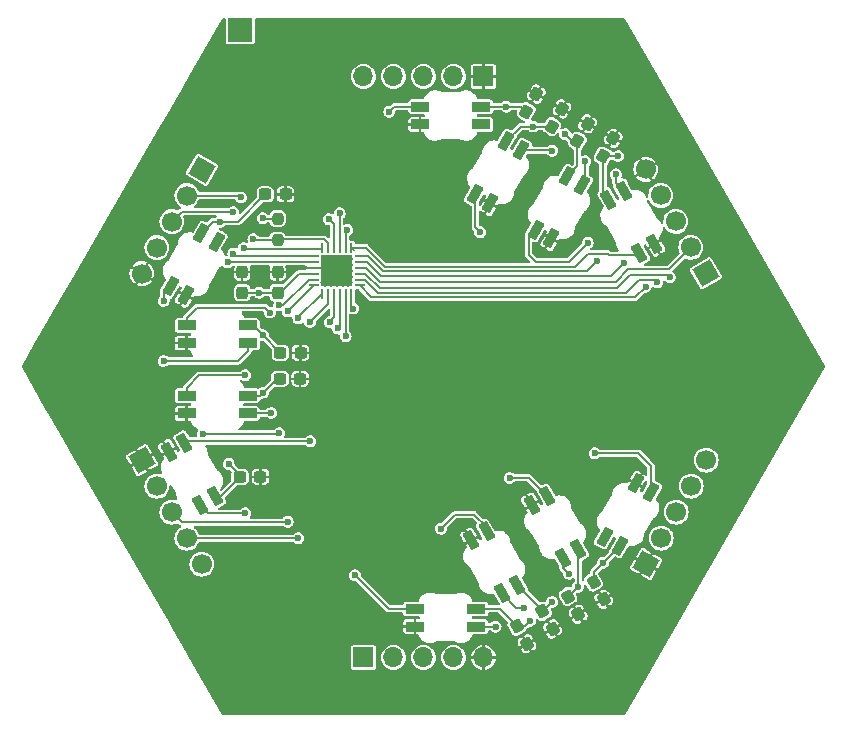
<source format=gbr>
%TF.GenerationSoftware,KiCad,Pcbnew,8.0.8*%
%TF.CreationDate,2025-04-07T12:59:42-04:00*%
%TF.ProjectId,pcb_tile_game_tile_aaa,7063625f-7469-46c6-955f-67616d655f74,1.0*%
%TF.SameCoordinates,Original*%
%TF.FileFunction,Copper,L1,Top*%
%TF.FilePolarity,Positive*%
%FSLAX46Y46*%
G04 Gerber Fmt 4.6, Leading zero omitted, Abs format (unit mm)*
G04 Created by KiCad (PCBNEW 8.0.8) date 2025-04-07 12:59:42*
%MOMM*%
%LPD*%
G01*
G04 APERTURE LIST*
G04 Aperture macros list*
%AMRoundRect*
0 Rectangle with rounded corners*
0 $1 Rounding radius*
0 $2 $3 $4 $5 $6 $7 $8 $9 X,Y pos of 4 corners*
0 Add a 4 corners polygon primitive as box body*
4,1,4,$2,$3,$4,$5,$6,$7,$8,$9,$2,$3,0*
0 Add four circle primitives for the rounded corners*
1,1,$1+$1,$2,$3*
1,1,$1+$1,$4,$5*
1,1,$1+$1,$6,$7*
1,1,$1+$1,$8,$9*
0 Add four rect primitives between the rounded corners*
20,1,$1+$1,$2,$3,$4,$5,0*
20,1,$1+$1,$4,$5,$6,$7,0*
20,1,$1+$1,$6,$7,$8,$9,0*
20,1,$1+$1,$8,$9,$2,$3,0*%
%AMHorizOval*
0 Thick line with rounded ends*
0 $1 width*
0 $2 $3 position (X,Y) of the first rounded end (center of the circle)*
0 $4 $5 position (X,Y) of the second rounded end (center of the circle)*
0 Add line between two ends*
20,1,$1,$2,$3,$4,$5,0*
0 Add two circle primitives to create the rounded ends*
1,1,$1,$2,$3*
1,1,$1,$4,$5*%
%AMRotRect*
0 Rectangle, with rotation*
0 The origin of the aperture is its center*
0 $1 length*
0 $2 width*
0 $3 Rotation angle, in degrees counterclockwise*
0 Add horizontal line*
21,1,$1,$2,0,0,$3*%
G04 Aperture macros list end*
%TA.AperFunction,SMDPad,CuDef*%
%ADD10RoundRect,0.237500X-0.055681X0.378558X-0.355681X-0.141058X0.055681X-0.378558X0.355681X0.141058X0*%
%TD*%
%TA.AperFunction,SMDPad,CuDef*%
%ADD11RoundRect,0.237500X0.300000X0.237500X-0.300000X0.237500X-0.300000X-0.237500X0.300000X-0.237500X0*%
%TD*%
%TA.AperFunction,ComponentPad*%
%ADD12R,1.700000X1.700000*%
%TD*%
%TA.AperFunction,ComponentPad*%
%ADD13O,1.700000X1.700000*%
%TD*%
%TA.AperFunction,SMDPad,CuDef*%
%ADD14RoundRect,0.237500X-0.237500X0.250000X-0.237500X-0.250000X0.237500X-0.250000X0.237500X0.250000X0*%
%TD*%
%TA.AperFunction,SMDPad,CuDef*%
%ADD15RoundRect,0.237500X0.355681X-0.141058X0.055681X0.378558X-0.355681X0.141058X-0.055681X-0.378558X0*%
%TD*%
%TA.AperFunction,SMDPad,CuDef*%
%ADD16RoundRect,0.237500X0.237500X-0.300000X0.237500X0.300000X-0.237500X0.300000X-0.237500X-0.300000X0*%
%TD*%
%TA.AperFunction,ComponentPad*%
%ADD17RotRect,1.700000X1.700000X150.000000*%
%TD*%
%TA.AperFunction,ComponentPad*%
%ADD18HorizOval,1.700000X0.000000X0.000000X0.000000X0.000000X0*%
%TD*%
%TA.AperFunction,ComponentPad*%
%ADD19RotRect,1.700000X1.700000X330.000000*%
%TD*%
%TA.AperFunction,ComponentPad*%
%ADD20HorizOval,1.700000X0.000000X0.000000X0.000000X0.000000X0*%
%TD*%
%TA.AperFunction,ComponentPad*%
%ADD21RotRect,1.700000X1.700000X210.000000*%
%TD*%
%TA.AperFunction,ComponentPad*%
%ADD22HorizOval,1.700000X0.000000X0.000000X0.000000X0.000000X0*%
%TD*%
%TA.AperFunction,ComponentPad*%
%ADD23RotRect,1.700000X1.700000X30.000000*%
%TD*%
%TA.AperFunction,ComponentPad*%
%ADD24HorizOval,1.700000X0.000000X0.000000X0.000000X0.000000X0*%
%TD*%
%TA.AperFunction,SMDPad,CuDef*%
%ADD25R,2.000000X2.000000*%
%TD*%
%TA.AperFunction,SMDPad,CuDef*%
%ADD26RoundRect,0.062500X-0.350000X-0.062500X0.350000X-0.062500X0.350000X0.062500X-0.350000X0.062500X0*%
%TD*%
%TA.AperFunction,SMDPad,CuDef*%
%ADD27RoundRect,0.062500X-0.062500X-0.350000X0.062500X-0.350000X0.062500X0.350000X-0.062500X0.350000X0*%
%TD*%
%TA.AperFunction,HeatsinkPad*%
%ADD28R,2.600000X2.600000*%
%TD*%
%TA.AperFunction,SMDPad,CuDef*%
%ADD29RoundRect,0.082000X-0.643056X-0.457806X-0.074944X-0.785806X0.643056X0.457806X0.074944X0.785806X0*%
%TD*%
%TA.AperFunction,SMDPad,CuDef*%
%ADD30RoundRect,0.082000X-0.718000X0.328000X-0.718000X-0.328000X0.718000X-0.328000X0.718000X0.328000X0*%
%TD*%
%TA.AperFunction,SMDPad,CuDef*%
%ADD31RoundRect,0.082000X0.643056X0.457806X0.074944X0.785806X-0.643056X-0.457806X-0.074944X-0.785806X0*%
%TD*%
%TA.AperFunction,SMDPad,CuDef*%
%ADD32RoundRect,0.082000X0.074944X-0.785806X0.643056X-0.457806X-0.074944X0.785806X-0.643056X0.457806X0*%
%TD*%
%TA.AperFunction,SMDPad,CuDef*%
%ADD33RoundRect,0.082000X-0.074944X0.785806X-0.643056X0.457806X0.074944X-0.785806X0.643056X-0.457806X0*%
%TD*%
%TA.AperFunction,ViaPad*%
%ADD34C,0.600000*%
%TD*%
%TA.AperFunction,Conductor*%
%ADD35C,0.200000*%
%TD*%
G04 APERTURE END LIST*
D10*
%TO.P,C2,1*%
%TO.N,GND*%
X153956313Y-59403053D03*
%TO.P,C2,2*%
%TO.N,VCC*%
X153093813Y-60896947D03*
%TD*%
D11*
%TO.P,C11,1*%
%TO.N,GND*%
X129660000Y-78800000D03*
%TO.P,C11,2*%
%TO.N,VCC*%
X127935000Y-78800002D03*
%TD*%
D10*
%TO.P,C3,1*%
%TO.N,GND*%
X151791250Y-58153053D03*
%TO.P,C3,2*%
%TO.N,VCC*%
X150928750Y-59646947D03*
%TD*%
D12*
%TO.P,J2,1,Pin_1*%
%TO.N,VCC*%
X134980000Y-104600000D03*
D13*
%TO.P,J2,2,Pin_2*%
%TO.N,/TX_J2*%
X137520000Y-104600000D03*
%TO.P,J2,3,Pin_3*%
%TO.N,/DATA_J2*%
X140060000Y-104600000D03*
%TO.P,J2,4,Pin_4*%
%TO.N,/RX_J2*%
X142600000Y-104600000D03*
%TO.P,J2,5,Pin_5*%
%TO.N,GND*%
X145140000Y-104600000D03*
%TD*%
D14*
%TO.P,R1,1*%
%TO.N,VCC*%
X127710000Y-67437500D03*
%TO.P,R1,2*%
%TO.N,/UPDI*%
X127710000Y-69262500D03*
%TD*%
D15*
%TO.P,C8,1*%
%TO.N,GND*%
X155317532Y-99688621D03*
%TO.P,C8,2*%
%TO.N,VCC*%
X154455032Y-98194727D03*
%TD*%
D16*
%TO.P,C14,1*%
%TO.N,VCC*%
X127710000Y-73712500D03*
%TO.P,C14,2*%
%TO.N,GND*%
X127710000Y-71987500D03*
%TD*%
D15*
%TO.P,C6,1*%
%TO.N,GND*%
X150987405Y-102188621D03*
%TO.P,C6,2*%
%TO.N,VCC*%
X150124905Y-100694727D03*
%TD*%
D17*
%TO.P,J3,1,Pin_1*%
%TO.N,GND*%
X158920000Y-96689409D03*
D18*
%TO.P,J3,2,Pin_2*%
%TO.N,/TX_J3*%
X160190000Y-94489704D03*
%TO.P,J3,3,Pin_3*%
%TO.N,/DATA_J3*%
X161460000Y-92290000D03*
%TO.P,J3,4,Pin_4*%
%TO.N,/RX_J3*%
X162730000Y-90090295D03*
%TO.P,J3,5,Pin_5*%
%TO.N,VCC*%
X164000000Y-87890591D03*
%TD*%
D11*
%TO.P,C12,1*%
%TO.N,GND*%
X128385000Y-65400002D03*
%TO.P,C12,2*%
%TO.N,VCC*%
X126660000Y-65400000D03*
%TD*%
%TO.P,C10,1*%
%TO.N,GND*%
X129622500Y-81000000D03*
%TO.P,C10,2*%
%TO.N,VCC*%
X127897500Y-81000000D03*
%TD*%
D19*
%TO.P,J6,1,Pin_1*%
%TO.N,VCC*%
X121300000Y-63300591D03*
D20*
%TO.P,J6,2,Pin_2*%
%TO.N,/TX_J6*%
X120030000Y-65500296D03*
%TO.P,J6,3,Pin_3*%
%TO.N,/DATA_J6*%
X118760000Y-67700000D03*
%TO.P,J6,4,Pin_4*%
%TO.N,/RX_J6*%
X117490000Y-69899705D03*
%TO.P,J6,5,Pin_5*%
%TO.N,GND*%
X116220000Y-72099409D03*
%TD*%
D15*
%TO.P,C5,1*%
%TO.N,GND*%
X148822341Y-103438621D03*
%TO.P,C5,2*%
%TO.N,VCC*%
X147959841Y-101944727D03*
%TD*%
D10*
%TO.P,C1,1*%
%TO.N,GND*%
X156121377Y-60653053D03*
%TO.P,C1,2*%
%TO.N,VCC*%
X155258877Y-62146947D03*
%TD*%
D21*
%TO.P,J4,1,Pin_1*%
%TO.N,VCC*%
X163963349Y-72075928D03*
D22*
%TO.P,J4,2,Pin_2*%
%TO.N,/TX_J4*%
X162693349Y-69876223D03*
%TO.P,J4,3,Pin_3*%
%TO.N,/DATA_J4*%
X161423349Y-67676519D03*
%TO.P,J4,4,Pin_4*%
%TO.N,/RX_J4*%
X160153349Y-65476814D03*
%TO.P,J4,5,Pin_5*%
%TO.N,GND*%
X158883349Y-63277110D03*
%TD*%
D15*
%TO.P,C7,1*%
%TO.N,GND*%
X153152468Y-100938621D03*
%TO.P,C7,2*%
%TO.N,VCC*%
X152289968Y-99444727D03*
%TD*%
D23*
%TO.P,J1,1,Pin_1*%
%TO.N,GND*%
X116220000Y-87900591D03*
D24*
%TO.P,J1,2,Pin_2*%
%TO.N,/TX_J1*%
X117490000Y-90100296D03*
%TO.P,J1,3,Pin_3*%
%TO.N,/DATA_J1*%
X118760000Y-92300000D03*
%TO.P,J1,4,Pin_4*%
%TO.N,/RX_J1*%
X120030000Y-94499705D03*
%TO.P,J1,5,Pin_5*%
%TO.N,VCC*%
X121300000Y-96699409D03*
%TD*%
D10*
%TO.P,C4,1*%
%TO.N,GND*%
X149626186Y-56903053D03*
%TO.P,C4,2*%
%TO.N,VCC*%
X148763686Y-58396947D03*
%TD*%
D12*
%TO.P,J5,1,Pin_1*%
%TO.N,GND*%
X145140000Y-55400000D03*
D13*
%TO.P,J5,2,Pin_2*%
%TO.N,/TX_J5*%
X142600000Y-55400000D03*
%TO.P,J5,3,Pin_3*%
%TO.N,/DATA_J5*%
X140060000Y-55400000D03*
%TO.P,J5,4,Pin_4*%
%TO.N,/RX_J5*%
X137520000Y-55400000D03*
%TO.P,J5,5,Pin_5*%
%TO.N,VCC*%
X134980000Y-55400000D03*
%TD*%
D25*
%TO.P,TP1,1,1*%
%TO.N,/UPDI*%
X124560000Y-51500000D03*
%TD*%
D26*
%TO.P,U2,1,PA2*%
%TO.N,/DATA_J6*%
X130772500Y-70600000D03*
%TO.P,U2,2,PA3*%
%TO.N,/RX_J6*%
X130772500Y-71100000D03*
%TO.P,U2,3,GND*%
%TO.N,GND*%
X130772500Y-71600000D03*
%TO.P,U2,4,VCC*%
%TO.N,VCC*%
X130772500Y-72100000D03*
%TO.P,U2,5,PA4*%
%TO.N,/TX_J1*%
X130772500Y-72600000D03*
%TO.P,U2,6,PA5*%
%TO.N,/DATA_J1*%
X130772500Y-73100000D03*
D27*
%TO.P,U2,7,PA6*%
%TO.N,/RX_J1*%
X131460000Y-73787500D03*
%TO.P,U2,8,PA7*%
%TO.N,/LED_J1-J6*%
X131960000Y-73787500D03*
%TO.P,U2,9,PB7*%
%TO.N,/TX_J2*%
X132460000Y-73787500D03*
%TO.P,U2,10,PB6*%
%TO.N,/DATA_J2*%
X132960000Y-73787500D03*
%TO.P,U2,11,PB5*%
%TO.N,/RX_J2*%
X133460000Y-73787500D03*
%TO.P,U2,12,PB4*%
%TO.N,/LED_J2-J3*%
X133960000Y-73787500D03*
D26*
%TO.P,U2,13,PB3*%
%TO.N,/TX_J3*%
X134647500Y-73100000D03*
%TO.P,U2,14,PB2*%
%TO.N,/DATA_J3*%
X134647500Y-72600000D03*
%TO.P,U2,15,PB1*%
%TO.N,/RX_J3*%
X134647500Y-72100000D03*
%TO.P,U2,16,PB0*%
%TO.N,/TX_J4*%
X134647500Y-71600000D03*
%TO.P,U2,17,PC0*%
%TO.N,/DATA_J4*%
X134647500Y-71100000D03*
%TO.P,U2,18,PC1*%
%TO.N,/RX_J4*%
X134647500Y-70600000D03*
D27*
%TO.P,U2,19,PC2*%
%TO.N,/LED_J4-J5*%
X133960000Y-69912500D03*
%TO.P,U2,20,PC3*%
%TO.N,/TX_J5*%
X133460000Y-69912500D03*
%TO.P,U2,21,PC4*%
%TO.N,/DATA_J5*%
X132960000Y-69912500D03*
%TO.P,U2,22,PC5*%
%TO.N,/RX_J5*%
X132460000Y-69912500D03*
%TO.P,U2,23,~{RESET}/PA0*%
%TO.N,/UPDI*%
X131960000Y-69912500D03*
%TO.P,U2,24,PA1*%
%TO.N,/TX_J6*%
X131460000Y-69912500D03*
D28*
%TO.P,U2,25,GND*%
%TO.N,GND*%
X132710000Y-71850000D03*
%TD*%
D16*
%TO.P,C13,1*%
%TO.N,VCC*%
X124710000Y-73712500D03*
%TO.P,C13,2*%
%TO.N,GND*%
X124710000Y-71987500D03*
%TD*%
D11*
%TO.P,C9,1*%
%TO.N,GND*%
X126260000Y-89300000D03*
%TO.P,C9,2*%
%TO.N,VCC*%
X124535000Y-89300000D03*
%TD*%
D29*
%TO.P,LED2,1,VDD*%
%TO.N,VCC*%
X152187531Y-63866674D03*
%TO.P,LED2,2,DOUT*%
%TO.N,Net-(LED2-DOUT)*%
X153486570Y-64616674D03*
%TO.P,LED2,3,VSS*%
%TO.N,GND*%
X150886570Y-69120006D03*
%TO.P,LED2,4,DIN*%
%TO.N,Net-(LED1-DOUT)*%
X149587531Y-68370006D03*
%TD*%
D30*
%TO.P,LED10,1,VDD*%
%TO.N,VCC*%
X125210000Y-82430000D03*
%TO.P,LED10,2,DOUT*%
%TO.N,Net-(LED10-DOUT)*%
X125210000Y-83930000D03*
%TO.P,LED10,3,VSS*%
%TO.N,GND*%
X120010000Y-83930000D03*
%TO.P,LED10,4,DIN*%
%TO.N,Net-(LED10-DIN)*%
X120010000Y-82430000D03*
%TD*%
D31*
%TO.P,LED8,1,VDD*%
%TO.N,VCC*%
X156723621Y-95124038D03*
%TO.P,LED8,2,DOUT*%
%TO.N,unconnected-(LED8-DOUT-Pad2)*%
X155424583Y-94374036D03*
%TO.P,LED8,3,VSS*%
%TO.N,GND*%
X158024583Y-89870705D03*
%TO.P,LED8,4,DIN*%
%TO.N,Net-(LED7-DOUT)*%
X159323621Y-90620704D03*
%TD*%
D32*
%TO.P,LED1,1,VDD*%
%TO.N,VCC*%
X155717529Y-65845875D03*
%TO.P,LED1,2,DOUT*%
%TO.N,Net-(LED1-DOUT)*%
X157016568Y-65095875D03*
%TO.P,LED1,3,VSS*%
%TO.N,GND*%
X159616568Y-69599207D03*
%TO.P,LED1,4,DIN*%
%TO.N,/LED_J4-J5*%
X158317529Y-70349207D03*
%TD*%
D29*
%TO.P,LED3,1,VDD*%
%TO.N,VCC*%
X147034679Y-60891674D03*
%TO.P,LED3,2,DOUT*%
%TO.N,Net-(LED3-DOUT)*%
X148333718Y-61641674D03*
%TO.P,LED3,3,VSS*%
%TO.N,GND*%
X145733718Y-66145006D03*
%TO.P,LED3,4,DIN*%
%TO.N,Net-(LED2-DOUT)*%
X144434679Y-65395006D03*
%TD*%
D30*
%TO.P,LED5,1,VDD*%
%TO.N,VCC*%
X144527150Y-100492468D03*
%TO.P,LED5,2,DOUT*%
%TO.N,Net-(LED5-DOUT)*%
X144527150Y-101992468D03*
%TO.P,LED5,3,VSS*%
%TO.N,GND*%
X139327150Y-101992468D03*
%TO.P,LED5,4,DIN*%
%TO.N,/LED_J2-J3*%
X139327151Y-100492467D03*
%TD*%
D29*
%TO.P,LED12,1,VDD*%
%TO.N,VCC*%
X121250961Y-68670000D03*
%TO.P,LED12,2,DOUT*%
%TO.N,unconnected-(LED12-DOUT-Pad2)*%
X122550000Y-69420000D03*
%TO.P,LED12,3,VSS*%
%TO.N,GND*%
X119950000Y-73923332D03*
%TO.P,LED12,4,DIN*%
%TO.N,Net-(LED11-DOUT)*%
X118650961Y-73173332D03*
%TD*%
D33*
%TO.P,LED6,1,VDD*%
%TO.N,VCC*%
X148006187Y-98425000D03*
%TO.P,LED6,2,DOUT*%
%TO.N,Net-(LED6-DOUT)*%
X146707148Y-99175000D03*
%TO.P,LED6,3,VSS*%
%TO.N,GND*%
X144107148Y-94671668D03*
%TO.P,LED6,4,DIN*%
%TO.N,Net-(LED5-DOUT)*%
X145406187Y-93921668D03*
%TD*%
%TO.P,LED9,1,VDD*%
%TO.N,VCC*%
X122410000Y-90940000D03*
%TO.P,LED9,2,DOUT*%
%TO.N,Net-(LED10-DIN)*%
X121110961Y-91690000D03*
%TO.P,LED9,3,VSS*%
%TO.N,GND*%
X118510961Y-87186668D03*
%TO.P,LED9,4,DIN*%
%TO.N,/LED_J1-J6*%
X119810000Y-86436668D03*
%TD*%
D30*
%TO.P,LED4,1,VDD*%
%TO.N,VCC*%
X144970096Y-57967636D03*
%TO.P,LED4,2,DOUT*%
%TO.N,unconnected-(LED4-DOUT-Pad2)*%
X144970096Y-59467636D03*
%TO.P,LED4,3,VSS*%
%TO.N,GND*%
X139770096Y-59467636D03*
%TO.P,LED4,4,DIN*%
%TO.N,Net-(LED3-DOUT)*%
X139770096Y-57967636D03*
%TD*%
D33*
%TO.P,LED7,1,VDD*%
%TO.N,VCC*%
X153159039Y-95450000D03*
%TO.P,LED7,2,DOUT*%
%TO.N,Net-(LED7-DOUT)*%
X151860000Y-96200000D03*
%TO.P,LED7,3,VSS*%
%TO.N,GND*%
X149260000Y-91696668D03*
%TO.P,LED7,4,DIN*%
%TO.N,Net-(LED6-DOUT)*%
X150559039Y-90946668D03*
%TD*%
D30*
%TO.P,LED11,1,VDD*%
%TO.N,VCC*%
X125210000Y-76490000D03*
%TO.P,LED11,2,DOUT*%
%TO.N,Net-(LED11-DOUT)*%
X125210000Y-77990000D03*
%TO.P,LED11,3,VSS*%
%TO.N,GND*%
X120010000Y-77990000D03*
%TO.P,LED11,4,DIN*%
%TO.N,Net-(LED10-DOUT)*%
X120010000Y-76490000D03*
%TD*%
D34*
%TO.N,VCC*%
X149060000Y-101500000D03*
X126510000Y-82171285D03*
X152060000Y-60300000D03*
X155253829Y-96593829D03*
X147060000Y-57967636D03*
X126460000Y-67400000D03*
X126460000Y-77300000D03*
X122860000Y-67700000D03*
X156560000Y-62146947D03*
X150960000Y-99900000D03*
X123560000Y-88200000D03*
X153160000Y-98600000D03*
X149360000Y-59646947D03*
X126160000Y-73712500D03*
%TO.N,Net-(LED1-DOUT)*%
X156360000Y-63700000D03*
X153960000Y-69500000D03*
%TO.N,Net-(LED2-DOUT)*%
X144860000Y-68600000D03*
X153760000Y-62600000D03*
%TO.N,Net-(LED3-DOUT)*%
X137160000Y-58400000D03*
X150960000Y-61700000D03*
%TO.N,Net-(LED5-DOUT)*%
X141560000Y-93700000D03*
X146160000Y-102000000D03*
%TO.N,Net-(LED6-DOUT)*%
X148560000Y-100400000D03*
X147360000Y-89400000D03*
%TO.N,/DATA_J1*%
X128560000Y-93099998D03*
X128560000Y-75300000D03*
%TO.N,/TX_J1*%
X121376017Y-85661070D03*
X127850928Y-85600000D03*
X127850928Y-74750000D03*
%TO.N,/RX_J1*%
X129460000Y-94500000D03*
X129460000Y-75900000D03*
%TO.N,/TX_J2*%
X132110222Y-76219506D03*
%TO.N,/DATA_J2*%
X132810000Y-76744159D03*
%TO.N,/RX_J2*%
X133460000Y-77400000D03*
%TO.N,/RX_J3*%
X160909062Y-72400000D03*
%TO.N,/DATA_J3*%
X159860000Y-72850000D03*
%TO.N,/TX_J3*%
X158860000Y-73200000D03*
%TO.N,/RX_J4*%
X154760000Y-71050000D03*
%TO.N,/DATA_J4*%
X157060000Y-71179288D03*
%TO.N,/UPDI*%
X124560000Y-51500000D03*
X125660000Y-69200000D03*
%TO.N,/RX_J5*%
X132054139Y-67496185D03*
%TO.N,/TX_J5*%
X133610000Y-68400000D03*
%TO.N,/DATA_J5*%
X132960000Y-66999998D03*
%TO.N,Net-(LED7-DOUT)*%
X154560000Y-87300000D03*
X152360000Y-97500000D03*
%TO.N,Net-(LED10-DIN)*%
X124960000Y-92400000D03*
X124960000Y-80700000D03*
%TO.N,Net-(LED11-DOUT)*%
X118060000Y-79500000D03*
X118060000Y-74400000D03*
%TO.N,/DATA_J6*%
X123960000Y-66900000D03*
X123960000Y-70400000D03*
%TO.N,/RX_J6*%
X123476386Y-71130021D03*
%TO.N,/TX_J6*%
X124610002Y-65649998D03*
X124822352Y-69950000D03*
%TO.N,/LED_J1-J6*%
X130460000Y-76200000D03*
X130460000Y-86300000D03*
%TO.N,Net-(LED10-DOUT)*%
X127060000Y-75400000D03*
X127160000Y-83900000D03*
%TO.N,/LED_J2-J3*%
X134110000Y-75059620D03*
X134264952Y-97645056D03*
%TD*%
D35*
%TO.N,GND*%
X128097500Y-71600000D02*
X127710000Y-71987500D01*
X127710000Y-71987500D02*
X124710000Y-71987500D01*
X127710000Y-71987500D02*
X128772500Y-71987500D01*
X129460000Y-71600000D02*
X129160000Y-71600000D01*
X129160000Y-71600000D02*
X128860000Y-71900000D01*
X130772500Y-71600000D02*
X129460000Y-71600000D01*
X128772500Y-71987500D02*
X128860000Y-71900000D01*
%TO.N,VCC*%
X122220961Y-67700000D02*
X122860000Y-67700000D01*
X124535000Y-89175000D02*
X123560000Y-88200000D01*
X148334375Y-57967636D02*
X148763686Y-58396947D01*
X150165273Y-100694727D02*
X150960000Y-99900000D01*
X155258877Y-62146947D02*
X155258877Y-65387223D01*
X127681285Y-81000000D02*
X126510000Y-82171285D01*
X153159039Y-98575656D02*
X153159039Y-95450000D01*
X153093813Y-60896947D02*
X153093813Y-62960392D01*
X121250961Y-68670000D02*
X122220961Y-67700000D01*
X124360000Y-67700000D02*
X122860000Y-67700000D01*
X127935000Y-78800002D02*
X126460000Y-77325002D01*
X150124905Y-100543718D02*
X150124905Y-100694727D01*
X147060000Y-57967636D02*
X148334375Y-57967636D01*
X126460000Y-77325002D02*
X126460000Y-77300000D01*
X127710000Y-67437500D02*
X126497500Y-67437500D01*
X152289968Y-99444727D02*
X153134695Y-98600000D01*
X125650000Y-76490000D02*
X126460000Y-77300000D01*
X153160000Y-98574695D02*
X153159039Y-98575656D01*
X122410000Y-90940000D02*
X122895000Y-90940000D01*
X155253830Y-96593829D02*
X156723621Y-95124038D01*
X153134695Y-98600000D02*
X153160000Y-98600000D01*
X155253829Y-96593830D02*
X155253829Y-96593829D01*
X127160000Y-73712500D02*
X126160000Y-73712500D01*
X124710000Y-73712500D02*
X126160000Y-73712500D01*
X154455032Y-97392627D02*
X155253829Y-96593830D01*
X126660000Y-65400000D02*
X124360000Y-67700000D01*
X154455032Y-98194727D02*
X154455032Y-97392627D01*
X122895000Y-90940000D02*
X124535000Y-89300000D01*
X155258877Y-62146947D02*
X156560000Y-62146947D01*
X148279406Y-59646947D02*
X149360000Y-59646947D01*
X146507582Y-100492468D02*
X147959841Y-101944727D01*
X126251285Y-82430000D02*
X126510000Y-82171285D01*
X129510000Y-72100000D02*
X127897500Y-73712500D01*
X153093813Y-60896947D02*
X152656947Y-60896947D01*
X152656947Y-60896947D02*
X152060000Y-60300000D01*
X130772500Y-72100000D02*
X129510000Y-72100000D01*
X124710000Y-73712500D02*
X127160000Y-73712500D01*
X147034679Y-60891674D02*
X148279406Y-59646947D01*
X149360000Y-59646947D02*
X150928750Y-59646947D01*
X127160000Y-73712500D02*
X127710000Y-73712500D01*
X148615273Y-101944727D02*
X149060000Y-101500000D01*
X124535000Y-89300000D02*
X124535000Y-89175000D01*
X126497500Y-67437500D02*
X126460000Y-67400000D01*
X153160000Y-98600000D02*
X153160000Y-98574695D01*
X127897500Y-73712500D02*
X127710000Y-73712500D01*
X127897500Y-81000000D02*
X127681285Y-81000000D01*
X125210000Y-76490000D02*
X125650000Y-76490000D01*
X155258877Y-65387223D02*
X155717529Y-65845875D01*
X150124905Y-100694727D02*
X150165273Y-100694727D01*
X144527150Y-100492468D02*
X146507582Y-100492468D01*
X155253829Y-96593829D02*
X155253830Y-96593829D01*
X148006187Y-98425000D02*
X150124905Y-100543718D01*
X147959841Y-101944727D02*
X148615273Y-101944727D01*
X153093813Y-62960392D02*
X152187531Y-63866674D01*
X125210000Y-82430000D02*
X126251285Y-82430000D01*
X144970096Y-57967636D02*
X147060000Y-57967636D01*
%TO.N,Net-(LED1-DOUT)*%
X152360000Y-71100000D02*
X153960000Y-69500000D01*
X148960000Y-70500000D02*
X149560000Y-71100000D01*
X149560000Y-71100000D02*
X152360000Y-71100000D01*
X156360000Y-63700000D02*
X156360000Y-64439307D01*
X148960000Y-68997537D02*
X148960000Y-70500000D01*
X149587531Y-68370006D02*
X148960000Y-68997537D01*
X156360000Y-64439307D02*
X157016568Y-65095875D01*
%TO.N,Net-(LED2-DOUT)*%
X144434679Y-68174679D02*
X144860000Y-68600000D01*
X153760000Y-64343244D02*
X153486570Y-64616674D01*
X144434679Y-65395006D02*
X144434679Y-68174679D01*
X153760000Y-62600000D02*
X153760000Y-64343244D01*
%TO.N,Net-(LED3-DOUT)*%
X150901674Y-61641674D02*
X150960000Y-61700000D01*
X148333718Y-61641674D02*
X150901674Y-61641674D01*
X137592364Y-57967636D02*
X137160000Y-58400000D01*
X139770096Y-57967636D02*
X137592364Y-57967636D01*
%TO.N,Net-(LED5-DOUT)*%
X145406187Y-93546187D02*
X145406187Y-93921668D01*
X141560000Y-93700000D02*
X142760000Y-92500000D01*
X146152468Y-101992468D02*
X146160000Y-102000000D01*
X142760000Y-92500000D02*
X144360000Y-92500000D01*
X144360000Y-92500000D02*
X145406187Y-93546187D01*
X144527150Y-101992468D02*
X146152468Y-101992468D01*
%TO.N,Net-(LED6-DOUT)*%
X147932148Y-100400000D02*
X148560000Y-100400000D01*
X150559039Y-90946668D02*
X149012371Y-89400000D01*
X146707148Y-99175000D02*
X147932148Y-100400000D01*
X149012371Y-89400000D02*
X147360000Y-89400000D01*
%TO.N,/DATA_J1*%
X128572500Y-75300000D02*
X128560000Y-75300000D01*
X130772500Y-73100000D02*
X128572500Y-75300000D01*
X119610000Y-93150000D02*
X128509998Y-93150000D01*
X128509998Y-93150000D02*
X128560000Y-93099998D01*
X118760000Y-92300000D02*
X119610000Y-93150000D01*
%TO.N,/TX_J1*%
X127789858Y-85661070D02*
X127850928Y-85600000D01*
X128195614Y-74750000D02*
X127850928Y-74750000D01*
X130772500Y-72600000D02*
X130345614Y-72600000D01*
X121376017Y-85661070D02*
X127789858Y-85661070D01*
X130345614Y-72600000D02*
X128195614Y-74750000D01*
%TO.N,/RX_J1*%
X131460000Y-73787500D02*
X129460000Y-75787500D01*
X120030000Y-94499705D02*
X129459705Y-94499705D01*
X129459705Y-94499705D02*
X129460000Y-94500000D01*
X129460000Y-75787500D02*
X129460000Y-75900000D01*
%TO.N,/TX_J2*%
X132460000Y-73787500D02*
X132460000Y-75780761D01*
X132110222Y-76130539D02*
X132110222Y-76219506D01*
X132460000Y-75780761D02*
X132110222Y-76130539D01*
%TO.N,/DATA_J2*%
X132960000Y-73787500D02*
X132960000Y-76594159D01*
X132960000Y-76594159D02*
X132810000Y-76744159D01*
%TO.N,/RX_J2*%
X133460000Y-73787500D02*
X133460000Y-77400000D01*
%TO.N,/RX_J3*%
X157524213Y-72200000D02*
X160709062Y-72200000D01*
X136340072Y-73300000D02*
X156424213Y-73300000D01*
X134647500Y-72100000D02*
X135140072Y-72100000D01*
X135140072Y-72100000D02*
X136340072Y-73300000D01*
X160709062Y-72200000D02*
X160909062Y-72400000D01*
X156424213Y-73300000D02*
X157524213Y-72200000D01*
%TO.N,/DATA_J3*%
X134647500Y-72600000D02*
X135074386Y-72600000D01*
X136174386Y-73700000D02*
X157210610Y-73700000D01*
X158310610Y-72600000D02*
X159610000Y-72600000D01*
X135074386Y-72600000D02*
X136174386Y-73700000D01*
X159610000Y-72600000D02*
X159860000Y-72850000D01*
X157210610Y-73700000D02*
X158310610Y-72600000D01*
%TO.N,/TX_J3*%
X134647500Y-73100000D02*
X135647500Y-74100000D01*
X135647500Y-74100000D02*
X157960000Y-74100000D01*
X157960000Y-74100000D02*
X158860000Y-73200000D01*
%TO.N,/TX_J4*%
X156358527Y-72800000D02*
X157408527Y-71750000D01*
X134647500Y-71600000D02*
X135205758Y-71600000D01*
X136405758Y-72800000D02*
X156358527Y-72800000D01*
X157408527Y-71750000D02*
X160819572Y-71750000D01*
X160819572Y-71750000D02*
X162693349Y-69876223D01*
X135205758Y-71600000D02*
X136405758Y-72800000D01*
%TO.N,/RX_J4*%
X135337130Y-70600000D02*
X136637130Y-71900000D01*
X153910000Y-71900000D02*
X154760000Y-71050000D01*
X136637130Y-71900000D02*
X153910000Y-71900000D01*
X134647500Y-70600000D02*
X135337130Y-70600000D01*
%TO.N,/DATA_J4*%
X155939288Y-72300000D02*
X157060000Y-71179288D01*
X135271444Y-71100000D02*
X136471444Y-72300000D01*
X136471444Y-72300000D02*
X155939288Y-72300000D01*
X134647500Y-71100000D02*
X135271444Y-71100000D01*
%TO.N,/UPDI*%
X127710000Y-69262500D02*
X125722500Y-69262500D01*
X125722500Y-69262500D02*
X125660000Y-69200000D01*
X131674386Y-69200000D02*
X127772500Y-69200000D01*
X131960000Y-69912500D02*
X131960000Y-69485614D01*
X131960000Y-69485614D02*
X131674386Y-69200000D01*
X127772500Y-69200000D02*
X127710000Y-69262500D01*
%TO.N,/RX_J5*%
X132460000Y-67902046D02*
X132054139Y-67496185D01*
X132460000Y-69912500D02*
X132460000Y-67902046D01*
%TO.N,/TX_J5*%
X133460000Y-69912500D02*
X133460000Y-68550000D01*
X133460000Y-68550000D02*
X133610000Y-68400000D01*
%TO.N,/DATA_J5*%
X132960000Y-69912500D02*
X132960000Y-67200000D01*
X132960000Y-67200000D02*
X132960000Y-66999998D01*
%TO.N,Net-(LED7-DOUT)*%
X154560000Y-87300000D02*
X158260000Y-87300000D01*
X151860000Y-96200000D02*
X151860000Y-97000000D01*
X158260000Y-87300000D02*
X159323621Y-88363621D01*
X151860000Y-97000000D02*
X152360000Y-97500000D01*
X159323621Y-88363621D02*
X159323621Y-90620704D01*
%TO.N,Net-(LED10-DIN)*%
X121110961Y-91690000D02*
X121820961Y-92400000D01*
X121820961Y-92400000D02*
X124960000Y-92400000D01*
X124960000Y-80700000D02*
X121080716Y-80700000D01*
X121080716Y-80700000D02*
X120010000Y-81770716D01*
X120010000Y-81770716D02*
X120010000Y-82430000D01*
%TO.N,Net-(LED11-DOUT)*%
X125210000Y-77990000D02*
X125210000Y-78649284D01*
X125210000Y-78649284D02*
X124359284Y-79500000D01*
X118060000Y-73764293D02*
X118650961Y-73173332D01*
X118060000Y-74400000D02*
X118060000Y-73764293D01*
X124359284Y-79500000D02*
X118060000Y-79500000D01*
%TO.N,/DATA_J6*%
X118760000Y-67700000D02*
X119610000Y-66850000D01*
X123910000Y-66850000D02*
X123960000Y-66900000D01*
X130772500Y-70600000D02*
X124160000Y-70600000D01*
X124160000Y-70600000D02*
X123960000Y-70400000D01*
X119610000Y-66850000D02*
X123910000Y-66850000D01*
%TO.N,/RX_J6*%
X130772500Y-71100000D02*
X123506407Y-71100000D01*
X123506407Y-71100000D02*
X123476386Y-71130021D01*
%TO.N,/TX_J6*%
X124922352Y-70050000D02*
X124822352Y-69950000D01*
X131460000Y-69912500D02*
X131322500Y-70050000D01*
X131322500Y-70050000D02*
X124922352Y-70050000D01*
X120030000Y-65500296D02*
X124460300Y-65500296D01*
X124460300Y-65500296D02*
X124610002Y-65649998D01*
%TO.N,/LED_J1-J6*%
X131960000Y-74700000D02*
X130460000Y-76200000D01*
X120816186Y-86256625D02*
X121126424Y-86306793D01*
X131960000Y-73787500D02*
X131960000Y-74700000D01*
X130453207Y-86306793D02*
X130460000Y-86300000D01*
X121126424Y-86306793D02*
X130453207Y-86306793D01*
X119810000Y-86436668D02*
X119990043Y-86256625D01*
X119990043Y-86256625D02*
X120816186Y-86256625D01*
%TO.N,Net-(LED10-DOUT)*%
X120859418Y-74995736D02*
X120010000Y-75845154D01*
X120010000Y-75845154D02*
X120010000Y-76490000D01*
X127130000Y-83930000D02*
X127160000Y-83900000D01*
X125210000Y-83930000D02*
X127130000Y-83930000D01*
X127060000Y-75400000D02*
X126655736Y-74995736D01*
X126655736Y-74995736D02*
X120859418Y-74995736D01*
%TO.N,/LED_J4-J5*%
X152879239Y-71500000D02*
X136802816Y-71500000D01*
X136802816Y-71500000D02*
X135215316Y-69912500D01*
X153979239Y-70400000D02*
X152879239Y-71500000D01*
X133960000Y-69912500D02*
X134141764Y-70094264D01*
X155769824Y-70529288D02*
X155640536Y-70400000D01*
X158137448Y-70529288D02*
X155769824Y-70529288D01*
X135215316Y-69912500D02*
X133960000Y-69912500D01*
X158317529Y-70349207D02*
X158137448Y-70529288D01*
X155640536Y-70400000D02*
X153979239Y-70400000D01*
%TO.N,/LED_J2-J3*%
X134019620Y-75059620D02*
X134110000Y-75059620D01*
X133960000Y-73787500D02*
X133960000Y-75000000D01*
X133960000Y-75000000D02*
X134019620Y-75059620D01*
X139327151Y-100492467D02*
X137112363Y-100492467D01*
X137112363Y-100492467D02*
X134264952Y-97645056D01*
%TD*%
%TA.AperFunction,Conductor*%
%TO.N,GND*%
G36*
X123318691Y-50519407D02*
G01*
X123354655Y-50568907D01*
X123359500Y-50599500D01*
X123359500Y-52519746D01*
X123359501Y-52519758D01*
X123371132Y-52578227D01*
X123371133Y-52578231D01*
X123415448Y-52644552D01*
X123481769Y-52688867D01*
X123526231Y-52697711D01*
X123540241Y-52700498D01*
X123540246Y-52700498D01*
X123540252Y-52700500D01*
X123540253Y-52700500D01*
X125579747Y-52700500D01*
X125579748Y-52700500D01*
X125638231Y-52688867D01*
X125704552Y-52644552D01*
X125748867Y-52578231D01*
X125760500Y-52519748D01*
X125760500Y-50599500D01*
X125779407Y-50541309D01*
X125828907Y-50505345D01*
X125859500Y-50500500D01*
X157034386Y-50500500D01*
X157092577Y-50519407D01*
X157120122Y-50549999D01*
X165241109Y-64615961D01*
X174094509Y-79950500D01*
X174107230Y-80010348D01*
X174094509Y-80049500D01*
X165965939Y-94128596D01*
X159310831Y-105655583D01*
X157120123Y-109450000D01*
X157074653Y-109490941D01*
X157034386Y-109499500D01*
X123085614Y-109499500D01*
X123027423Y-109480593D01*
X122999877Y-109450000D01*
X120809169Y-105655583D01*
X119697579Y-103730253D01*
X133929500Y-103730253D01*
X133929500Y-105469746D01*
X133929501Y-105469758D01*
X133941132Y-105528227D01*
X133941134Y-105528233D01*
X133985445Y-105594548D01*
X133985448Y-105594552D01*
X134051769Y-105638867D01*
X134096231Y-105647711D01*
X134110241Y-105650498D01*
X134110246Y-105650498D01*
X134110252Y-105650500D01*
X134110253Y-105650500D01*
X135849747Y-105650500D01*
X135849748Y-105650500D01*
X135908231Y-105638867D01*
X135974552Y-105594552D01*
X136018867Y-105528231D01*
X136030500Y-105469748D01*
X136030500Y-104599996D01*
X136464417Y-104599996D01*
X136464417Y-104600003D01*
X136484698Y-104805929D01*
X136484699Y-104805934D01*
X136544768Y-105003954D01*
X136642316Y-105186452D01*
X136773302Y-105346059D01*
X136773590Y-105346410D01*
X136773595Y-105346414D01*
X136933547Y-105477683D01*
X136933548Y-105477683D01*
X136933550Y-105477685D01*
X137116046Y-105575232D01*
X137253997Y-105617078D01*
X137314065Y-105635300D01*
X137314070Y-105635301D01*
X137519997Y-105655583D01*
X137520000Y-105655583D01*
X137520003Y-105655583D01*
X137725929Y-105635301D01*
X137725934Y-105635300D01*
X137727556Y-105634808D01*
X137923954Y-105575232D01*
X138106450Y-105477685D01*
X138266410Y-105346410D01*
X138397685Y-105186450D01*
X138495232Y-105003954D01*
X138555300Y-104805934D01*
X138555301Y-104805929D01*
X138575583Y-104600003D01*
X138575583Y-104599996D01*
X139004417Y-104599996D01*
X139004417Y-104600003D01*
X139024698Y-104805929D01*
X139024699Y-104805934D01*
X139084768Y-105003954D01*
X139182316Y-105186452D01*
X139313302Y-105346059D01*
X139313590Y-105346410D01*
X139313595Y-105346414D01*
X139473547Y-105477683D01*
X139473548Y-105477683D01*
X139473550Y-105477685D01*
X139656046Y-105575232D01*
X139793997Y-105617078D01*
X139854065Y-105635300D01*
X139854070Y-105635301D01*
X140059997Y-105655583D01*
X140060000Y-105655583D01*
X140060003Y-105655583D01*
X140265929Y-105635301D01*
X140265934Y-105635300D01*
X140267556Y-105634808D01*
X140463954Y-105575232D01*
X140646450Y-105477685D01*
X140806410Y-105346410D01*
X140937685Y-105186450D01*
X141035232Y-105003954D01*
X141095300Y-104805934D01*
X141095301Y-104805929D01*
X141115583Y-104600003D01*
X141115583Y-104599996D01*
X141544417Y-104599996D01*
X141544417Y-104600003D01*
X141564698Y-104805929D01*
X141564699Y-104805934D01*
X141624768Y-105003954D01*
X141722316Y-105186452D01*
X141853302Y-105346059D01*
X141853590Y-105346410D01*
X141853595Y-105346414D01*
X142013547Y-105477683D01*
X142013548Y-105477683D01*
X142013550Y-105477685D01*
X142196046Y-105575232D01*
X142333997Y-105617078D01*
X142394065Y-105635300D01*
X142394070Y-105635301D01*
X142599997Y-105655583D01*
X142600000Y-105655583D01*
X142600003Y-105655583D01*
X142805929Y-105635301D01*
X142805934Y-105635300D01*
X142807556Y-105634808D01*
X143003954Y-105575232D01*
X143186450Y-105477685D01*
X143346410Y-105346410D01*
X143477685Y-105186450D01*
X143575232Y-105003954D01*
X143635300Y-104805934D01*
X143635301Y-104805929D01*
X143655583Y-104600003D01*
X143655583Y-104599996D01*
X143645734Y-104499999D01*
X144094767Y-104499999D01*
X144094768Y-104500000D01*
X144856212Y-104500000D01*
X144840000Y-104560504D01*
X144840000Y-104639496D01*
X144856212Y-104700000D01*
X144094767Y-104700000D01*
X144105190Y-104805831D01*
X144105191Y-104805836D01*
X144165232Y-105003762D01*
X144165234Y-105003767D01*
X144262724Y-105186160D01*
X144262731Y-105186170D01*
X144393940Y-105346050D01*
X144393949Y-105346059D01*
X144553829Y-105477268D01*
X144553839Y-105477275D01*
X144736232Y-105574765D01*
X144736237Y-105574767D01*
X144934166Y-105634808D01*
X145039998Y-105645231D01*
X145040000Y-105645230D01*
X145040000Y-104883788D01*
X145100504Y-104900000D01*
X145179496Y-104900000D01*
X145240000Y-104883788D01*
X145240000Y-105645230D01*
X145240001Y-105645231D01*
X145345833Y-105634808D01*
X145543762Y-105574767D01*
X145543767Y-105574765D01*
X145726160Y-105477275D01*
X145726170Y-105477268D01*
X145886050Y-105346059D01*
X145886059Y-105346050D01*
X146017268Y-105186170D01*
X146017275Y-105186160D01*
X146114765Y-105003767D01*
X146114767Y-105003762D01*
X146174808Y-104805836D01*
X146174809Y-104805831D01*
X146185232Y-104700000D01*
X145423788Y-104700000D01*
X145440000Y-104639496D01*
X145440000Y-104560504D01*
X145423788Y-104500000D01*
X146185232Y-104500000D01*
X146185232Y-104499999D01*
X146174809Y-104394168D01*
X146174808Y-104394163D01*
X146114767Y-104196237D01*
X146114765Y-104196232D01*
X146017275Y-104013839D01*
X146017268Y-104013829D01*
X145893260Y-103862723D01*
X148287774Y-103862723D01*
X148414133Y-104081582D01*
X148431300Y-104105777D01*
X148531267Y-104191805D01*
X148652148Y-104244544D01*
X148783204Y-104259310D01*
X148783206Y-104259310D01*
X148912790Y-104234791D01*
X148939766Y-104222416D01*
X148939778Y-104222410D01*
X149104487Y-104127315D01*
X149104487Y-104127314D01*
X148785737Y-103575224D01*
X148287774Y-103862723D01*
X145893260Y-103862723D01*
X145886059Y-103853949D01*
X145886050Y-103853940D01*
X145726170Y-103722731D01*
X145726160Y-103722724D01*
X145543767Y-103625234D01*
X145543762Y-103625232D01*
X145345836Y-103565191D01*
X145345831Y-103565190D01*
X145240000Y-103554767D01*
X145240000Y-104316211D01*
X145179496Y-104300000D01*
X145100504Y-104300000D01*
X145040000Y-104316211D01*
X145040000Y-103554767D01*
X145039999Y-103554767D01*
X144934168Y-103565190D01*
X144934163Y-103565191D01*
X144736237Y-103625232D01*
X144736232Y-103625234D01*
X144553839Y-103722724D01*
X144553829Y-103722731D01*
X144393949Y-103853940D01*
X144393940Y-103853949D01*
X144262731Y-104013829D01*
X144262724Y-104013839D01*
X144165234Y-104196232D01*
X144165232Y-104196237D01*
X144105191Y-104394163D01*
X144105190Y-104394168D01*
X144094767Y-104499999D01*
X143645734Y-104499999D01*
X143635301Y-104394070D01*
X143635300Y-104394065D01*
X143606766Y-104300000D01*
X143575232Y-104196046D01*
X143477685Y-104013550D01*
X143396835Y-103915034D01*
X143346414Y-103853595D01*
X143346410Y-103853590D01*
X143346404Y-103853585D01*
X143186452Y-103722316D01*
X143003954Y-103624768D01*
X142805934Y-103564699D01*
X142805929Y-103564698D01*
X142600003Y-103544417D01*
X142599997Y-103544417D01*
X142394070Y-103564698D01*
X142394065Y-103564699D01*
X142196045Y-103624768D01*
X142013547Y-103722316D01*
X141853595Y-103853585D01*
X141853585Y-103853595D01*
X141722316Y-104013547D01*
X141624768Y-104196045D01*
X141564699Y-104394065D01*
X141564698Y-104394070D01*
X141544417Y-104599996D01*
X141115583Y-104599996D01*
X141095301Y-104394070D01*
X141095300Y-104394065D01*
X141066766Y-104300000D01*
X141035232Y-104196046D01*
X140937685Y-104013550D01*
X140856835Y-103915034D01*
X140806414Y-103853595D01*
X140806410Y-103853590D01*
X140806404Y-103853585D01*
X140646452Y-103722316D01*
X140463954Y-103624768D01*
X140265934Y-103564699D01*
X140265929Y-103564698D01*
X140060003Y-103544417D01*
X140059997Y-103544417D01*
X139854070Y-103564698D01*
X139854065Y-103564699D01*
X139656045Y-103624768D01*
X139473547Y-103722316D01*
X139313595Y-103853585D01*
X139313585Y-103853595D01*
X139182316Y-104013547D01*
X139084768Y-104196045D01*
X139024699Y-104394065D01*
X139024698Y-104394070D01*
X139004417Y-104599996D01*
X138575583Y-104599996D01*
X138555301Y-104394070D01*
X138555300Y-104394065D01*
X138526766Y-104300000D01*
X138495232Y-104196046D01*
X138397685Y-104013550D01*
X138316835Y-103915034D01*
X138266414Y-103853595D01*
X138266410Y-103853590D01*
X138266404Y-103853585D01*
X138106452Y-103722316D01*
X137923954Y-103624768D01*
X137725934Y-103564699D01*
X137725929Y-103564698D01*
X137520003Y-103544417D01*
X137519997Y-103544417D01*
X137314070Y-103564698D01*
X137314065Y-103564699D01*
X137116045Y-103624768D01*
X136933547Y-103722316D01*
X136773595Y-103853585D01*
X136773585Y-103853595D01*
X136642316Y-104013547D01*
X136544768Y-104196045D01*
X136484699Y-104394065D01*
X136484698Y-104394070D01*
X136464417Y-104599996D01*
X136030500Y-104599996D01*
X136030500Y-103730252D01*
X136028921Y-103722316D01*
X136027711Y-103716231D01*
X136018867Y-103671769D01*
X135974552Y-103605448D01*
X135974548Y-103605445D01*
X135908233Y-103561134D01*
X135908231Y-103561133D01*
X135908228Y-103561132D01*
X135908227Y-103561132D01*
X135849758Y-103549501D01*
X135849748Y-103549500D01*
X134110252Y-103549500D01*
X134110251Y-103549500D01*
X134110241Y-103549501D01*
X134051772Y-103561132D01*
X134051766Y-103561134D01*
X133985451Y-103605445D01*
X133985445Y-103605451D01*
X133941134Y-103671766D01*
X133941132Y-103671772D01*
X133929501Y-103730241D01*
X133929500Y-103730253D01*
X119697579Y-103730253D01*
X118752004Y-102092469D01*
X138327151Y-102092469D01*
X138327151Y-102362573D01*
X138329885Y-102386151D01*
X138372470Y-102482595D01*
X138447021Y-102557146D01*
X138543471Y-102599733D01*
X138567039Y-102602467D01*
X139227148Y-102602467D01*
X139227150Y-102602466D01*
X139227150Y-102092469D01*
X139227149Y-102092468D01*
X138327152Y-102092468D01*
X138327151Y-102092469D01*
X118752004Y-102092469D01*
X118480583Y-101622354D01*
X138327150Y-101622354D01*
X138327150Y-101892467D01*
X138327151Y-101892468D01*
X139227149Y-101892468D01*
X139227150Y-101892467D01*
X139227150Y-101382469D01*
X139227149Y-101382468D01*
X138567047Y-101382468D01*
X138567044Y-101382469D01*
X138543466Y-101385203D01*
X138447022Y-101427788D01*
X138372471Y-101502339D01*
X138329884Y-101598789D01*
X138327150Y-101622354D01*
X118480583Y-101622354D01*
X115638316Y-96699404D01*
X120244417Y-96699404D01*
X120244417Y-96699412D01*
X120264698Y-96905338D01*
X120264699Y-96905343D01*
X120324768Y-97103363D01*
X120422316Y-97285861D01*
X120540169Y-97429465D01*
X120553590Y-97445819D01*
X120553595Y-97445823D01*
X120713547Y-97577092D01*
X120713548Y-97577092D01*
X120713550Y-97577094D01*
X120896046Y-97674641D01*
X121031038Y-97715590D01*
X121094065Y-97734709D01*
X121094070Y-97734710D01*
X121299997Y-97754992D01*
X121300000Y-97754992D01*
X121300003Y-97754992D01*
X121505929Y-97734710D01*
X121505934Y-97734709D01*
X121523310Y-97729438D01*
X121703954Y-97674641D01*
X121759309Y-97645053D01*
X133759305Y-97645053D01*
X133759305Y-97645058D01*
X133779786Y-97787512D01*
X133839574Y-97918427D01*
X133839575Y-97918429D01*
X133920922Y-98012309D01*
X133933825Y-98027200D01*
X134054894Y-98105006D01*
X134054899Y-98105009D01*
X134161355Y-98136267D01*
X134192987Y-98145555D01*
X134192988Y-98145555D01*
X134192991Y-98145556D01*
X134192993Y-98145556D01*
X134299473Y-98145556D01*
X134357664Y-98164463D01*
X134369477Y-98174552D01*
X136871903Y-100676978D01*
X136871902Y-100676978D01*
X136927852Y-100732927D01*
X136996370Y-100772486D01*
X136996374Y-100772488D01*
X137072798Y-100792966D01*
X137072800Y-100792967D01*
X137072801Y-100792967D01*
X137151925Y-100792967D01*
X138230389Y-100792967D01*
X138288580Y-100811874D01*
X138324544Y-100861374D01*
X138328729Y-100880553D01*
X138329392Y-100886266D01*
X138366666Y-100970684D01*
X138372053Y-100982883D01*
X138446735Y-101057565D01*
X138495043Y-101078895D01*
X138543351Y-101100226D01*
X138548464Y-101100819D01*
X138566975Y-101102966D01*
X138566976Y-101102967D01*
X138566977Y-101102967D01*
X139627651Y-101102967D01*
X139685842Y-101121874D01*
X139721806Y-101171374D01*
X139726651Y-101201967D01*
X139726651Y-101283468D01*
X139707744Y-101341659D01*
X139658244Y-101377623D01*
X139627651Y-101382468D01*
X139427151Y-101382468D01*
X139427150Y-101382469D01*
X139427150Y-102602466D01*
X139427151Y-102602467D01*
X139576990Y-102602467D01*
X139635181Y-102621374D01*
X139671145Y-102670874D01*
X139672151Y-102674166D01*
X139691817Y-102742715D01*
X139691818Y-102742716D01*
X139691819Y-102742719D01*
X139718141Y-102795659D01*
X139773109Y-102906214D01*
X139882656Y-103052297D01*
X140016833Y-103176132D01*
X140171205Y-103273629D01*
X140171208Y-103273630D01*
X140171212Y-103273633D01*
X140171217Y-103273635D01*
X140340685Y-103341578D01*
X140340688Y-103341578D01*
X140340689Y-103341579D01*
X140519667Y-103377723D01*
X140702230Y-103380872D01*
X140702230Y-103380871D01*
X140702231Y-103380872D01*
X140762547Y-103370842D01*
X140882348Y-103350922D01*
X141054068Y-103288861D01*
X141069884Y-103279644D01*
X141071085Y-103279046D01*
X141076042Y-103276149D01*
X141076045Y-103276149D01*
X141095287Y-103264905D01*
X141109694Y-103256489D01*
X141159637Y-103242968D01*
X141198592Y-103242968D01*
X142655708Y-103242968D01*
X142694588Y-103242968D01*
X142744429Y-103256429D01*
X142771748Y-103272347D01*
X142771741Y-103272358D01*
X142771857Y-103272410D01*
X142778254Y-103276149D01*
X142778255Y-103276149D01*
X142783813Y-103279397D01*
X142784044Y-103279512D01*
X142800200Y-103288926D01*
X142971933Y-103350991D01*
X143031427Y-103360884D01*
X143152061Y-103380944D01*
X143152062Y-103380943D01*
X143152063Y-103380944D01*
X143334639Y-103377795D01*
X143484999Y-103347430D01*
X143513625Y-103341650D01*
X143513632Y-103341648D01*
X143582327Y-103314107D01*
X148024527Y-103314107D01*
X148024527Y-103314109D01*
X148049045Y-103443690D01*
X148049046Y-103443692D01*
X148061424Y-103470675D01*
X148061429Y-103470684D01*
X148187772Y-103689516D01*
X148187773Y-103689516D01*
X148558939Y-103475223D01*
X148958944Y-103475223D01*
X149277694Y-104027313D01*
X149442415Y-103932212D01*
X149466623Y-103915034D01*
X149552647Y-103815072D01*
X149605388Y-103694189D01*
X149620154Y-103563134D01*
X149620154Y-103563132D01*
X149595636Y-103433551D01*
X149595635Y-103433549D01*
X149583257Y-103406566D01*
X149583252Y-103406557D01*
X149456908Y-103187724D01*
X149456907Y-103187724D01*
X148958944Y-103475223D01*
X148558939Y-103475223D01*
X148685736Y-103402017D01*
X148366986Y-102849927D01*
X148366985Y-102849927D01*
X148202274Y-102945024D01*
X148178058Y-102962207D01*
X148092034Y-103062169D01*
X148039293Y-103183052D01*
X148024527Y-103314107D01*
X143582327Y-103314107D01*
X143683112Y-103273701D01*
X143683112Y-103273700D01*
X143683119Y-103273698D01*
X143837509Y-103176190D01*
X143971697Y-103052344D01*
X144081250Y-102906254D01*
X144162547Y-102742747D01*
X144182079Y-102674667D01*
X144216300Y-102623947D01*
X144273798Y-102603028D01*
X144277240Y-102602968D01*
X145287325Y-102602968D01*
X145287325Y-102602967D01*
X145310949Y-102600227D01*
X145407566Y-102557566D01*
X145482248Y-102482884D01*
X145524909Y-102386267D01*
X145525572Y-102380554D01*
X145551062Y-102324931D01*
X145604378Y-102294914D01*
X145623912Y-102292968D01*
X145706390Y-102292968D01*
X145764581Y-102311875D01*
X145781207Y-102327134D01*
X145825112Y-102377804D01*
X145828873Y-102382144D01*
X145949942Y-102459950D01*
X145949947Y-102459953D01*
X146028037Y-102482882D01*
X146088035Y-102500499D01*
X146088036Y-102500499D01*
X146088039Y-102500500D01*
X146088041Y-102500500D01*
X146231959Y-102500500D01*
X146231961Y-102500500D01*
X146370053Y-102459953D01*
X146491128Y-102382143D01*
X146585377Y-102273373D01*
X146645165Y-102142457D01*
X146661706Y-102027409D01*
X146665647Y-102000002D01*
X146665647Y-101999997D01*
X146645165Y-101857543D01*
X146606725Y-101773373D01*
X146585377Y-101726627D01*
X146491128Y-101617857D01*
X146491127Y-101617856D01*
X146491126Y-101617855D01*
X146370057Y-101540049D01*
X146370054Y-101540047D01*
X146370053Y-101540047D01*
X146370050Y-101540046D01*
X146231964Y-101499500D01*
X146231961Y-101499500D01*
X146088039Y-101499500D01*
X146088035Y-101499500D01*
X145949949Y-101540046D01*
X145949942Y-101540049D01*
X145828873Y-101617855D01*
X145810465Y-101639099D01*
X145794261Y-101657799D01*
X145741867Y-101689395D01*
X145719443Y-101691968D01*
X145623912Y-101691968D01*
X145565721Y-101673061D01*
X145529757Y-101623561D01*
X145525572Y-101604382D01*
X145525464Y-101603455D01*
X145524909Y-101598669D01*
X145482248Y-101502052D01*
X145407566Y-101427370D01*
X145407564Y-101427369D01*
X145310949Y-101384708D01*
X145287328Y-101381968D01*
X145287324Y-101381968D01*
X144226649Y-101381968D01*
X144168458Y-101363061D01*
X144132494Y-101313561D01*
X144127649Y-101282967D01*
X144127650Y-101201967D01*
X144146558Y-101143776D01*
X144196058Y-101107813D01*
X144226650Y-101102968D01*
X145287325Y-101102968D01*
X145287325Y-101102967D01*
X145310949Y-101100227D01*
X145407566Y-101057566D01*
X145482248Y-100982884D01*
X145524909Y-100886267D01*
X145525572Y-100880553D01*
X145551062Y-100824931D01*
X145604378Y-100794914D01*
X145623912Y-100792968D01*
X146342103Y-100792968D01*
X146400294Y-100811875D01*
X146412107Y-100821964D01*
X147159824Y-101569681D01*
X147187601Y-101624198D01*
X147180561Y-101679272D01*
X147176306Y-101689024D01*
X147161523Y-101820232D01*
X147161523Y-101820234D01*
X147185172Y-101945220D01*
X147186070Y-101949966D01*
X147190652Y-101959953D01*
X147198464Y-101976983D01*
X147361558Y-102259471D01*
X147551219Y-102587973D01*
X147568419Y-102612213D01*
X147568420Y-102612214D01*
X147568421Y-102612215D01*
X147575063Y-102617931D01*
X147668498Y-102698338D01*
X147789517Y-102751139D01*
X147920722Y-102765922D01*
X148005263Y-102749926D01*
X148540193Y-102749926D01*
X148858943Y-103302016D01*
X149356906Y-103014517D01*
X149230548Y-102795659D01*
X149213381Y-102771464D01*
X149113414Y-102685436D01*
X148992533Y-102632697D01*
X148861477Y-102617931D01*
X148861475Y-102617931D01*
X148731891Y-102642450D01*
X148704917Y-102654824D01*
X148540193Y-102749926D01*
X148005263Y-102749926D01*
X148050456Y-102741375D01*
X148077472Y-102728982D01*
X148278838Y-102612723D01*
X150452838Y-102612723D01*
X150579197Y-102831582D01*
X150596364Y-102855777D01*
X150696331Y-102941805D01*
X150817212Y-102994544D01*
X150948268Y-103009310D01*
X150948270Y-103009310D01*
X151077854Y-102984791D01*
X151104830Y-102972416D01*
X151104842Y-102972410D01*
X151269551Y-102877315D01*
X151269551Y-102877314D01*
X150950801Y-102325224D01*
X150452838Y-102612723D01*
X148278838Y-102612723D01*
X148580210Y-102438726D01*
X148604451Y-102421526D01*
X148604453Y-102421522D01*
X148604456Y-102421521D01*
X148690574Y-102321450D01*
X148690574Y-102321448D01*
X148690576Y-102321447D01*
X148720243Y-102253445D01*
X148760842Y-102207672D01*
X148761362Y-102207368D01*
X148799784Y-102185187D01*
X148855733Y-102129238D01*
X148920863Y-102064107D01*
X150189591Y-102064107D01*
X150189591Y-102064109D01*
X150214109Y-102193690D01*
X150214110Y-102193692D01*
X150226488Y-102220675D01*
X150226493Y-102220684D01*
X150352836Y-102439516D01*
X150352837Y-102439516D01*
X150724003Y-102225223D01*
X151124008Y-102225223D01*
X151442758Y-102777313D01*
X151607479Y-102682212D01*
X151631687Y-102665034D01*
X151717711Y-102565072D01*
X151770452Y-102444189D01*
X151785218Y-102313134D01*
X151785218Y-102313132D01*
X151760700Y-102183551D01*
X151760699Y-102183549D01*
X151748321Y-102156566D01*
X151748316Y-102156557D01*
X151621972Y-101937724D01*
X151621971Y-101937724D01*
X151124008Y-102225223D01*
X150724003Y-102225223D01*
X150850800Y-102152017D01*
X150532050Y-101599927D01*
X150532049Y-101599927D01*
X150367338Y-101695024D01*
X150343122Y-101712207D01*
X150257098Y-101812169D01*
X150204357Y-101933052D01*
X150189591Y-102064107D01*
X148920863Y-102064107D01*
X148955473Y-102029496D01*
X149009989Y-102001719D01*
X149025477Y-102000500D01*
X149131959Y-102000500D01*
X149131961Y-102000500D01*
X149270053Y-101959953D01*
X149391128Y-101882143D01*
X149485377Y-101773373D01*
X149545165Y-101642457D01*
X149555506Y-101570534D01*
X149565647Y-101500002D01*
X149565647Y-101499997D01*
X149556442Y-101435974D01*
X149566875Y-101375685D01*
X149610753Y-101333042D01*
X149671316Y-101324335D01*
X149725430Y-101352888D01*
X149730089Y-101358486D01*
X149733484Y-101362214D01*
X149782998Y-101404824D01*
X149833562Y-101448338D01*
X149954581Y-101501139D01*
X150085786Y-101515922D01*
X150170327Y-101499926D01*
X150705257Y-101499926D01*
X151024007Y-102052016D01*
X151521970Y-101764517D01*
X151395612Y-101545659D01*
X151378445Y-101521464D01*
X151278478Y-101435436D01*
X151157597Y-101382697D01*
X151026541Y-101367931D01*
X151026539Y-101367931D01*
X150896955Y-101392450D01*
X150869981Y-101404824D01*
X150705257Y-101499926D01*
X150170327Y-101499926D01*
X150215520Y-101491375D01*
X150242536Y-101478982D01*
X150443902Y-101362723D01*
X152617901Y-101362723D01*
X152744260Y-101581582D01*
X152761427Y-101605777D01*
X152861394Y-101691805D01*
X152982275Y-101744544D01*
X153113331Y-101759310D01*
X153113333Y-101759310D01*
X153242917Y-101734791D01*
X153269893Y-101722416D01*
X153269905Y-101722410D01*
X153434614Y-101627315D01*
X153434614Y-101627314D01*
X153115864Y-101075224D01*
X152617901Y-101362723D01*
X150443902Y-101362723D01*
X150745274Y-101188726D01*
X150769515Y-101171526D01*
X150769517Y-101171522D01*
X150769520Y-101171521D01*
X150855638Y-101071450D01*
X150855638Y-101071449D01*
X150855637Y-101071449D01*
X150855640Y-101071447D01*
X150908440Y-100950428D01*
X150923223Y-100819222D01*
X150922255Y-100814107D01*
X152354654Y-100814107D01*
X152354654Y-100814109D01*
X152379172Y-100943690D01*
X152379173Y-100943692D01*
X152391551Y-100970675D01*
X152391556Y-100970684D01*
X152517899Y-101189516D01*
X152517900Y-101189516D01*
X152889066Y-100975223D01*
X153289071Y-100975223D01*
X153607821Y-101527313D01*
X153772542Y-101432212D01*
X153796750Y-101415034D01*
X153882774Y-101315072D01*
X153935515Y-101194189D01*
X153950281Y-101063134D01*
X153950281Y-101063132D01*
X153925763Y-100933551D01*
X153925762Y-100933549D01*
X153913384Y-100906566D01*
X153913379Y-100906557D01*
X153787035Y-100687724D01*
X153787034Y-100687724D01*
X153289071Y-100975223D01*
X152889066Y-100975223D01*
X153015863Y-100902017D01*
X152697113Y-100349927D01*
X152697112Y-100349927D01*
X152532401Y-100445024D01*
X152508185Y-100462207D01*
X152422161Y-100562169D01*
X152369420Y-100683052D01*
X152354654Y-100814107D01*
X150922255Y-100814107D01*
X150898676Y-100689488D01*
X150886283Y-100662473D01*
X150827712Y-100561025D01*
X150814992Y-100501178D01*
X150839879Y-100445283D01*
X150843449Y-100441521D01*
X150855477Y-100429494D01*
X150909995Y-100401718D01*
X150925478Y-100400500D01*
X151031959Y-100400500D01*
X151031961Y-100400500D01*
X151170053Y-100359953D01*
X151291128Y-100282143D01*
X151385377Y-100173373D01*
X151445165Y-100042457D01*
X151459371Y-99943650D01*
X151465647Y-99900002D01*
X151465647Y-99899997D01*
X151445165Y-99757543D01*
X151422216Y-99707292D01*
X151385377Y-99626627D01*
X151291128Y-99517857D01*
X151291127Y-99517856D01*
X151291126Y-99517855D01*
X151170057Y-99440049D01*
X151170054Y-99440047D01*
X151170053Y-99440047D01*
X151170050Y-99440046D01*
X151031964Y-99399500D01*
X151031961Y-99399500D01*
X150888039Y-99399500D01*
X150888035Y-99399500D01*
X150749949Y-99440046D01*
X150749942Y-99440049D01*
X150628873Y-99517855D01*
X150534622Y-99626628D01*
X150474834Y-99757543D01*
X150465031Y-99825723D01*
X150438035Y-99880630D01*
X150383920Y-99909183D01*
X150327450Y-99902373D01*
X150317608Y-99898079D01*
X150295229Y-99888315D01*
X150164024Y-99873532D01*
X150164023Y-99873532D01*
X150164021Y-99873532D01*
X150034287Y-99898079D01*
X150007722Y-99910265D01*
X149946947Y-99917341D01*
X149896442Y-99890284D01*
X148963450Y-98957292D01*
X148935673Y-98902775D01*
X148935029Y-98897939D01*
X148932370Y-98873371D01*
X148924421Y-98799910D01*
X148924421Y-98799909D01*
X148924420Y-98799906D01*
X148914988Y-98778090D01*
X148914975Y-98778064D01*
X148409951Y-97903338D01*
X148397229Y-97843490D01*
X148422116Y-97787594D01*
X148424437Y-97785104D01*
X148473644Y-97734134D01*
X148574594Y-97581972D01*
X148646331Y-97414049D01*
X148686485Y-97235915D01*
X148693729Y-97053454D01*
X148667823Y-96872697D01*
X148609624Y-96699616D01*
X148609506Y-96699404D01*
X148582056Y-96649913D01*
X148521054Y-96539930D01*
X148405041Y-96398915D01*
X148265417Y-96281231D01*
X148249502Y-96272128D01*
X148248377Y-96271383D01*
X148209596Y-96249264D01*
X148172906Y-96212764D01*
X148164243Y-96197758D01*
X148153445Y-96179052D01*
X148153444Y-96179051D01*
X148150226Y-96173476D01*
X148150190Y-96173424D01*
X147429312Y-94924827D01*
X147429301Y-94924802D01*
X147405394Y-94883397D01*
X147392130Y-94833381D01*
X147392333Y-94794411D01*
X147392331Y-94794405D01*
X147392361Y-94788737D01*
X147392274Y-94787301D01*
X147392347Y-94769028D01*
X147392346Y-94769027D01*
X147392347Y-94769021D01*
X147360232Y-94589275D01*
X147296111Y-94418312D01*
X147202102Y-94261780D01*
X147111509Y-94159082D01*
X147081313Y-94124851D01*
X147080699Y-94124369D01*
X146973368Y-94040046D01*
X146937732Y-94012049D01*
X146937726Y-94012046D01*
X146776102Y-93927098D01*
X146776100Y-93927097D01*
X146601765Y-93872810D01*
X146431776Y-93852336D01*
X146420485Y-93850976D01*
X146420484Y-93850976D01*
X146238247Y-93862316D01*
X146169533Y-93879435D01*
X146108497Y-93875155D01*
X146061634Y-93835817D01*
X146059877Y-93832893D01*
X145554809Y-92958088D01*
X145540622Y-92938999D01*
X145519325Y-92923425D01*
X145455370Y-92876657D01*
X145455368Y-92876656D01*
X145430986Y-92870123D01*
X145353351Y-92849321D01*
X145353349Y-92849321D01*
X145248349Y-92860683D01*
X145248340Y-92860685D01*
X145238382Y-92864991D01*
X145177466Y-92870727D01*
X145129094Y-92844123D01*
X144544511Y-92259540D01*
X144538740Y-92256208D01*
X144475989Y-92219979D01*
X144475987Y-92219978D01*
X144475985Y-92219977D01*
X144399564Y-92199500D01*
X144399562Y-92199500D01*
X142720438Y-92199500D01*
X142720435Y-92199500D01*
X142644014Y-92219977D01*
X142642194Y-92221028D01*
X142581260Y-92256208D01*
X142581257Y-92256210D01*
X142575489Y-92259539D01*
X141664524Y-93170504D01*
X141610007Y-93198281D01*
X141594520Y-93199500D01*
X141488035Y-93199500D01*
X141349949Y-93240046D01*
X141349942Y-93240049D01*
X141228873Y-93317855D01*
X141134622Y-93426628D01*
X141074834Y-93557543D01*
X141054353Y-93699997D01*
X141054353Y-93700002D01*
X141074834Y-93842456D01*
X141123121Y-93948187D01*
X141134623Y-93973373D01*
X141228872Y-94082143D01*
X141228873Y-94082144D01*
X141312468Y-94135867D01*
X141349947Y-94159953D01*
X141448788Y-94188975D01*
X141488035Y-94200499D01*
X141488036Y-94200499D01*
X141488039Y-94200500D01*
X141488041Y-94200500D01*
X141631959Y-94200500D01*
X141631961Y-94200500D01*
X141661618Y-94191792D01*
X143178057Y-94191792D01*
X143178057Y-94191795D01*
X143189399Y-94296609D01*
X143189400Y-94296611D01*
X143198817Y-94318392D01*
X143528872Y-94890064D01*
X143528873Y-94890064D01*
X143970543Y-94635065D01*
X143970543Y-94635064D01*
X143520544Y-93855643D01*
X143520543Y-93855643D01*
X143286628Y-93990694D01*
X143286625Y-93990696D01*
X143267582Y-94004847D01*
X143267575Y-94004854D01*
X143205345Y-94089953D01*
X143205344Y-94089955D01*
X143178057Y-94191792D01*
X141661618Y-94191792D01*
X141770053Y-94159953D01*
X141891128Y-94082143D01*
X141985377Y-93973373D01*
X142045165Y-93842457D01*
X142057647Y-93755642D01*
X143693750Y-93755642D01*
X143693750Y-93755643D01*
X144143749Y-94535063D01*
X144143750Y-94535063D01*
X144585422Y-94280064D01*
X144585422Y-94280063D01*
X144255371Y-93708397D01*
X144255369Y-93708395D01*
X144241218Y-93689352D01*
X144241211Y-93689345D01*
X144156112Y-93627115D01*
X144156110Y-93627114D01*
X144054271Y-93599827D01*
X143949456Y-93611169D01*
X143949454Y-93611170D01*
X143927673Y-93620587D01*
X143693750Y-93755642D01*
X142057647Y-93755642D01*
X142057984Y-93753300D01*
X142065647Y-93700002D01*
X142065647Y-93700000D01*
X142062558Y-93678518D01*
X142072990Y-93618228D01*
X142090547Y-93594423D01*
X142855476Y-92829496D01*
X142909992Y-92801719D01*
X142925479Y-92800500D01*
X144194521Y-92800500D01*
X144252712Y-92819407D01*
X144264525Y-92829496D01*
X144558348Y-93123319D01*
X144586125Y-93177836D01*
X144576554Y-93238268D01*
X144568258Y-93251759D01*
X144503926Y-93339735D01*
X144503925Y-93339736D01*
X144476590Y-93441753D01*
X144476590Y-93441756D01*
X144487952Y-93546758D01*
X144487953Y-93546761D01*
X144497385Y-93568577D01*
X144497389Y-93568585D01*
X144497391Y-93568588D01*
X144820911Y-94128942D01*
X145027727Y-94487158D01*
X145040448Y-94547006D01*
X145015561Y-94602902D01*
X144991490Y-94622394D01*
X144920909Y-94663144D01*
X144861061Y-94675866D01*
X144805165Y-94650979D01*
X144785672Y-94626908D01*
X144685422Y-94453270D01*
X144685421Y-94453270D01*
X144157148Y-94758270D01*
X144157148Y-94758271D01*
X143628872Y-95063270D01*
X143628872Y-95063271D01*
X143703778Y-95193011D01*
X143716500Y-95252859D01*
X143691614Y-95308755D01*
X143689271Y-95311267D01*
X143639731Y-95362587D01*
X143639726Y-95362593D01*
X143538798Y-95514731D01*
X143538791Y-95514746D01*
X143467066Y-95682642D01*
X143467065Y-95682644D01*
X143467064Y-95682648D01*
X143462401Y-95703334D01*
X143426912Y-95860765D01*
X143419663Y-96043207D01*
X143419664Y-96043210D01*
X143445558Y-96223942D01*
X143445560Y-96223953D01*
X143503737Y-96397009D01*
X143503742Y-96397019D01*
X143592283Y-96556686D01*
X143592290Y-96556697D01*
X143606204Y-96573613D01*
X143708274Y-96697706D01*
X143847869Y-96815395D01*
X143863783Y-96824500D01*
X143864984Y-96825295D01*
X143869904Y-96828102D01*
X143869907Y-96828104D01*
X143903741Y-96847403D01*
X143940425Y-96883898D01*
X143963128Y-96923223D01*
X143963143Y-96923248D01*
X144685276Y-98174018D01*
X144685292Y-98174050D01*
X144707932Y-98213261D01*
X144721196Y-98263159D01*
X144721164Y-98271150D01*
X144721164Y-98271261D01*
X144720974Y-98308296D01*
X144721011Y-98308920D01*
X144720936Y-98327618D01*
X144753045Y-98507384D01*
X144817161Y-98678355D01*
X144817165Y-98678364D01*
X144877048Y-98778080D01*
X144911174Y-98834906D01*
X145031971Y-98971848D01*
X145175561Y-99084660D01*
X145337201Y-99169614D01*
X145337205Y-99169615D01*
X145337206Y-99169616D01*
X145511540Y-99223901D01*
X145511550Y-99223904D01*
X145692846Y-99245736D01*
X145875098Y-99234387D01*
X145943814Y-99217263D01*
X146004846Y-99221538D01*
X146051712Y-99260873D01*
X146053485Y-99263825D01*
X146503613Y-100043468D01*
X146516335Y-100103316D01*
X146491448Y-100159212D01*
X146438460Y-100189805D01*
X146417877Y-100191968D01*
X145623912Y-100191968D01*
X145565721Y-100173061D01*
X145529757Y-100123561D01*
X145525572Y-100104382D01*
X145525448Y-100103316D01*
X145524909Y-100098669D01*
X145482248Y-100002052D01*
X145407566Y-99927370D01*
X145407564Y-99927369D01*
X145310949Y-99884708D01*
X145287328Y-99881968D01*
X145287324Y-99881968D01*
X144277205Y-99881968D01*
X144219014Y-99863061D01*
X144183050Y-99813561D01*
X144182046Y-99810275D01*
X144162514Y-99742211D01*
X144162513Y-99742210D01*
X144162513Y-99742208D01*
X144081214Y-99578718D01*
X143971666Y-99432645D01*
X143971662Y-99432641D01*
X143837491Y-99308816D01*
X143837482Y-99308809D01*
X143684522Y-99212207D01*
X143683110Y-99211315D01*
X143683108Y-99211314D01*
X143683103Y-99211311D01*
X143513640Y-99143371D01*
X143467365Y-99134025D01*
X143334661Y-99107223D01*
X143328852Y-99107122D01*
X143152103Y-99104068D01*
X142971979Y-99134013D01*
X142800269Y-99196060D01*
X142800255Y-99196067D01*
X142784345Y-99205335D01*
X142783002Y-99206006D01*
X142744609Y-99228443D01*
X142694659Y-99241968D01*
X142650828Y-99241968D01*
X142650808Y-99241969D01*
X141159633Y-99241969D01*
X141109692Y-99228449D01*
X141081892Y-99212207D01*
X141071209Y-99205965D01*
X141069821Y-99205273D01*
X141054035Y-99196076D01*
X141054034Y-99196075D01*
X141054033Y-99196075D01*
X141010108Y-99180203D01*
X140882319Y-99134026D01*
X140882314Y-99134025D01*
X140792257Y-99119053D01*
X140702196Y-99104081D01*
X140533093Y-99107003D01*
X140519642Y-99107236D01*
X140519640Y-99107236D01*
X140446628Y-99121982D01*
X140340670Y-99143382D01*
X140340667Y-99143383D01*
X140340663Y-99143384D01*
X140171204Y-99211322D01*
X140171194Y-99211328D01*
X140016820Y-99308823D01*
X140016819Y-99308825D01*
X139882648Y-99432649D01*
X139882645Y-99432652D01*
X139882645Y-99432653D01*
X139773103Y-99578718D01*
X139773094Y-99578730D01*
X139691800Y-99742211D01*
X139691799Y-99742213D01*
X139672268Y-99810275D01*
X139638043Y-99860993D01*
X139580544Y-99881907D01*
X139577109Y-99881967D01*
X138566972Y-99881967D01*
X138543352Y-99884707D01*
X138543351Y-99884707D01*
X138446736Y-99927368D01*
X138372052Y-100002052D01*
X138329392Y-100098667D01*
X138328729Y-100104381D01*
X138303239Y-100160004D01*
X138249923Y-100190021D01*
X138230389Y-100191967D01*
X137277842Y-100191967D01*
X137219651Y-100173060D01*
X137207838Y-100162971D01*
X134795498Y-97750631D01*
X134767721Y-97696114D01*
X134767510Y-97666538D01*
X134770599Y-97645056D01*
X134770225Y-97642457D01*
X134750117Y-97502599D01*
X134690329Y-97371684D01*
X134690329Y-97371683D01*
X134596080Y-97262913D01*
X134596079Y-97262912D01*
X134596078Y-97262911D01*
X134475009Y-97185105D01*
X134475006Y-97185103D01*
X134475005Y-97185103D01*
X134472989Y-97184511D01*
X134336916Y-97144556D01*
X134336913Y-97144556D01*
X134192991Y-97144556D01*
X134192987Y-97144556D01*
X134054901Y-97185102D01*
X134054894Y-97185105D01*
X133933825Y-97262911D01*
X133839574Y-97371684D01*
X133779786Y-97502599D01*
X133759305Y-97645053D01*
X121759309Y-97645053D01*
X121886450Y-97577094D01*
X122046410Y-97445819D01*
X122177685Y-97285859D01*
X122275232Y-97103363D01*
X122335300Y-96905343D01*
X122335301Y-96905338D01*
X122355583Y-96699412D01*
X122355583Y-96699404D01*
X122335301Y-96493479D01*
X122335300Y-96493474D01*
X122306616Y-96398915D01*
X122275232Y-96295455D01*
X122177685Y-96112959D01*
X122172554Y-96106707D01*
X122046414Y-95953004D01*
X122046410Y-95952999D01*
X121979893Y-95898410D01*
X121886452Y-95821725D01*
X121703954Y-95724177D01*
X121505934Y-95664108D01*
X121505929Y-95664107D01*
X121300003Y-95643826D01*
X121299997Y-95643826D01*
X121094070Y-95664107D01*
X121094065Y-95664108D01*
X120896045Y-95724177D01*
X120713547Y-95821725D01*
X120553595Y-95952994D01*
X120553585Y-95953004D01*
X120422316Y-96112956D01*
X120324768Y-96295454D01*
X120264699Y-96493474D01*
X120264698Y-96493479D01*
X120244417Y-96699404D01*
X115638316Y-96699404D01*
X111828317Y-90100292D01*
X116434417Y-90100292D01*
X116434417Y-90100299D01*
X116454698Y-90306225D01*
X116454699Y-90306230D01*
X116514768Y-90504250D01*
X116612316Y-90686748D01*
X116735382Y-90836705D01*
X116743590Y-90846706D01*
X116743595Y-90846710D01*
X116903547Y-90977979D01*
X116903548Y-90977979D01*
X116903550Y-90977981D01*
X117086046Y-91075528D01*
X117216014Y-91114953D01*
X117284065Y-91135596D01*
X117284070Y-91135597D01*
X117489997Y-91155879D01*
X117490000Y-91155879D01*
X117490003Y-91155879D01*
X117695929Y-91135597D01*
X117695934Y-91135596D01*
X117893954Y-91075528D01*
X118076450Y-90977981D01*
X118236410Y-90846706D01*
X118367685Y-90686746D01*
X118465232Y-90504250D01*
X118525300Y-90306230D01*
X118525301Y-90306224D01*
X118537142Y-90186001D01*
X118545054Y-90105661D01*
X118569573Y-90049605D01*
X118622360Y-90018666D01*
X118683251Y-90024663D01*
X118728987Y-90065306D01*
X118729313Y-90065866D01*
X119088993Y-90688848D01*
X119089061Y-90688987D01*
X119111716Y-90728213D01*
X119124985Y-90778122D01*
X119124865Y-90807982D01*
X119124865Y-90808091D01*
X119124788Y-90823091D01*
X119124802Y-90823349D01*
X119124725Y-90842619D01*
X119156834Y-91022387D01*
X119213488Y-91173458D01*
X119216218Y-91234582D01*
X119182498Y-91285637D01*
X119125208Y-91307121D01*
X119092054Y-91302957D01*
X118965934Y-91264699D01*
X118965929Y-91264698D01*
X118760003Y-91244417D01*
X118759997Y-91244417D01*
X118554070Y-91264698D01*
X118554065Y-91264699D01*
X118356045Y-91324768D01*
X118173547Y-91422316D01*
X118013595Y-91553585D01*
X118013585Y-91553595D01*
X117882316Y-91713547D01*
X117784768Y-91896045D01*
X117724699Y-92094065D01*
X117724698Y-92094070D01*
X117704417Y-92299996D01*
X117704417Y-92300003D01*
X117724698Y-92505929D01*
X117724699Y-92505934D01*
X117784768Y-92703954D01*
X117882316Y-92886452D01*
X118013378Y-93046152D01*
X118013590Y-93046410D01*
X118013595Y-93046414D01*
X118173547Y-93177683D01*
X118173548Y-93177683D01*
X118173550Y-93177685D01*
X118356046Y-93275232D01*
X118493997Y-93317078D01*
X118554065Y-93335300D01*
X118554070Y-93335301D01*
X118759997Y-93355583D01*
X118760000Y-93355583D01*
X118760003Y-93355583D01*
X118965929Y-93335301D01*
X118965934Y-93335300D01*
X118990533Y-93327838D01*
X119163954Y-93275232D01*
X119194542Y-93258881D01*
X119254775Y-93248124D01*
X119309826Y-93274825D01*
X119311215Y-93276187D01*
X119425488Y-93390459D01*
X119425493Y-93390463D01*
X119488158Y-93426643D01*
X119529099Y-93472112D01*
X119535495Y-93532963D01*
X119504902Y-93585951D01*
X119485328Y-93599688D01*
X119443551Y-93622018D01*
X119443547Y-93622021D01*
X119283595Y-93753290D01*
X119283585Y-93753300D01*
X119152316Y-93913252D01*
X119054768Y-94095750D01*
X118994699Y-94293770D01*
X118994698Y-94293775D01*
X118974417Y-94499701D01*
X118974417Y-94499708D01*
X118994698Y-94705634D01*
X118994699Y-94705639D01*
X119054768Y-94903659D01*
X119152316Y-95086157D01*
X119277153Y-95238272D01*
X119283590Y-95246115D01*
X119283595Y-95246119D01*
X119443547Y-95377388D01*
X119443548Y-95377388D01*
X119443550Y-95377390D01*
X119626046Y-95474937D01*
X119757231Y-95514731D01*
X119824065Y-95535005D01*
X119824070Y-95535006D01*
X120029997Y-95555288D01*
X120030000Y-95555288D01*
X120030003Y-95555288D01*
X120235929Y-95535006D01*
X120235934Y-95535005D01*
X120244634Y-95532366D01*
X120433954Y-95474937D01*
X120616450Y-95377390D01*
X120776410Y-95246115D01*
X120907685Y-95086155D01*
X121005232Y-94903659D01*
X121015300Y-94870467D01*
X121050284Y-94820271D01*
X121108092Y-94800224D01*
X121110037Y-94800205D01*
X129012660Y-94800205D01*
X129070851Y-94819112D01*
X129087479Y-94834374D01*
X129128870Y-94882141D01*
X129128872Y-94882143D01*
X129243747Y-94955969D01*
X129249947Y-94959953D01*
X129356403Y-94991211D01*
X129388035Y-95000499D01*
X129388036Y-95000499D01*
X129388039Y-95000500D01*
X129388041Y-95000500D01*
X129531959Y-95000500D01*
X129531961Y-95000500D01*
X129670053Y-94959953D01*
X129791128Y-94882143D01*
X129885377Y-94773373D01*
X129945165Y-94642457D01*
X129960606Y-94535063D01*
X129965647Y-94500002D01*
X129965647Y-94499997D01*
X129945165Y-94357543D01*
X129916041Y-94293771D01*
X129885377Y-94226627D01*
X129791128Y-94117857D01*
X129791127Y-94117856D01*
X129791126Y-94117855D01*
X129670057Y-94040049D01*
X129670054Y-94040047D01*
X129670053Y-94040047D01*
X129670050Y-94040046D01*
X129531964Y-93999500D01*
X129531961Y-93999500D01*
X129388039Y-93999500D01*
X129388035Y-93999500D01*
X129249949Y-94040046D01*
X129249942Y-94040049D01*
X129128873Y-94117855D01*
X129116553Y-94132074D01*
X129087990Y-94165036D01*
X129035596Y-94196632D01*
X129013172Y-94199205D01*
X121110037Y-94199205D01*
X121051846Y-94180298D01*
X121015882Y-94130798D01*
X121015300Y-94128942D01*
X121013151Y-94121858D01*
X121005232Y-94095751D01*
X120907685Y-93913255D01*
X120899477Y-93903254D01*
X120776414Y-93753300D01*
X120776410Y-93753295D01*
X120752993Y-93734077D01*
X120621334Y-93626028D01*
X120588347Y-93574497D01*
X120591949Y-93513418D01*
X120630764Y-93466121D01*
X120684139Y-93450500D01*
X128156244Y-93450500D01*
X128214435Y-93469407D01*
X128223406Y-93477641D01*
X128223524Y-93477506D01*
X128228866Y-93482135D01*
X128228872Y-93482141D01*
X128349947Y-93559951D01*
X128424100Y-93581724D01*
X128488035Y-93600497D01*
X128488036Y-93600497D01*
X128488039Y-93600498D01*
X128488041Y-93600498D01*
X128631959Y-93600498D01*
X128631961Y-93600498D01*
X128770053Y-93559951D01*
X128891128Y-93482141D01*
X128985377Y-93373371D01*
X129045165Y-93242455D01*
X129055915Y-93167685D01*
X129065647Y-93100000D01*
X129065647Y-93099995D01*
X129045165Y-92957541D01*
X129037775Y-92941359D01*
X128985377Y-92826625D01*
X128891128Y-92717855D01*
X128891127Y-92717854D01*
X128891126Y-92717853D01*
X128770057Y-92640047D01*
X128770054Y-92640045D01*
X128770053Y-92640045D01*
X128770050Y-92640044D01*
X128631964Y-92599498D01*
X128631961Y-92599498D01*
X128488039Y-92599498D01*
X128488035Y-92599498D01*
X128349949Y-92640044D01*
X128349942Y-92640047D01*
X128228873Y-92717853D01*
X128207342Y-92742702D01*
X128144408Y-92815331D01*
X128092014Y-92846927D01*
X128069590Y-92849500D01*
X125449542Y-92849500D01*
X125391351Y-92830593D01*
X125355387Y-92781093D01*
X125355387Y-92719907D01*
X125374720Y-92685670D01*
X125385377Y-92673373D01*
X125445165Y-92542457D01*
X125465647Y-92400000D01*
X125458165Y-92347963D01*
X125445165Y-92257543D01*
X125442529Y-92251770D01*
X125385377Y-92126627D01*
X125291128Y-92017857D01*
X125291127Y-92017856D01*
X125291126Y-92017855D01*
X125170057Y-91940049D01*
X125170054Y-91940047D01*
X125170053Y-91940047D01*
X125170050Y-91940046D01*
X125031964Y-91899500D01*
X125031961Y-91899500D01*
X124888039Y-91899500D01*
X124888035Y-91899500D01*
X124749949Y-91940046D01*
X124749942Y-91940049D01*
X124628876Y-92017854D01*
X124628871Y-92017858D01*
X124621846Y-92025965D01*
X124588101Y-92064910D01*
X124587736Y-92065331D01*
X124535340Y-92096927D01*
X124512917Y-92099500D01*
X122772159Y-92099500D01*
X122713968Y-92080593D01*
X122678004Y-92031093D01*
X122678004Y-91969907D01*
X122713968Y-91920407D01*
X122722648Y-91914769D01*
X123230830Y-91621371D01*
X123249919Y-91607185D01*
X123312262Y-91521931D01*
X123339597Y-91419914D01*
X123328234Y-91314910D01*
X123328234Y-91314909D01*
X123328233Y-91314906D01*
X123318804Y-91293098D01*
X123318802Y-91293095D01*
X123318796Y-91293080D01*
X123274751Y-91216792D01*
X148330909Y-91216792D01*
X148330909Y-91216795D01*
X148342251Y-91321609D01*
X148342252Y-91321611D01*
X148351669Y-91343392D01*
X148681724Y-91915064D01*
X148681725Y-91915064D01*
X149123395Y-91660065D01*
X149123395Y-91660064D01*
X148673396Y-90880643D01*
X148673395Y-90880643D01*
X148439480Y-91015694D01*
X148439477Y-91015696D01*
X148420434Y-91029847D01*
X148420427Y-91029854D01*
X148358197Y-91114953D01*
X148358196Y-91114955D01*
X148330909Y-91216792D01*
X123274751Y-91216792D01*
X123227972Y-91135769D01*
X123215250Y-91075921D01*
X123240137Y-91020025D01*
X123243684Y-91016285D01*
X123479327Y-90780642D01*
X148846602Y-90780642D01*
X148846602Y-90780643D01*
X149296601Y-91560063D01*
X149296602Y-91560063D01*
X149738274Y-91305064D01*
X149738274Y-91305063D01*
X149408223Y-90733397D01*
X149408221Y-90733395D01*
X149394070Y-90714352D01*
X149394063Y-90714345D01*
X149308964Y-90652115D01*
X149308962Y-90652114D01*
X149207123Y-90624827D01*
X149102308Y-90636169D01*
X149102306Y-90636170D01*
X149080525Y-90645587D01*
X148846602Y-90780642D01*
X123479327Y-90780642D01*
X124255475Y-90004496D01*
X124309992Y-89976719D01*
X124325479Y-89975500D01*
X124887762Y-89975500D01*
X124887765Y-89975499D01*
X124917349Y-89972725D01*
X125041975Y-89929116D01*
X125148211Y-89850711D01*
X125226616Y-89744475D01*
X125270225Y-89619849D01*
X125273000Y-89590256D01*
X125273000Y-89400001D01*
X125522500Y-89400001D01*
X125522500Y-89590201D01*
X125525271Y-89619758D01*
X125525272Y-89619759D01*
X125568830Y-89744240D01*
X125647141Y-89850348D01*
X125647151Y-89850358D01*
X125753259Y-89928669D01*
X125877740Y-89972227D01*
X125877741Y-89972228D01*
X125907299Y-89975000D01*
X126159999Y-89975000D01*
X126160000Y-89974999D01*
X126160000Y-89400001D01*
X126360000Y-89400001D01*
X126360000Y-89974999D01*
X126360001Y-89975000D01*
X126612701Y-89975000D01*
X126642258Y-89972228D01*
X126642259Y-89972227D01*
X126766740Y-89928669D01*
X126872848Y-89850358D01*
X126872858Y-89850348D01*
X126951169Y-89744240D01*
X126994727Y-89619759D01*
X126994728Y-89619758D01*
X126997500Y-89590201D01*
X126997500Y-89400001D01*
X126997499Y-89400000D01*
X126360001Y-89400000D01*
X126360000Y-89400001D01*
X126160000Y-89400001D01*
X126159999Y-89400000D01*
X125522501Y-89400000D01*
X125522500Y-89400001D01*
X125273000Y-89400001D01*
X125273000Y-89399997D01*
X146854353Y-89399997D01*
X146854353Y-89400000D01*
X146874834Y-89542456D01*
X146931940Y-89667498D01*
X146934623Y-89673373D01*
X147028715Y-89781962D01*
X147028873Y-89782144D01*
X147142901Y-89855425D01*
X147149947Y-89859953D01*
X147237580Y-89885684D01*
X147288035Y-89900499D01*
X147288036Y-89900499D01*
X147288039Y-89900500D01*
X147288041Y-89900500D01*
X147431959Y-89900500D01*
X147431961Y-89900500D01*
X147570053Y-89859953D01*
X147691128Y-89782143D01*
X147732264Y-89734668D01*
X147784660Y-89703073D01*
X147807083Y-89700500D01*
X148846892Y-89700500D01*
X148905083Y-89719407D01*
X148916896Y-89729496D01*
X149601775Y-90414375D01*
X149629552Y-90468892D01*
X149630196Y-90473727D01*
X149640805Y-90571758D01*
X149640805Y-90571761D01*
X149650237Y-90593577D01*
X149650241Y-90593585D01*
X149650243Y-90593588D01*
X149897810Y-91022387D01*
X150180579Y-91512158D01*
X150193300Y-91572006D01*
X150168413Y-91627902D01*
X150144342Y-91647394D01*
X150073761Y-91688144D01*
X150013913Y-91700866D01*
X149958017Y-91675979D01*
X149938524Y-91651908D01*
X149838274Y-91478270D01*
X149838273Y-91478270D01*
X149310000Y-91783270D01*
X149310000Y-91783271D01*
X148781724Y-92088270D01*
X148781724Y-92088271D01*
X148856623Y-92217999D01*
X148869345Y-92277847D01*
X148844458Y-92333743D01*
X148842113Y-92336258D01*
X148792578Y-92387569D01*
X148792573Y-92387576D01*
X148691634Y-92539718D01*
X148691626Y-92539733D01*
X148619892Y-92707643D01*
X148619891Y-92707649D01*
X148579739Y-92885758D01*
X148579737Y-92885770D01*
X148572490Y-93068220D01*
X148572491Y-93068223D01*
X148598388Y-93248963D01*
X148598390Y-93248971D01*
X148634236Y-93355583D01*
X148656581Y-93422043D01*
X148680075Y-93464405D01*
X148745139Y-93581723D01*
X148759918Y-93599688D01*
X148861141Y-93722737D01*
X149000753Y-93840422D01*
X149016664Y-93849524D01*
X149017728Y-93850228D01*
X149056594Y-93872401D01*
X149093275Y-93908896D01*
X149112733Y-93942603D01*
X149112734Y-93942604D01*
X149115957Y-93948187D01*
X149115991Y-93948238D01*
X149315487Y-94293775D01*
X149838491Y-95199646D01*
X149838533Y-95199728D01*
X149841331Y-95204574D01*
X149841333Y-95204579D01*
X149860790Y-95238273D01*
X149874056Y-95288284D01*
X149873829Y-95332681D01*
X149873949Y-95334648D01*
X149873876Y-95352614D01*
X149905982Y-95532366D01*
X149905983Y-95532369D01*
X149955385Y-95664109D01*
X149970095Y-95703334D01*
X150064099Y-95859872D01*
X150116417Y-95919184D01*
X150184885Y-95996807D01*
X150328458Y-96109610D01*
X150328463Y-96109614D01*
X150328465Y-96109615D01*
X150490094Y-96194568D01*
X150664430Y-96248859D01*
X150845706Y-96270694D01*
X150845713Y-96270695D01*
X150845713Y-96270694D01*
X150845714Y-96270695D01*
X151027956Y-96259353D01*
X151096655Y-96242236D01*
X151157687Y-96246513D01*
X151204552Y-96285850D01*
X151206322Y-96288797D01*
X151443508Y-96699616D01*
X151546236Y-96877545D01*
X151559500Y-96927045D01*
X151559500Y-97039564D01*
X151579978Y-97115988D01*
X151584990Y-97124669D01*
X151618467Y-97182653D01*
X151618473Y-97182672D01*
X151618478Y-97182670D01*
X151619540Y-97184511D01*
X151619542Y-97184513D01*
X151829453Y-97394425D01*
X151857230Y-97448941D01*
X151857442Y-97478515D01*
X151854353Y-97500002D01*
X151874834Y-97642456D01*
X151934622Y-97773371D01*
X151934623Y-97773373D01*
X152005546Y-97855223D01*
X152028873Y-97882144D01*
X152140466Y-97953860D01*
X152149947Y-97959953D01*
X152256403Y-97991211D01*
X152288035Y-98000499D01*
X152288036Y-98000499D01*
X152288039Y-98000500D01*
X152288041Y-98000500D01*
X152431959Y-98000500D01*
X152431961Y-98000500D01*
X152570053Y-97959953D01*
X152691128Y-97882143D01*
X152691131Y-97882139D01*
X152694707Y-97879042D01*
X152751066Y-97855223D01*
X152810661Y-97869081D01*
X152850730Y-97915321D01*
X152858539Y-97953860D01*
X152858539Y-98146938D01*
X152839632Y-98205129D01*
X152833149Y-98212194D01*
X152833509Y-98212506D01*
X152734622Y-98326628D01*
X152674834Y-98457543D01*
X152656205Y-98587114D01*
X152629209Y-98642022D01*
X152575095Y-98670575D01*
X152518624Y-98663765D01*
X152489027Y-98650852D01*
X152460292Y-98638315D01*
X152329087Y-98623532D01*
X152329086Y-98623532D01*
X152329084Y-98623532D01*
X152199352Y-98648079D01*
X152172339Y-98660471D01*
X152172337Y-98660472D01*
X152154838Y-98670575D01*
X151669595Y-98950730D01*
X151669590Y-98950733D01*
X151645357Y-98967928D01*
X151645352Y-98967932D01*
X151559237Y-99068001D01*
X151559234Y-99068004D01*
X151506433Y-99189024D01*
X151491650Y-99320232D01*
X151491650Y-99320234D01*
X151516196Y-99449962D01*
X151516197Y-99449966D01*
X151528391Y-99476546D01*
X151528591Y-99476983D01*
X151767210Y-99890284D01*
X151881346Y-100087973D01*
X151898546Y-100112213D01*
X151898547Y-100112214D01*
X151898548Y-100112215D01*
X151930361Y-100139592D01*
X151998625Y-100198338D01*
X152119644Y-100251139D01*
X152250849Y-100265922D01*
X152335390Y-100249926D01*
X152870320Y-100249926D01*
X153189070Y-100802016D01*
X153687033Y-100514517D01*
X153560675Y-100295659D01*
X153543508Y-100271464D01*
X153443541Y-100185436D01*
X153322660Y-100132697D01*
X153191604Y-100117931D01*
X153191602Y-100117931D01*
X153062018Y-100142450D01*
X153035044Y-100154824D01*
X152870320Y-100249926D01*
X152335390Y-100249926D01*
X152380583Y-100241375D01*
X152407599Y-100228982D01*
X152608965Y-100112723D01*
X154782965Y-100112723D01*
X154909324Y-100331582D01*
X154926491Y-100355777D01*
X155026458Y-100441805D01*
X155147339Y-100494544D01*
X155278395Y-100509310D01*
X155278397Y-100509310D01*
X155407981Y-100484791D01*
X155434957Y-100472416D01*
X155434969Y-100472410D01*
X155599678Y-100377315D01*
X155599678Y-100377314D01*
X155280928Y-99825224D01*
X154782965Y-100112723D01*
X152608965Y-100112723D01*
X152910337Y-99938726D01*
X152934578Y-99921526D01*
X152934580Y-99921522D01*
X152934583Y-99921521D01*
X153020701Y-99821450D01*
X153020701Y-99821449D01*
X153020700Y-99821449D01*
X153020703Y-99821447D01*
X153073503Y-99700428D01*
X153088286Y-99569222D01*
X153087318Y-99564107D01*
X154519718Y-99564107D01*
X154519718Y-99564109D01*
X154544236Y-99693690D01*
X154544237Y-99693692D01*
X154556615Y-99720675D01*
X154556620Y-99720684D01*
X154682963Y-99939516D01*
X154682964Y-99939516D01*
X155054130Y-99725223D01*
X155454135Y-99725223D01*
X155772885Y-100277313D01*
X155937606Y-100182212D01*
X155961814Y-100165034D01*
X156047838Y-100065072D01*
X156100579Y-99944189D01*
X156115345Y-99813134D01*
X156115345Y-99813132D01*
X156090827Y-99683551D01*
X156090826Y-99683549D01*
X156078448Y-99656566D01*
X156078443Y-99656557D01*
X155952099Y-99437724D01*
X155952098Y-99437724D01*
X155454135Y-99725223D01*
X155054130Y-99725223D01*
X155180927Y-99652017D01*
X154862177Y-99099927D01*
X154862176Y-99099927D01*
X154697465Y-99195024D01*
X154673249Y-99212207D01*
X154587225Y-99312169D01*
X154534484Y-99433052D01*
X154519718Y-99564107D01*
X153087318Y-99564107D01*
X153063739Y-99439488D01*
X153051346Y-99412473D01*
X153048572Y-99407669D01*
X152978001Y-99285435D01*
X152965279Y-99225587D01*
X152990165Y-99169691D01*
X152993715Y-99165949D01*
X153030170Y-99129495D01*
X153084687Y-99101719D01*
X153100173Y-99100500D01*
X153231959Y-99100500D01*
X153231961Y-99100500D01*
X153370053Y-99059953D01*
X153491128Y-98982143D01*
X153585377Y-98873373D01*
X153645165Y-98742457D01*
X153658687Y-98648410D01*
X153665647Y-98600002D01*
X153665647Y-98599998D01*
X153658044Y-98547121D01*
X153668477Y-98486832D01*
X153712355Y-98444189D01*
X153772917Y-98435481D01*
X153827032Y-98464034D01*
X153841772Y-98483531D01*
X154024434Y-98799910D01*
X154046410Y-98837973D01*
X154063610Y-98862213D01*
X154163689Y-98948338D01*
X154284708Y-99001139D01*
X154415913Y-99015922D01*
X154500454Y-98999926D01*
X155035384Y-98999926D01*
X155354134Y-99552016D01*
X155852097Y-99264517D01*
X155725739Y-99045659D01*
X155708572Y-99021464D01*
X155608605Y-98935436D01*
X155487724Y-98882697D01*
X155356668Y-98867931D01*
X155356666Y-98867931D01*
X155227082Y-98892450D01*
X155200108Y-98904824D01*
X155035384Y-98999926D01*
X154500454Y-98999926D01*
X154545647Y-98991375D01*
X154572663Y-98978982D01*
X155075401Y-98688726D01*
X155099642Y-98671526D01*
X155099644Y-98671522D01*
X155099647Y-98671521D01*
X155185765Y-98571450D01*
X155185765Y-98571449D01*
X155185764Y-98571449D01*
X155185767Y-98571447D01*
X155238567Y-98450428D01*
X155253350Y-98319222D01*
X155228803Y-98189488D01*
X155216410Y-98162473D01*
X154863654Y-97551481D01*
X154852884Y-97536303D01*
X154834629Y-97477906D01*
X154854186Y-97419930D01*
X154863620Y-97409009D01*
X155149305Y-97123325D01*
X155203821Y-97095548D01*
X155219308Y-97094329D01*
X155325788Y-97094329D01*
X155325790Y-97094329D01*
X155463882Y-97053782D01*
X155584957Y-96975972D01*
X155586738Y-96973917D01*
X157556704Y-96973917D01*
X157561908Y-97053310D01*
X157597097Y-97124666D01*
X157597099Y-97124669D01*
X157641815Y-97163884D01*
X158308395Y-97548734D01*
X158691501Y-96885175D01*
X158735795Y-96929469D01*
X158804204Y-96968965D01*
X158864708Y-96985176D01*
X158481602Y-97648735D01*
X159148184Y-98033586D01*
X159204503Y-98052703D01*
X159204508Y-98052704D01*
X159283901Y-98047500D01*
X159355257Y-98012311D01*
X159355260Y-98012309D01*
X159394475Y-97967593D01*
X159779325Y-97301012D01*
X159115767Y-96917906D01*
X159160060Y-96873614D01*
X159199556Y-96805205D01*
X159215768Y-96744699D01*
X159879326Y-97127805D01*
X160264177Y-96461224D01*
X160283294Y-96404905D01*
X160283295Y-96404900D01*
X160278091Y-96325507D01*
X160242902Y-96254151D01*
X160242900Y-96254148D01*
X160198184Y-96214933D01*
X159531603Y-95830082D01*
X159148496Y-96493640D01*
X159104205Y-96449349D01*
X159035796Y-96409853D01*
X158975289Y-96393640D01*
X159358396Y-95730081D01*
X158691815Y-95345231D01*
X158635496Y-95326114D01*
X158635491Y-95326113D01*
X158556098Y-95331317D01*
X158484742Y-95366506D01*
X158484739Y-95366508D01*
X158445523Y-95411225D01*
X158445519Y-95411231D01*
X158060673Y-96077803D01*
X158060673Y-96077804D01*
X158724232Y-96460911D01*
X158679940Y-96505204D01*
X158640444Y-96573613D01*
X158624232Y-96634118D01*
X157960672Y-96251011D01*
X157575822Y-96917593D01*
X157556705Y-96973912D01*
X157556704Y-96973917D01*
X155586738Y-96973917D01*
X155679206Y-96867202D01*
X155738994Y-96736286D01*
X155750997Y-96652805D01*
X155759476Y-96593831D01*
X155759476Y-96593829D01*
X155759476Y-96593826D01*
X155756387Y-96572347D01*
X155766819Y-96512059D01*
X155784372Y-96488256D01*
X156206911Y-96065717D01*
X156261426Y-96037942D01*
X156321858Y-96047513D01*
X156326413Y-96049987D01*
X156543951Y-96175583D01*
X156565781Y-96185022D01*
X156670785Y-96196385D01*
X156772802Y-96169050D01*
X156858056Y-96106707D01*
X156872243Y-96087618D01*
X157377278Y-95212869D01*
X157422746Y-95171931D01*
X157483596Y-95165535D01*
X157486910Y-95166300D01*
X157555666Y-95183428D01*
X157727236Y-95194100D01*
X157737909Y-95194764D01*
X157737909Y-95194763D01*
X157737910Y-95194764D01*
X157919195Y-95172925D01*
X158093533Y-95118633D01*
X158255163Y-95033680D01*
X158398745Y-94920874D01*
X158519537Y-94783942D01*
X158613548Y-94627406D01*
X158665196Y-94489700D01*
X159134417Y-94489700D01*
X159134417Y-94489707D01*
X159154698Y-94695633D01*
X159154699Y-94695638D01*
X159214768Y-94893658D01*
X159312316Y-95076156D01*
X159417527Y-95204356D01*
X159443590Y-95236114D01*
X159443595Y-95236118D01*
X159603547Y-95367387D01*
X159603548Y-95367387D01*
X159603550Y-95367389D01*
X159786046Y-95464936D01*
X159923997Y-95506782D01*
X159984065Y-95525004D01*
X159984070Y-95525005D01*
X160189997Y-95545287D01*
X160190000Y-95545287D01*
X160190003Y-95545287D01*
X160395929Y-95525005D01*
X160395934Y-95525004D01*
X160429750Y-95514746D01*
X160593954Y-95464936D01*
X160776450Y-95367389D01*
X160936410Y-95236114D01*
X161067685Y-95076154D01*
X161165232Y-94893658D01*
X161225300Y-94695638D01*
X161225301Y-94695633D01*
X161245583Y-94489707D01*
X161245583Y-94489700D01*
X161225301Y-94283774D01*
X161225300Y-94283769D01*
X161197399Y-94191792D01*
X161165232Y-94085750D01*
X161067685Y-93903254D01*
X161054832Y-93887593D01*
X160960413Y-93772542D01*
X160936410Y-93743294D01*
X160893885Y-93708395D01*
X160776452Y-93612020D01*
X160593954Y-93514472D01*
X160395934Y-93454403D01*
X160395929Y-93454402D01*
X160190003Y-93434121D01*
X160189997Y-93434121D01*
X159984070Y-93454402D01*
X159984065Y-93454403D01*
X159786045Y-93514472D01*
X159603547Y-93612020D01*
X159443595Y-93743289D01*
X159443585Y-93743299D01*
X159312316Y-93903251D01*
X159214768Y-94085749D01*
X159154699Y-94283769D01*
X159154698Y-94283774D01*
X159134417Y-94489700D01*
X158665196Y-94489700D01*
X158677670Y-94456440D01*
X158709787Y-94276691D01*
X158709714Y-94258401D01*
X158709798Y-94257024D01*
X158709768Y-94251291D01*
X158709769Y-94251288D01*
X158709565Y-94212324D01*
X158722831Y-94162304D01*
X158742296Y-94128596D01*
X158742296Y-94128595D01*
X158746151Y-94121920D01*
X158746175Y-94121868D01*
X159465854Y-92875345D01*
X159465864Y-92875332D01*
X159470868Y-92866662D01*
X159470870Y-92866662D01*
X159490336Y-92832942D01*
X159527029Y-92796443D01*
X159560830Y-92777168D01*
X159560833Y-92777164D01*
X159565341Y-92774594D01*
X159567315Y-92773287D01*
X159582839Y-92764408D01*
X159722445Y-92646728D01*
X159838442Y-92505722D01*
X159897079Y-92399997D01*
X159926996Y-92346055D01*
X159926996Y-92346052D01*
X159927000Y-92346047D01*
X159945846Y-92289996D01*
X160404417Y-92289996D01*
X160404417Y-92290003D01*
X160424698Y-92495929D01*
X160424699Y-92495934D01*
X160484768Y-92693954D01*
X160582316Y-92876452D01*
X160701596Y-93021795D01*
X160713590Y-93036410D01*
X160713595Y-93036414D01*
X160873547Y-93167683D01*
X160873548Y-93167683D01*
X160873550Y-93167685D01*
X161056046Y-93265232D01*
X161161290Y-93297157D01*
X161254065Y-93325300D01*
X161254070Y-93325301D01*
X161459997Y-93345583D01*
X161460000Y-93345583D01*
X161460003Y-93345583D01*
X161665929Y-93325301D01*
X161665934Y-93325300D01*
X161863954Y-93265232D01*
X162046450Y-93167685D01*
X162206410Y-93036410D01*
X162337685Y-92876450D01*
X162435232Y-92693954D01*
X162495300Y-92495934D01*
X162495301Y-92495929D01*
X162515583Y-92290003D01*
X162515583Y-92289996D01*
X162495301Y-92084070D01*
X162495300Y-92084065D01*
X162475215Y-92017854D01*
X162435232Y-91886046D01*
X162337685Y-91703550D01*
X162335482Y-91700866D01*
X162206414Y-91543595D01*
X162206410Y-91543590D01*
X162109133Y-91463757D01*
X162046452Y-91412316D01*
X161863954Y-91314768D01*
X161665934Y-91254699D01*
X161665929Y-91254698D01*
X161460003Y-91234417D01*
X161459997Y-91234417D01*
X161254070Y-91254698D01*
X161254065Y-91254699D01*
X161056045Y-91314768D01*
X160873547Y-91412316D01*
X160713595Y-91543585D01*
X160713585Y-91543595D01*
X160582316Y-91703547D01*
X160484768Y-91886045D01*
X160424699Y-92084065D01*
X160424698Y-92084070D01*
X160404417Y-92289996D01*
X159945846Y-92289996D01*
X159985190Y-92172980D01*
X160011092Y-91992239D01*
X160011064Y-91991545D01*
X160003849Y-91809799D01*
X160003849Y-91809795D01*
X159963700Y-91631676D01*
X159891973Y-91463767D01*
X159891968Y-91463760D01*
X159891967Y-91463757D01*
X159791038Y-91311617D01*
X159765959Y-91285637D01*
X159741861Y-91260674D01*
X159715051Y-91205677D01*
X159725687Y-91145423D01*
X159727354Y-91142417D01*
X160232409Y-90267639D01*
X160232422Y-90267613D01*
X160241854Y-90245797D01*
X160241855Y-90245794D01*
X160245642Y-90210796D01*
X160253218Y-90140790D01*
X160239687Y-90090291D01*
X161674417Y-90090291D01*
X161674417Y-90090298D01*
X161694698Y-90296224D01*
X161694699Y-90296229D01*
X161754768Y-90494249D01*
X161852316Y-90676747D01*
X161958212Y-90805782D01*
X161983590Y-90836705D01*
X161983595Y-90836709D01*
X162143547Y-90967978D01*
X162143548Y-90967978D01*
X162143550Y-90967980D01*
X162326046Y-91065527D01*
X162463997Y-91107373D01*
X162524065Y-91125595D01*
X162524070Y-91125596D01*
X162729997Y-91145878D01*
X162730000Y-91145878D01*
X162730003Y-91145878D01*
X162935929Y-91125596D01*
X162935934Y-91125595D01*
X162939521Y-91124507D01*
X163133954Y-91065527D01*
X163316450Y-90967980D01*
X163476410Y-90836705D01*
X163607685Y-90676745D01*
X163705232Y-90494249D01*
X163765300Y-90296229D01*
X163765301Y-90296224D01*
X163785583Y-90090298D01*
X163785583Y-90090291D01*
X163765301Y-89884365D01*
X163765300Y-89884360D01*
X163734238Y-89781962D01*
X163705232Y-89686341D01*
X163607685Y-89503845D01*
X163587378Y-89479101D01*
X163484622Y-89353891D01*
X163476410Y-89343885D01*
X163433493Y-89308664D01*
X163316452Y-89212611D01*
X163133954Y-89115063D01*
X162935934Y-89054994D01*
X162935929Y-89054993D01*
X162730003Y-89034712D01*
X162729997Y-89034712D01*
X162524070Y-89054993D01*
X162524065Y-89054994D01*
X162326045Y-89115063D01*
X162143547Y-89212611D01*
X161983595Y-89343880D01*
X161983585Y-89343890D01*
X161852316Y-89503842D01*
X161754768Y-89686340D01*
X161694699Y-89884360D01*
X161694698Y-89884365D01*
X161674417Y-90090291D01*
X160239687Y-90090291D01*
X160225883Y-90038773D01*
X160223313Y-90035259D01*
X160163540Y-89953519D01*
X160163540Y-89953518D01*
X160144455Y-89939336D01*
X160144442Y-89939327D01*
X159673621Y-89667498D01*
X159632680Y-89622029D01*
X159624121Y-89581762D01*
X159624121Y-88324058D01*
X159624120Y-88324056D01*
X159616212Y-88294545D01*
X159603642Y-88247632D01*
X159564081Y-88179110D01*
X159508132Y-88123160D01*
X159508132Y-88123161D01*
X159275558Y-87890587D01*
X162944417Y-87890587D01*
X162944417Y-87890594D01*
X162964698Y-88096520D01*
X162964699Y-88096525D01*
X163024768Y-88294545D01*
X163122316Y-88477043D01*
X163208569Y-88582143D01*
X163253590Y-88637001D01*
X163253595Y-88637005D01*
X163413547Y-88768274D01*
X163413548Y-88768274D01*
X163413550Y-88768276D01*
X163596046Y-88865823D01*
X163733204Y-88907429D01*
X163794065Y-88925891D01*
X163794070Y-88925892D01*
X163999997Y-88946174D01*
X164000000Y-88946174D01*
X164000003Y-88946174D01*
X164205929Y-88925892D01*
X164205934Y-88925891D01*
X164245371Y-88913928D01*
X164403954Y-88865823D01*
X164586450Y-88768276D01*
X164746410Y-88637001D01*
X164877685Y-88477041D01*
X164975232Y-88294545D01*
X165035300Y-88096525D01*
X165035301Y-88096520D01*
X165055583Y-87890594D01*
X165055583Y-87890587D01*
X165035301Y-87684661D01*
X165035300Y-87684656D01*
X165009799Y-87600591D01*
X164975232Y-87486637D01*
X164877685Y-87304141D01*
X164876000Y-87302088D01*
X164746414Y-87144186D01*
X164746410Y-87144181D01*
X164697788Y-87104278D01*
X164586452Y-87012907D01*
X164403954Y-86915359D01*
X164205934Y-86855290D01*
X164205929Y-86855289D01*
X164000003Y-86835008D01*
X163999997Y-86835008D01*
X163794070Y-86855289D01*
X163794065Y-86855290D01*
X163596045Y-86915359D01*
X163413547Y-87012907D01*
X163253595Y-87144176D01*
X163253585Y-87144186D01*
X163122316Y-87304138D01*
X163024768Y-87486636D01*
X162964699Y-87684656D01*
X162964698Y-87684661D01*
X162944417Y-87890587D01*
X159275558Y-87890587D01*
X158444511Y-87059540D01*
X158444508Y-87059538D01*
X158421582Y-87046301D01*
X158421582Y-87046302D01*
X158375989Y-87019979D01*
X158375988Y-87019978D01*
X158375987Y-87019978D01*
X158299564Y-86999500D01*
X158299562Y-86999500D01*
X155007083Y-86999500D01*
X154948892Y-86980593D01*
X154932264Y-86965331D01*
X154904528Y-86933322D01*
X154891128Y-86917857D01*
X154858182Y-86896684D01*
X154770057Y-86840049D01*
X154770054Y-86840047D01*
X154770053Y-86840047D01*
X154752892Y-86835008D01*
X154631964Y-86799500D01*
X154631961Y-86799500D01*
X154488039Y-86799500D01*
X154488035Y-86799500D01*
X154349949Y-86840046D01*
X154349942Y-86840049D01*
X154228873Y-86917855D01*
X154134622Y-87026628D01*
X154074834Y-87157543D01*
X154054353Y-87299997D01*
X154054353Y-87300002D01*
X154074834Y-87442456D01*
X154132047Y-87567732D01*
X154134623Y-87573373D01*
X154187736Y-87634669D01*
X154228873Y-87682144D01*
X154349942Y-87759950D01*
X154349947Y-87759953D01*
X154434552Y-87784795D01*
X154488035Y-87800499D01*
X154488036Y-87800499D01*
X154488039Y-87800500D01*
X154488041Y-87800500D01*
X154631959Y-87800500D01*
X154631961Y-87800500D01*
X154770053Y-87759953D01*
X154891128Y-87682143D01*
X154932264Y-87634668D01*
X154984660Y-87603073D01*
X155007083Y-87600500D01*
X158094521Y-87600500D01*
X158152712Y-87619407D01*
X158164525Y-87629496D01*
X158994125Y-88459096D01*
X159021902Y-88513613D01*
X159023121Y-88529100D01*
X159023121Y-89125109D01*
X159004214Y-89183300D01*
X158954714Y-89219264D01*
X158893528Y-89219264D01*
X158865071Y-89204570D01*
X158845114Y-89189739D01*
X158845106Y-89189734D01*
X158611185Y-89054680D01*
X158161186Y-89834101D01*
X158602857Y-90089100D01*
X158602858Y-90089100D01*
X158838385Y-89681158D01*
X158883854Y-89640217D01*
X158944704Y-89633821D01*
X158997692Y-89664414D01*
X159022579Y-89720310D01*
X159023121Y-89730658D01*
X159023121Y-89893656D01*
X159009857Y-89943156D01*
X158644660Y-90575694D01*
X158599191Y-90616635D01*
X158538341Y-90623031D01*
X158509425Y-90611931D01*
X158438844Y-90571182D01*
X158397902Y-90525713D01*
X158391506Y-90464863D01*
X158402607Y-90435945D01*
X158502856Y-90262308D01*
X158502856Y-90262306D01*
X157974583Y-89957307D01*
X157974583Y-89957308D01*
X157446307Y-89652308D01*
X157446306Y-89652308D01*
X157371450Y-89781962D01*
X157325980Y-89822902D01*
X157265130Y-89829297D01*
X157261782Y-89828525D01*
X157192555Y-89811278D01*
X157010302Y-89799938D01*
X157010294Y-89799939D01*
X156829012Y-89821776D01*
X156828997Y-89821779D01*
X156654661Y-89876073D01*
X156654659Y-89876074D01*
X156493024Y-89961031D01*
X156349430Y-90073853D01*
X156228638Y-90210796D01*
X156134632Y-90367342D01*
X156134629Y-90367348D01*
X156070517Y-90538318D01*
X156070515Y-90538327D01*
X156038408Y-90718089D01*
X156038482Y-90736484D01*
X156038397Y-90737902D01*
X156038633Y-90782421D01*
X156025370Y-90832445D01*
X155280049Y-92123376D01*
X155280011Y-92123435D01*
X155257860Y-92161806D01*
X155221180Y-92198299D01*
X155208072Y-92205778D01*
X155182318Y-92220471D01*
X155181473Y-92221028D01*
X155165314Y-92230274D01*
X155025707Y-92347961D01*
X155025701Y-92347967D01*
X154909715Y-92488968D01*
X154909709Y-92488975D01*
X154909708Y-92488978D01*
X154900305Y-92505934D01*
X154821151Y-92648662D01*
X154762963Y-92821739D01*
X154762962Y-92821741D01*
X154737065Y-93002480D01*
X154737065Y-93002482D01*
X154744313Y-93184932D01*
X154744314Y-93184935D01*
X154784468Y-93363060D01*
X154823491Y-93454404D01*
X154856198Y-93530965D01*
X154856206Y-93530981D01*
X154957145Y-93683128D01*
X155006329Y-93734077D01*
X155033142Y-93789074D01*
X155022507Y-93849328D01*
X155020840Y-93852336D01*
X154515788Y-94727114D01*
X154515781Y-94727126D01*
X154506349Y-94748942D01*
X154506348Y-94748945D01*
X154494986Y-94853947D01*
X154494986Y-94853950D01*
X154522321Y-94955967D01*
X154522322Y-94955969D01*
X154584663Y-95041220D01*
X154584663Y-95041221D01*
X154603748Y-95055403D01*
X154603748Y-95055404D01*
X154603752Y-95055406D01*
X154603753Y-95055407D01*
X155244913Y-95425581D01*
X155266743Y-95435020D01*
X155371747Y-95446383D01*
X155473764Y-95419048D01*
X155559018Y-95356705D01*
X155573205Y-95337616D01*
X156103542Y-94419043D01*
X156149011Y-94378104D01*
X156209861Y-94371708D01*
X156238778Y-94382808D01*
X156308925Y-94423307D01*
X156349866Y-94468777D01*
X156356262Y-94529627D01*
X156345162Y-94558544D01*
X155814826Y-95477116D01*
X155814819Y-95477128D01*
X155805387Y-95498944D01*
X155805387Y-95498947D01*
X155794778Y-95596977D01*
X155769720Y-95652795D01*
X155766357Y-95656328D01*
X155358354Y-96064332D01*
X155303837Y-96092110D01*
X155288350Y-96093329D01*
X155181864Y-96093329D01*
X155043778Y-96133875D01*
X155043771Y-96133878D01*
X154922702Y-96211684D01*
X154828451Y-96320457D01*
X154768663Y-96451372D01*
X154750902Y-96574910D01*
X154748182Y-96593829D01*
X154751271Y-96615314D01*
X154740836Y-96675603D01*
X154723282Y-96699404D01*
X154270521Y-97152166D01*
X154214571Y-97208116D01*
X154175012Y-97276634D01*
X154175010Y-97276638D01*
X154154532Y-97353062D01*
X154154532Y-97458893D01*
X154135625Y-97517084D01*
X154105032Y-97544629D01*
X153834675Y-97700720D01*
X153834654Y-97700733D01*
X153810421Y-97717928D01*
X153810416Y-97717932D01*
X153724298Y-97818003D01*
X153724298Y-97818004D01*
X153671497Y-97939024D01*
X153671497Y-97939026D01*
X153656916Y-98068436D01*
X153631613Y-98124143D01*
X153578398Y-98154339D01*
X153517597Y-98147488D01*
X153472435Y-98106209D01*
X153459539Y-98057351D01*
X153459539Y-96488941D01*
X153478446Y-96430750D01*
X153509039Y-96403204D01*
X153979869Y-96131371D01*
X153998958Y-96117185D01*
X154061301Y-96031931D01*
X154088636Y-95929914D01*
X154077273Y-95824910D01*
X154077273Y-95824909D01*
X154077272Y-95824906D01*
X154067840Y-95803090D01*
X154067837Y-95803085D01*
X154067835Y-95803080D01*
X153562795Y-94928326D01*
X153550075Y-94868479D01*
X153574962Y-94812583D01*
X153577264Y-94810113D01*
X153626490Y-94759118D01*
X153727430Y-94606960D01*
X153799160Y-94439044D01*
X153839311Y-94260918D01*
X153846555Y-94078467D01*
X153827887Y-93948187D01*
X153820656Y-93897722D01*
X153820655Y-93897718D01*
X153817251Y-93887593D01*
X153762464Y-93724644D01*
X153700005Y-93612020D01*
X153673911Y-93564968D01*
X153673910Y-93564967D01*
X153673907Y-93564961D01*
X153557908Y-93423946D01*
X153557907Y-93423945D01*
X153557905Y-93423943D01*
X153418300Y-93306258D01*
X153418301Y-93306258D01*
X153402392Y-93297157D01*
X153401275Y-93296417D01*
X153396302Y-93293580D01*
X153362443Y-93274264D01*
X153325761Y-93237767D01*
X153303096Y-93198503D01*
X153303040Y-93198419D01*
X152581503Y-91948683D01*
X152581464Y-91948601D01*
X152558298Y-91908486D01*
X152545030Y-91858583D01*
X152545287Y-91794020D01*
X152545286Y-91794019D01*
X152545287Y-91794016D01*
X152513169Y-91614259D01*
X152513168Y-91614256D01*
X152513167Y-91614252D01*
X152474874Y-91512158D01*
X152449043Y-91443286D01*
X152355026Y-91286745D01*
X152355025Y-91286744D01*
X152355024Y-91286742D01*
X152234229Y-91149810D01*
X152090635Y-91037003D01*
X152090633Y-91037002D01*
X151929000Y-90952055D01*
X151928994Y-90952053D01*
X151754647Y-90897765D01*
X151754644Y-90897764D01*
X151754643Y-90897764D01*
X151573354Y-90875935D01*
X151573353Y-90875935D01*
X151391103Y-90887283D01*
X151391099Y-90887283D01*
X151391097Y-90887284D01*
X151322376Y-90904408D01*
X151261340Y-90900131D01*
X151214475Y-90860795D01*
X151212703Y-90857845D01*
X150707661Y-89983088D01*
X150707657Y-89983082D01*
X150693475Y-89964000D01*
X150693474Y-89963999D01*
X150608222Y-89901657D01*
X150608220Y-89901656D01*
X150583838Y-89895123D01*
X150506203Y-89874321D01*
X150506201Y-89874321D01*
X150401201Y-89885683D01*
X150401199Y-89885684D01*
X150379372Y-89895121D01*
X150161831Y-90020718D01*
X150101982Y-90033439D01*
X150046087Y-90008552D01*
X150042327Y-90004985D01*
X149624862Y-89587520D01*
X149516443Y-89479101D01*
X157546308Y-89479101D01*
X157987979Y-89734100D01*
X158437978Y-88954679D01*
X158204056Y-88819624D01*
X158182279Y-88810207D01*
X158182274Y-88810206D01*
X158077460Y-88798864D01*
X158077457Y-88798864D01*
X157975620Y-88826151D01*
X157975618Y-88826152D01*
X157890519Y-88888381D01*
X157876363Y-88907429D01*
X157876362Y-88907431D01*
X157546308Y-89479101D01*
X149516443Y-89479101D01*
X149196882Y-89159540D01*
X149196879Y-89159538D01*
X149128363Y-89119980D01*
X149128359Y-89119978D01*
X149051935Y-89099500D01*
X149051933Y-89099500D01*
X147807083Y-89099500D01*
X147748892Y-89080593D01*
X147732264Y-89065331D01*
X147723306Y-89054993D01*
X147691128Y-89017857D01*
X147632595Y-88980240D01*
X147570057Y-88940049D01*
X147570054Y-88940047D01*
X147570053Y-88940047D01*
X147570050Y-88940046D01*
X147431964Y-88899500D01*
X147431961Y-88899500D01*
X147288039Y-88899500D01*
X147288035Y-88899500D01*
X147149949Y-88940046D01*
X147149942Y-88940049D01*
X147028873Y-89017855D01*
X146934622Y-89126628D01*
X146874834Y-89257543D01*
X146854353Y-89399997D01*
X125273000Y-89399997D01*
X125273000Y-89009798D01*
X125522500Y-89009798D01*
X125522500Y-89199999D01*
X125522501Y-89200000D01*
X126159999Y-89200000D01*
X126160000Y-89199999D01*
X126160000Y-88625001D01*
X126360000Y-88625001D01*
X126360000Y-89199999D01*
X126360001Y-89200000D01*
X126997499Y-89200000D01*
X126997500Y-89199999D01*
X126997500Y-89009798D01*
X126994728Y-88980241D01*
X126994727Y-88980240D01*
X126951169Y-88855759D01*
X126872858Y-88749651D01*
X126872848Y-88749641D01*
X126766740Y-88671330D01*
X126642259Y-88627772D01*
X126642258Y-88627771D01*
X126612701Y-88625000D01*
X126360001Y-88625000D01*
X126360000Y-88625001D01*
X126160000Y-88625001D01*
X126159999Y-88625000D01*
X125907299Y-88625000D01*
X125877741Y-88627771D01*
X125877740Y-88627772D01*
X125753259Y-88671330D01*
X125647151Y-88749641D01*
X125647141Y-88749651D01*
X125568830Y-88855759D01*
X125525272Y-88980240D01*
X125525271Y-88980241D01*
X125522500Y-89009798D01*
X125273000Y-89009798D01*
X125273000Y-89009744D01*
X125273000Y-89009738D01*
X125272999Y-89009733D01*
X125270225Y-88980155D01*
X125270225Y-88980151D01*
X125226616Y-88855525D01*
X125204937Y-88826151D01*
X125148214Y-88749293D01*
X125148213Y-88749292D01*
X125148211Y-88749289D01*
X125134205Y-88738952D01*
X125041976Y-88670884D01*
X124917352Y-88627276D01*
X124917351Y-88627275D01*
X124917349Y-88627275D01*
X124917347Y-88627274D01*
X124917344Y-88627274D01*
X124887766Y-88624500D01*
X124887756Y-88624500D01*
X124450479Y-88624500D01*
X124392288Y-88605593D01*
X124380475Y-88595504D01*
X124090546Y-88305575D01*
X124062769Y-88251058D01*
X124062558Y-88221482D01*
X124065647Y-88200000D01*
X124054599Y-88123161D01*
X124045165Y-88057543D01*
X123985377Y-87926628D01*
X123985377Y-87926627D01*
X123891128Y-87817857D01*
X123891127Y-87817856D01*
X123891126Y-87817855D01*
X123770057Y-87740049D01*
X123770054Y-87740047D01*
X123770053Y-87740047D01*
X123770050Y-87740046D01*
X123631964Y-87699500D01*
X123631961Y-87699500D01*
X123488039Y-87699500D01*
X123488035Y-87699500D01*
X123349949Y-87740046D01*
X123349942Y-87740049D01*
X123228873Y-87817855D01*
X123134622Y-87926628D01*
X123074834Y-88057543D01*
X123054353Y-88199997D01*
X123054353Y-88200002D01*
X123074834Y-88342456D01*
X123089727Y-88375066D01*
X123134623Y-88473373D01*
X123191591Y-88539118D01*
X123228873Y-88582144D01*
X123314233Y-88637001D01*
X123349947Y-88659953D01*
X123446888Y-88688417D01*
X123488035Y-88700499D01*
X123488036Y-88700499D01*
X123488039Y-88700500D01*
X123488041Y-88700500D01*
X123594521Y-88700500D01*
X123652712Y-88719407D01*
X123664525Y-88729496D01*
X123785703Y-88850674D01*
X123813480Y-88905191D01*
X123809144Y-88953373D01*
X123799774Y-88980151D01*
X123799774Y-88980152D01*
X123797000Y-89009733D01*
X123797000Y-89572020D01*
X123778093Y-89630211D01*
X123768004Y-89642024D01*
X122970119Y-90439908D01*
X122915602Y-90467685D01*
X122855170Y-90458114D01*
X122814412Y-90419462D01*
X122813794Y-90418392D01*
X122801033Y-90358556D01*
X122825882Y-90302643D01*
X122828220Y-90300132D01*
X122877457Y-90249130D01*
X122879669Y-90245797D01*
X122978400Y-90096974D01*
X122978399Y-90096974D01*
X122978404Y-90096968D01*
X123050139Y-89929047D01*
X123090292Y-89750915D01*
X123097536Y-89568457D01*
X123071631Y-89387702D01*
X123029999Y-89263886D01*
X123013438Y-89214631D01*
X123013434Y-89214622D01*
X122924867Y-89054935D01*
X122808863Y-88913928D01*
X122808862Y-88913927D01*
X122808858Y-88913922D01*
X122669238Y-88796237D01*
X122653298Y-88787119D01*
X122652318Y-88786470D01*
X122613401Y-88764264D01*
X122576723Y-88727767D01*
X122554078Y-88688532D01*
X122554001Y-88688417D01*
X121831720Y-87437391D01*
X121831711Y-87437373D01*
X121809207Y-87398397D01*
X121795943Y-87348378D01*
X121796146Y-87309411D01*
X121796145Y-87309408D01*
X121796174Y-87303902D01*
X121796063Y-87302098D01*
X121796136Y-87284022D01*
X121764022Y-87104279D01*
X121699902Y-86933319D01*
X121605895Y-86776789D01*
X121601480Y-86771784D01*
X121577164Y-86715640D01*
X121590493Y-86655924D01*
X121636376Y-86615448D01*
X121675722Y-86607293D01*
X130018802Y-86607293D01*
X130076993Y-86626200D01*
X130093621Y-86641462D01*
X130106153Y-86655924D01*
X130128872Y-86682143D01*
X130249947Y-86759953D01*
X130356403Y-86791211D01*
X130388035Y-86800499D01*
X130388036Y-86800499D01*
X130388039Y-86800500D01*
X130388041Y-86800500D01*
X130531959Y-86800500D01*
X130531961Y-86800500D01*
X130670053Y-86759953D01*
X130791128Y-86682143D01*
X130885377Y-86573373D01*
X130945165Y-86442457D01*
X130965647Y-86300000D01*
X130945165Y-86157543D01*
X130885377Y-86026627D01*
X130791128Y-85917857D01*
X130791127Y-85917856D01*
X130791126Y-85917855D01*
X130670057Y-85840049D01*
X130670054Y-85840047D01*
X130670053Y-85840047D01*
X130670050Y-85840046D01*
X130531964Y-85799500D01*
X130531961Y-85799500D01*
X130388039Y-85799500D01*
X130388035Y-85799500D01*
X130249949Y-85840046D01*
X130249942Y-85840049D01*
X130128876Y-85917854D01*
X130128875Y-85917855D01*
X130128872Y-85917857D01*
X130090264Y-85962414D01*
X130081850Y-85972124D01*
X130029454Y-86003720D01*
X130007031Y-86006293D01*
X128369649Y-86006293D01*
X128311458Y-85987386D01*
X128275494Y-85937886D01*
X128275494Y-85876700D01*
X128279596Y-85866166D01*
X128336093Y-85742457D01*
X128356575Y-85600000D01*
X128344873Y-85518613D01*
X128336093Y-85457543D01*
X128334474Y-85453999D01*
X128276305Y-85326627D01*
X128182056Y-85217857D01*
X128182055Y-85217856D01*
X128182054Y-85217855D01*
X128060985Y-85140049D01*
X128060982Y-85140047D01*
X128060981Y-85140047D01*
X128060978Y-85140046D01*
X127922892Y-85099500D01*
X127922889Y-85099500D01*
X127778967Y-85099500D01*
X127778963Y-85099500D01*
X127640877Y-85140046D01*
X127640870Y-85140049D01*
X127519800Y-85217856D01*
X127519798Y-85217858D01*
X127425746Y-85326401D01*
X127373350Y-85357997D01*
X127350927Y-85360570D01*
X124471547Y-85360570D01*
X124413356Y-85341663D01*
X124377392Y-85292163D01*
X124377392Y-85230977D01*
X124413356Y-85181477D01*
X124418685Y-85177865D01*
X124520341Y-85113666D01*
X124520341Y-85113665D01*
X124520344Y-85113664D01*
X124654531Y-84989829D01*
X124764083Y-84843748D01*
X124845382Y-84680250D01*
X124864908Y-84612195D01*
X124899130Y-84561477D01*
X124956629Y-84540560D01*
X124960068Y-84540500D01*
X125970175Y-84540500D01*
X125970175Y-84540499D01*
X125993799Y-84537759D01*
X126090416Y-84495098D01*
X126165098Y-84420416D01*
X126207759Y-84323799D01*
X126208422Y-84318086D01*
X126233912Y-84262463D01*
X126287228Y-84232446D01*
X126306762Y-84230500D01*
X126738912Y-84230500D01*
X126797103Y-84249407D01*
X126813729Y-84264667D01*
X126828872Y-84282143D01*
X126949947Y-84359953D01*
X127056403Y-84391211D01*
X127088035Y-84400499D01*
X127088036Y-84400499D01*
X127088039Y-84400500D01*
X127088041Y-84400500D01*
X127231959Y-84400500D01*
X127231961Y-84400500D01*
X127370053Y-84359953D01*
X127491128Y-84282143D01*
X127585377Y-84173373D01*
X127645165Y-84042457D01*
X127657331Y-83957839D01*
X127665647Y-83900002D01*
X127665647Y-83899997D01*
X127645165Y-83757543D01*
X127585377Y-83626628D01*
X127585377Y-83626627D01*
X127491128Y-83517857D01*
X127491127Y-83517856D01*
X127491126Y-83517855D01*
X127370057Y-83440049D01*
X127370054Y-83440047D01*
X127370053Y-83440047D01*
X127368480Y-83439585D01*
X127231964Y-83399500D01*
X127231961Y-83399500D01*
X127088039Y-83399500D01*
X127088035Y-83399500D01*
X126949949Y-83440046D01*
X126949942Y-83440049D01*
X126828872Y-83517856D01*
X126828870Y-83517858D01*
X126761740Y-83595331D01*
X126709344Y-83626927D01*
X126686921Y-83629500D01*
X126306762Y-83629500D01*
X126248571Y-83610593D01*
X126212607Y-83561093D01*
X126208422Y-83541914D01*
X126208314Y-83540987D01*
X126207759Y-83536201D01*
X126165098Y-83439584D01*
X126090416Y-83364902D01*
X126090414Y-83364901D01*
X125993799Y-83322240D01*
X125970178Y-83319500D01*
X125970174Y-83319500D01*
X124909499Y-83319500D01*
X124851308Y-83300593D01*
X124815344Y-83251093D01*
X124810499Y-83220500D01*
X124810499Y-83139500D01*
X124829406Y-83081309D01*
X124878906Y-83045345D01*
X124909499Y-83040500D01*
X125970175Y-83040500D01*
X125970175Y-83040499D01*
X125993799Y-83037759D01*
X126090416Y-82995098D01*
X126165098Y-82920416D01*
X126207759Y-82823799D01*
X126208567Y-82816832D01*
X126234051Y-82761209D01*
X126284712Y-82732679D01*
X126284579Y-82732180D01*
X126286528Y-82731657D01*
X126287364Y-82731187D01*
X126289789Y-82730783D01*
X126290845Y-82730500D01*
X126290847Y-82730500D01*
X126367274Y-82710021D01*
X126410526Y-82685049D01*
X126460026Y-82671785D01*
X126581959Y-82671785D01*
X126581961Y-82671785D01*
X126720053Y-82631238D01*
X126841128Y-82553428D01*
X126935377Y-82444658D01*
X126995165Y-82313742D01*
X127014322Y-82180501D01*
X127015647Y-82171287D01*
X127015647Y-82171285D01*
X127012558Y-82149803D01*
X127022990Y-82089513D01*
X127040543Y-82065711D01*
X127410703Y-81695551D01*
X127465218Y-81667776D01*
X127509196Y-81671737D01*
X127509262Y-81671439D01*
X127511630Y-81671956D01*
X127513413Y-81672116D01*
X127515151Y-81672725D01*
X127539401Y-81674999D01*
X127544733Y-81675499D01*
X127544738Y-81675500D01*
X127544744Y-81675500D01*
X128250262Y-81675500D01*
X128250265Y-81675499D01*
X128279849Y-81672725D01*
X128404475Y-81629116D01*
X128510711Y-81550711D01*
X128589116Y-81444475D01*
X128632725Y-81319849D01*
X128635500Y-81290256D01*
X128635500Y-81100001D01*
X128885000Y-81100001D01*
X128885000Y-81290201D01*
X128887771Y-81319758D01*
X128887772Y-81319759D01*
X128931330Y-81444240D01*
X129009641Y-81550348D01*
X129009651Y-81550358D01*
X129115759Y-81628669D01*
X129240240Y-81672227D01*
X129240241Y-81672228D01*
X129269799Y-81675000D01*
X129522499Y-81675000D01*
X129522500Y-81674999D01*
X129522500Y-81100001D01*
X129722500Y-81100001D01*
X129722500Y-81674999D01*
X129722501Y-81675000D01*
X129975201Y-81675000D01*
X130004758Y-81672228D01*
X130004759Y-81672227D01*
X130129240Y-81628669D01*
X130235348Y-81550358D01*
X130235358Y-81550348D01*
X130313669Y-81444240D01*
X130357227Y-81319759D01*
X130357228Y-81319758D01*
X130360000Y-81290201D01*
X130360000Y-81100001D01*
X130359999Y-81100000D01*
X129722501Y-81100000D01*
X129722500Y-81100001D01*
X129522500Y-81100001D01*
X129522499Y-81100000D01*
X128885001Y-81100000D01*
X128885000Y-81100001D01*
X128635500Y-81100001D01*
X128635500Y-80709798D01*
X128885000Y-80709798D01*
X128885000Y-80899999D01*
X128885001Y-80900000D01*
X129522499Y-80900000D01*
X129522500Y-80899999D01*
X129522500Y-80325001D01*
X129722500Y-80325001D01*
X129722500Y-80899999D01*
X129722501Y-80900000D01*
X130359999Y-80900000D01*
X130360000Y-80899999D01*
X130360000Y-80709798D01*
X130357228Y-80680241D01*
X130357227Y-80680240D01*
X130313669Y-80555759D01*
X130235358Y-80449651D01*
X130235348Y-80449641D01*
X130129240Y-80371330D01*
X130004759Y-80327772D01*
X130004758Y-80327771D01*
X129975201Y-80325000D01*
X129722501Y-80325000D01*
X129722500Y-80325001D01*
X129522500Y-80325001D01*
X129522499Y-80325000D01*
X129269799Y-80325000D01*
X129240241Y-80327771D01*
X129240240Y-80327772D01*
X129115759Y-80371330D01*
X129009651Y-80449641D01*
X129009641Y-80449651D01*
X128931330Y-80555759D01*
X128887772Y-80680240D01*
X128887771Y-80680241D01*
X128885000Y-80709798D01*
X128635500Y-80709798D01*
X128635500Y-80709744D01*
X128635500Y-80709738D01*
X128635499Y-80709733D01*
X128632725Y-80680155D01*
X128632725Y-80680151D01*
X128589116Y-80555525D01*
X128510711Y-80449289D01*
X128510706Y-80449285D01*
X128404476Y-80370884D01*
X128279852Y-80327276D01*
X128279851Y-80327275D01*
X128279849Y-80327275D01*
X128279847Y-80327274D01*
X128279844Y-80327274D01*
X128250266Y-80324500D01*
X128250256Y-80324500D01*
X127544744Y-80324500D01*
X127544733Y-80324500D01*
X127515155Y-80327274D01*
X127515147Y-80327276D01*
X127390523Y-80370884D01*
X127284293Y-80449285D01*
X127284285Y-80449293D01*
X127205884Y-80555523D01*
X127162276Y-80680147D01*
X127162274Y-80680155D01*
X127159500Y-80709733D01*
X127159500Y-81055805D01*
X127140593Y-81113996D01*
X127130504Y-81125809D01*
X126614524Y-81641789D01*
X126560007Y-81669566D01*
X126544520Y-81670785D01*
X126438035Y-81670785D01*
X126299949Y-81711331D01*
X126299942Y-81711334D01*
X126178872Y-81789141D01*
X126154809Y-81816911D01*
X126102412Y-81848506D01*
X126041451Y-81843268D01*
X126040002Y-81842642D01*
X125993798Y-81822240D01*
X125970178Y-81819500D01*
X125970174Y-81819500D01*
X124960110Y-81819500D01*
X124901919Y-81800593D01*
X124865955Y-81751093D01*
X124864961Y-81747842D01*
X124845420Y-81679736D01*
X124764118Y-81516231D01*
X124654562Y-81370145D01*
X124654561Y-81370144D01*
X124519273Y-81245291D01*
X124489333Y-81191931D01*
X124496475Y-81131164D01*
X124537971Y-81086201D01*
X124597971Y-81074215D01*
X124639934Y-81089252D01*
X124749947Y-81159953D01*
X124856403Y-81191211D01*
X124888035Y-81200499D01*
X124888036Y-81200499D01*
X124888039Y-81200500D01*
X124888041Y-81200500D01*
X125031959Y-81200500D01*
X125031961Y-81200500D01*
X125170053Y-81159953D01*
X125291128Y-81082143D01*
X125385377Y-80973373D01*
X125445165Y-80842457D01*
X125451992Y-80794971D01*
X125465647Y-80700002D01*
X125465647Y-80699997D01*
X125445165Y-80557543D01*
X125400407Y-80459538D01*
X125385377Y-80426627D01*
X125291128Y-80317857D01*
X125291127Y-80317856D01*
X125291126Y-80317855D01*
X125170057Y-80240049D01*
X125170054Y-80240047D01*
X125170053Y-80240047D01*
X125170050Y-80240046D01*
X125031964Y-80199500D01*
X125031961Y-80199500D01*
X124888039Y-80199500D01*
X124888035Y-80199500D01*
X124749949Y-80240046D01*
X124749942Y-80240049D01*
X124628876Y-80317854D01*
X124628871Y-80317858D01*
X124587736Y-80365331D01*
X124535340Y-80396927D01*
X124512917Y-80399500D01*
X121041151Y-80399500D01*
X120964727Y-80419978D01*
X120964723Y-80419980D01*
X120896207Y-80459538D01*
X119825489Y-81530256D01*
X119825488Y-81530255D01*
X119769539Y-81586205D01*
X119729980Y-81654723D01*
X119729978Y-81654727D01*
X119709500Y-81731149D01*
X119709201Y-81733426D01*
X119708493Y-81734909D01*
X119707820Y-81737422D01*
X119707354Y-81737297D01*
X119682857Y-81788650D01*
X119629085Y-81817843D01*
X119611048Y-81819500D01*
X119249821Y-81819500D01*
X119226201Y-81822240D01*
X119226200Y-81822240D01*
X119129585Y-81864901D01*
X119054901Y-81939585D01*
X119012240Y-82036200D01*
X119012240Y-82036201D01*
X119009500Y-82059821D01*
X119009500Y-82800178D01*
X119012240Y-82823798D01*
X119012240Y-82823799D01*
X119054901Y-82920414D01*
X119054902Y-82920416D01*
X119129584Y-82995098D01*
X119177892Y-83016428D01*
X119226200Y-83037759D01*
X119231313Y-83038352D01*
X119249824Y-83040499D01*
X119249825Y-83040500D01*
X119249826Y-83040500D01*
X120310501Y-83040500D01*
X120368692Y-83059407D01*
X120404656Y-83108907D01*
X120409501Y-83139500D01*
X120409501Y-83221000D01*
X120390594Y-83279191D01*
X120341094Y-83315155D01*
X120310501Y-83320000D01*
X120110001Y-83320000D01*
X120110000Y-83320001D01*
X120110000Y-84539998D01*
X120110001Y-84539999D01*
X120259745Y-84539999D01*
X120317936Y-84558906D01*
X120353900Y-84608406D01*
X120354905Y-84611695D01*
X120374576Y-84680256D01*
X120374579Y-84680263D01*
X120455881Y-84843768D01*
X120565438Y-84989855D01*
X120699629Y-85113695D01*
X120854022Y-85211198D01*
X120910260Y-85233742D01*
X120957236Y-85272943D01*
X120972199Y-85332271D01*
X120952798Y-85380667D01*
X120954468Y-85381740D01*
X120950640Y-85387695D01*
X120890851Y-85518613D01*
X120870370Y-85661067D01*
X120870370Y-85661072D01*
X120890850Y-85803524D01*
X120896077Y-85814969D01*
X120903050Y-85875756D01*
X120872962Y-85929032D01*
X120817305Y-85954448D01*
X120816058Y-85954583D01*
X120805930Y-85955615D01*
X120795894Y-85956125D01*
X120294661Y-85956125D01*
X120236470Y-85937218D01*
X120208925Y-85906625D01*
X120178967Y-85854737D01*
X119958622Y-85473088D01*
X119944435Y-85453999D01*
X119859183Y-85391657D01*
X119859181Y-85391656D01*
X119757164Y-85364321D01*
X119757162Y-85364321D01*
X119652162Y-85375683D01*
X119652160Y-85375684D01*
X119630333Y-85385121D01*
X118989165Y-85755299D01*
X118989165Y-85755300D01*
X118970080Y-85769482D01*
X118970080Y-85769483D01*
X118907739Y-85854734D01*
X118907738Y-85854736D01*
X118880403Y-85956753D01*
X118880403Y-85956756D01*
X118891765Y-86061758D01*
X118891766Y-86061761D01*
X118901198Y-86083577D01*
X118901202Y-86083585D01*
X118901204Y-86083588D01*
X119026151Y-86300002D01*
X119431540Y-87002159D01*
X119444261Y-87062007D01*
X119419374Y-87117903D01*
X119395303Y-87137395D01*
X119324722Y-87178145D01*
X119264874Y-87190867D01*
X119208978Y-87165980D01*
X119189485Y-87141909D01*
X119089235Y-86968270D01*
X119089234Y-86968270D01*
X118560961Y-87273270D01*
X118560961Y-87273271D01*
X118032685Y-87578270D01*
X118032685Y-87578271D01*
X118107590Y-87708009D01*
X118120312Y-87767857D01*
X118095426Y-87823753D01*
X118093082Y-87826266D01*
X118043540Y-87877587D01*
X117942604Y-88029734D01*
X117942600Y-88029743D01*
X117870873Y-88197641D01*
X117830719Y-88375767D01*
X117823470Y-88558211D01*
X117823471Y-88558214D01*
X117849365Y-88738944D01*
X117849366Y-88738949D01*
X117849367Y-88738952D01*
X117905255Y-88905191D01*
X117907552Y-88912024D01*
X117907554Y-88912029D01*
X117933843Y-88959433D01*
X117945529Y-89019492D01*
X117919682Y-89074950D01*
X117866174Y-89104623D01*
X117818527Y-89102183D01*
X117695934Y-89064995D01*
X117695929Y-89064994D01*
X117490003Y-89044713D01*
X117489997Y-89044713D01*
X117284070Y-89064994D01*
X117284065Y-89064995D01*
X117086045Y-89125064D01*
X116903547Y-89222612D01*
X116743595Y-89353881D01*
X116743585Y-89353891D01*
X116612316Y-89513843D01*
X116514768Y-89696341D01*
X116454699Y-89894361D01*
X116454698Y-89894366D01*
X116434417Y-90100292D01*
X111828317Y-90100292D01*
X110394058Y-87616082D01*
X114856704Y-87616082D01*
X114856705Y-87616087D01*
X114875822Y-87672406D01*
X115260672Y-88338987D01*
X115924231Y-87955880D01*
X115940444Y-88016387D01*
X115979940Y-88084796D01*
X116024231Y-88129087D01*
X115360673Y-88512194D01*
X115745524Y-89178775D01*
X115784739Y-89223491D01*
X115784742Y-89223493D01*
X115856098Y-89258682D01*
X115935491Y-89263886D01*
X115935496Y-89263885D01*
X115991815Y-89244768D01*
X116658396Y-88859917D01*
X116275290Y-88196359D01*
X116335796Y-88180147D01*
X116404205Y-88140651D01*
X116448497Y-88096358D01*
X116831603Y-88759916D01*
X117498184Y-88375066D01*
X117542900Y-88335851D01*
X117542902Y-88335848D01*
X117578091Y-88264492D01*
X117583295Y-88185099D01*
X117583294Y-88185094D01*
X117564177Y-88128775D01*
X117179326Y-87462193D01*
X116515767Y-87845299D01*
X116499556Y-87784795D01*
X116460060Y-87716386D01*
X116415766Y-87672092D01*
X117079325Y-87288986D01*
X116743195Y-86706792D01*
X117581870Y-86706792D01*
X117581870Y-86706795D01*
X117593212Y-86811609D01*
X117593213Y-86811611D01*
X117602630Y-86833392D01*
X117932685Y-87405064D01*
X117932686Y-87405064D01*
X118374356Y-87150065D01*
X118374356Y-87150064D01*
X117924357Y-86370643D01*
X117924356Y-86370643D01*
X117690441Y-86505694D01*
X117690438Y-86505696D01*
X117671395Y-86519847D01*
X117671388Y-86519854D01*
X117609158Y-86604953D01*
X117609157Y-86604955D01*
X117581870Y-86706792D01*
X116743195Y-86706792D01*
X116694475Y-86622406D01*
X116655260Y-86577690D01*
X116655257Y-86577688D01*
X116583901Y-86542499D01*
X116504508Y-86537295D01*
X116504503Y-86537296D01*
X116448184Y-86556413D01*
X115781602Y-86941263D01*
X116164709Y-87604823D01*
X116104204Y-87621035D01*
X116035795Y-87660531D01*
X115991502Y-87704823D01*
X115608395Y-87041264D01*
X115608394Y-87041264D01*
X114941822Y-87426110D01*
X114941816Y-87426114D01*
X114897099Y-87465330D01*
X114897097Y-87465333D01*
X114861908Y-87536689D01*
X114856704Y-87616082D01*
X110394058Y-87616082D01*
X109617268Y-86270642D01*
X118097563Y-86270642D01*
X118097563Y-86270643D01*
X118547562Y-87050063D01*
X118547563Y-87050063D01*
X118989235Y-86795064D01*
X118989235Y-86795063D01*
X118659184Y-86223397D01*
X118659182Y-86223395D01*
X118645031Y-86204352D01*
X118645024Y-86204345D01*
X118559925Y-86142115D01*
X118559923Y-86142114D01*
X118458084Y-86114827D01*
X118353269Y-86126169D01*
X118353267Y-86126170D01*
X118331486Y-86135587D01*
X118097563Y-86270642D01*
X109617268Y-86270642D01*
X108323633Y-84030001D01*
X119010001Y-84030001D01*
X119010001Y-84300105D01*
X119012735Y-84323683D01*
X119055320Y-84420127D01*
X119129871Y-84494678D01*
X119226321Y-84537265D01*
X119249889Y-84539999D01*
X119909998Y-84539999D01*
X119910000Y-84539998D01*
X119910000Y-84030001D01*
X119909999Y-84030000D01*
X119010002Y-84030000D01*
X119010001Y-84030001D01*
X108323633Y-84030001D01*
X108052212Y-83559886D01*
X119010000Y-83559886D01*
X119010000Y-83829999D01*
X119010001Y-83830000D01*
X119909999Y-83830000D01*
X119910000Y-83829999D01*
X119910000Y-83320001D01*
X119909999Y-83320000D01*
X119249897Y-83320000D01*
X119249894Y-83320001D01*
X119226316Y-83322735D01*
X119129872Y-83365320D01*
X119055321Y-83439871D01*
X119012734Y-83536321D01*
X119010000Y-83559886D01*
X108052212Y-83559886D01*
X106025488Y-80049497D01*
X106012768Y-79989652D01*
X106025487Y-79950503D01*
X107099648Y-78090001D01*
X119010001Y-78090001D01*
X119010001Y-78360105D01*
X119012735Y-78383683D01*
X119055320Y-78480127D01*
X119129871Y-78554678D01*
X119226321Y-78597265D01*
X119249889Y-78599999D01*
X119909998Y-78599999D01*
X119910000Y-78599998D01*
X119910000Y-78090001D01*
X119909999Y-78090000D01*
X119010002Y-78090000D01*
X119010001Y-78090001D01*
X107099648Y-78090001D01*
X107371069Y-77619886D01*
X119010000Y-77619886D01*
X119010000Y-77889999D01*
X119010001Y-77890000D01*
X119909999Y-77890000D01*
X119910000Y-77889999D01*
X119910000Y-77380001D01*
X119909999Y-77380000D01*
X119249897Y-77380000D01*
X119249894Y-77380001D01*
X119226316Y-77382735D01*
X119129872Y-77425320D01*
X119055321Y-77499871D01*
X119012734Y-77596321D01*
X119010000Y-77619886D01*
X107371069Y-77619886D01*
X109230073Y-74399997D01*
X117554353Y-74399997D01*
X117554353Y-74400002D01*
X117574834Y-74542456D01*
X117603079Y-74604302D01*
X117634623Y-74673373D01*
X117691975Y-74739561D01*
X117728873Y-74782144D01*
X117817897Y-74839356D01*
X117849947Y-74859953D01*
X117956403Y-74891211D01*
X117988035Y-74900499D01*
X117988036Y-74900499D01*
X117988039Y-74900500D01*
X117988041Y-74900500D01*
X118131959Y-74900500D01*
X118131961Y-74900500D01*
X118270053Y-74859953D01*
X118302103Y-74839356D01*
X119536603Y-74839356D01*
X119536603Y-74839357D01*
X119770514Y-74974406D01*
X119770524Y-74974411D01*
X119792303Y-74983829D01*
X119792308Y-74983830D01*
X119897122Y-74995172D01*
X119897125Y-74995172D01*
X119998962Y-74967885D01*
X119998964Y-74967884D01*
X120084063Y-74905655D01*
X120098219Y-74886607D01*
X120098220Y-74886605D01*
X120428273Y-74314934D01*
X119986602Y-74059935D01*
X119536603Y-74839356D01*
X118302103Y-74839356D01*
X118391128Y-74782143D01*
X118485377Y-74673373D01*
X118545165Y-74542457D01*
X118558386Y-74450500D01*
X118565187Y-74403204D01*
X119020909Y-74403204D01*
X119020909Y-74403207D01*
X119048196Y-74505044D01*
X119048197Y-74505046D01*
X119110426Y-74590145D01*
X119129474Y-74604301D01*
X119129476Y-74604302D01*
X119363396Y-74739354D01*
X119813395Y-73959934D01*
X119371724Y-73704935D01*
X119041669Y-74276608D01*
X119032252Y-74298385D01*
X119032251Y-74298390D01*
X119020909Y-74403204D01*
X118565187Y-74403204D01*
X118565647Y-74400002D01*
X118565647Y-74399997D01*
X118557992Y-74346756D01*
X118568425Y-74286467D01*
X118612303Y-74243825D01*
X118630350Y-74237044D01*
X118700142Y-74218344D01*
X118785396Y-74156001D01*
X118799583Y-74136912D01*
X119329920Y-73218339D01*
X119375389Y-73177400D01*
X119436239Y-73171004D01*
X119465155Y-73182104D01*
X119535736Y-73222853D01*
X119576678Y-73268322D01*
X119583074Y-73329172D01*
X119571974Y-73358089D01*
X119471725Y-73531728D01*
X119471725Y-73531729D01*
X119999999Y-73836729D01*
X120000000Y-73836729D01*
X120528274Y-74141727D01*
X120603160Y-74012022D01*
X120648630Y-73971081D01*
X120709480Y-73964685D01*
X120712758Y-73965441D01*
X120782049Y-73982704D01*
X120964292Y-73994044D01*
X121145576Y-73972208D01*
X121319914Y-73917918D01*
X121481544Y-73832967D01*
X121625127Y-73720163D01*
X121745919Y-73583231D01*
X121839929Y-73426697D01*
X121904051Y-73255731D01*
X121936167Y-73075982D01*
X121936094Y-73057678D01*
X121936176Y-73056330D01*
X121936146Y-73050591D01*
X121936147Y-73050589D01*
X121935944Y-73011617D01*
X121949205Y-72961605D01*
X122453869Y-72087501D01*
X124035000Y-72087501D01*
X124035000Y-72340201D01*
X124037771Y-72369758D01*
X124037772Y-72369759D01*
X124081330Y-72494240D01*
X124159641Y-72600348D01*
X124159651Y-72600358D01*
X124265759Y-72678669D01*
X124390240Y-72722227D01*
X124390241Y-72722228D01*
X124419799Y-72725000D01*
X124609999Y-72725000D01*
X124610000Y-72724999D01*
X124610000Y-72087501D01*
X124810000Y-72087501D01*
X124810000Y-72724999D01*
X124810001Y-72725000D01*
X125000201Y-72725000D01*
X125029758Y-72722228D01*
X125029759Y-72722227D01*
X125154240Y-72678669D01*
X125260348Y-72600358D01*
X125260358Y-72600348D01*
X125338669Y-72494240D01*
X125382227Y-72369759D01*
X125382228Y-72369758D01*
X125385000Y-72340201D01*
X125385000Y-72087501D01*
X127035000Y-72087501D01*
X127035000Y-72340201D01*
X127037771Y-72369758D01*
X127037772Y-72369759D01*
X127081330Y-72494240D01*
X127159641Y-72600348D01*
X127159651Y-72600358D01*
X127265759Y-72678669D01*
X127390240Y-72722227D01*
X127390241Y-72722228D01*
X127419799Y-72725000D01*
X127609999Y-72725000D01*
X127610000Y-72724999D01*
X127610000Y-72087501D01*
X127810000Y-72087501D01*
X127810000Y-72724999D01*
X127810001Y-72725000D01*
X128000201Y-72725000D01*
X128029758Y-72722228D01*
X128029759Y-72722227D01*
X128154240Y-72678669D01*
X128260348Y-72600358D01*
X128260358Y-72600348D01*
X128338669Y-72494240D01*
X128382227Y-72369759D01*
X128382228Y-72369758D01*
X128385000Y-72340201D01*
X128385000Y-72087501D01*
X128384999Y-72087500D01*
X127810001Y-72087500D01*
X127810000Y-72087501D01*
X127610000Y-72087501D01*
X127609999Y-72087500D01*
X127035001Y-72087500D01*
X127035000Y-72087501D01*
X125385000Y-72087501D01*
X125384999Y-72087500D01*
X124810001Y-72087500D01*
X124810000Y-72087501D01*
X124610000Y-72087501D01*
X124609999Y-72087500D01*
X124035001Y-72087500D01*
X124035000Y-72087501D01*
X122453869Y-72087501D01*
X122716722Y-71632226D01*
X122753405Y-71595735D01*
X122787251Y-71576430D01*
X122787252Y-71576428D01*
X122791969Y-71573738D01*
X122793579Y-71572672D01*
X122809213Y-71563730D01*
X122948827Y-71446051D01*
X122948828Y-71446049D01*
X122952274Y-71443145D01*
X122953244Y-71444296D01*
X123002086Y-71419019D01*
X123062578Y-71428207D01*
X123093011Y-71451867D01*
X123145256Y-71512162D01*
X123145259Y-71512165D01*
X123266328Y-71589971D01*
X123266333Y-71589974D01*
X123372146Y-71621043D01*
X123404421Y-71630520D01*
X123404422Y-71630520D01*
X123404425Y-71630521D01*
X123404427Y-71630521D01*
X123548345Y-71630521D01*
X123548347Y-71630521D01*
X123686439Y-71589974D01*
X123807514Y-71512164D01*
X123859760Y-71451869D01*
X123874664Y-71434669D01*
X123927060Y-71403073D01*
X123949483Y-71400500D01*
X123969887Y-71400500D01*
X124028078Y-71419407D01*
X124064042Y-71468907D01*
X124064042Y-71530093D01*
X124063331Y-71532198D01*
X124037772Y-71605240D01*
X124037771Y-71605241D01*
X124035000Y-71634798D01*
X124035000Y-71887499D01*
X124035001Y-71887500D01*
X125384999Y-71887500D01*
X125385000Y-71887499D01*
X125385000Y-71634798D01*
X125382228Y-71605241D01*
X125382227Y-71605240D01*
X125356669Y-71532198D01*
X125355296Y-71471028D01*
X125390140Y-71420733D01*
X125447891Y-71400525D01*
X125450113Y-71400500D01*
X126969887Y-71400500D01*
X127028078Y-71419407D01*
X127064042Y-71468907D01*
X127064042Y-71530093D01*
X127063331Y-71532198D01*
X127037772Y-71605240D01*
X127037771Y-71605241D01*
X127035000Y-71634798D01*
X127035000Y-71887499D01*
X127035001Y-71887500D01*
X128384999Y-71887500D01*
X128385000Y-71887499D01*
X128385000Y-71634798D01*
X128382228Y-71605241D01*
X128382227Y-71605240D01*
X128356669Y-71532198D01*
X128355296Y-71471028D01*
X128390140Y-71420733D01*
X128447891Y-71400525D01*
X128450113Y-71400500D01*
X130061476Y-71400500D01*
X130119667Y-71419407D01*
X130155631Y-71468907D01*
X130157088Y-71493630D01*
X130162316Y-71500000D01*
X131382683Y-71500000D01*
X131369769Y-71435077D01*
X131349973Y-71405451D01*
X131333364Y-71346563D01*
X131349971Y-71295450D01*
X131370240Y-71265117D01*
X131385500Y-71188401D01*
X131385499Y-71011600D01*
X131370240Y-70934883D01*
X131350273Y-70905001D01*
X131333665Y-70846114D01*
X131350274Y-70794998D01*
X131366641Y-70770504D01*
X131370240Y-70765117D01*
X131385500Y-70688401D01*
X131385500Y-70624498D01*
X131404407Y-70566308D01*
X131453907Y-70530344D01*
X131484500Y-70525499D01*
X131548398Y-70525499D01*
X131548400Y-70525499D01*
X131625117Y-70510240D01*
X131654998Y-70490273D01*
X131713886Y-70473665D01*
X131765002Y-70490274D01*
X131794879Y-70510238D01*
X131794880Y-70510238D01*
X131794883Y-70510240D01*
X131871599Y-70525500D01*
X132048400Y-70525499D01*
X132125117Y-70510240D01*
X132154998Y-70490273D01*
X132213886Y-70473665D01*
X132265002Y-70490274D01*
X132294879Y-70510238D01*
X132294880Y-70510238D01*
X132294883Y-70510240D01*
X132371599Y-70525500D01*
X132548400Y-70525499D01*
X132625117Y-70510240D01*
X132654998Y-70490273D01*
X132713886Y-70473665D01*
X132765002Y-70490274D01*
X132794879Y-70510238D01*
X132794880Y-70510238D01*
X132794883Y-70510240D01*
X132871599Y-70525500D01*
X133048400Y-70525499D01*
X133125117Y-70510240D01*
X133154998Y-70490273D01*
X133213886Y-70473665D01*
X133265002Y-70490274D01*
X133294879Y-70510238D01*
X133294880Y-70510238D01*
X133294883Y-70510240D01*
X133371599Y-70525500D01*
X133548400Y-70525499D01*
X133625117Y-70510240D01*
X133654998Y-70490273D01*
X133713886Y-70473665D01*
X133765002Y-70490274D01*
X133794879Y-70510238D01*
X133794880Y-70510238D01*
X133794883Y-70510240D01*
X133871599Y-70525500D01*
X133935500Y-70525499D01*
X133993690Y-70544405D01*
X134029654Y-70593905D01*
X134034500Y-70624498D01*
X134034500Y-70688396D01*
X134034501Y-70688404D01*
X134049759Y-70765115D01*
X134049759Y-70765116D01*
X134049760Y-70765117D01*
X134069726Y-70794999D01*
X134086334Y-70853887D01*
X134069727Y-70904999D01*
X134049761Y-70934880D01*
X134049759Y-70934886D01*
X134034501Y-71011589D01*
X134034500Y-71011599D01*
X134034500Y-71188397D01*
X134034501Y-71188404D01*
X134049759Y-71265115D01*
X134049759Y-71265116D01*
X134049760Y-71265117D01*
X134069726Y-71294999D01*
X134086334Y-71353887D01*
X134069727Y-71404999D01*
X134049761Y-71434880D01*
X134049759Y-71434886D01*
X134034501Y-71511589D01*
X134034500Y-71511599D01*
X134034500Y-71688397D01*
X134034501Y-71688404D01*
X134049759Y-71765115D01*
X134049759Y-71765116D01*
X134049760Y-71765117D01*
X134069726Y-71794999D01*
X134086334Y-71853887D01*
X134069727Y-71904999D01*
X134049761Y-71934880D01*
X134049759Y-71934886D01*
X134034501Y-72011589D01*
X134034500Y-72011599D01*
X134034500Y-72188397D01*
X134034501Y-72188404D01*
X134049759Y-72265115D01*
X134049759Y-72265116D01*
X134049760Y-72265117D01*
X134069726Y-72294999D01*
X134086334Y-72353887D01*
X134069727Y-72404999D01*
X134049761Y-72434880D01*
X134049759Y-72434886D01*
X134034501Y-72511589D01*
X134034500Y-72511599D01*
X134034500Y-72688397D01*
X134034501Y-72688404D01*
X134049759Y-72765115D01*
X134049759Y-72765116D01*
X134049760Y-72765117D01*
X134069726Y-72794999D01*
X134086334Y-72853887D01*
X134069727Y-72904999D01*
X134049761Y-72934880D01*
X134049759Y-72934886D01*
X134034501Y-73011588D01*
X134034500Y-73011600D01*
X134034500Y-73075500D01*
X134015593Y-73133691D01*
X133966093Y-73169655D01*
X133935501Y-73174500D01*
X133871603Y-73174500D01*
X133871595Y-73174501D01*
X133794884Y-73189759D01*
X133765000Y-73209727D01*
X133706111Y-73226334D01*
X133654999Y-73209726D01*
X133625119Y-73189761D01*
X133625117Y-73189760D01*
X133625114Y-73189759D01*
X133625113Y-73189759D01*
X133548410Y-73174501D01*
X133548402Y-73174500D01*
X133548401Y-73174500D01*
X133548400Y-73174500D01*
X133371602Y-73174500D01*
X133371595Y-73174501D01*
X133294884Y-73189759D01*
X133265000Y-73209727D01*
X133206111Y-73226334D01*
X133154999Y-73209726D01*
X133125119Y-73189761D01*
X133125117Y-73189760D01*
X133125114Y-73189759D01*
X133125113Y-73189759D01*
X133048410Y-73174501D01*
X133048402Y-73174500D01*
X133048401Y-73174500D01*
X133048400Y-73174500D01*
X132871602Y-73174500D01*
X132871595Y-73174501D01*
X132794884Y-73189759D01*
X132765000Y-73209727D01*
X132706111Y-73226334D01*
X132654999Y-73209726D01*
X132625119Y-73189761D01*
X132625117Y-73189760D01*
X132625114Y-73189759D01*
X132625113Y-73189759D01*
X132548410Y-73174501D01*
X132548402Y-73174500D01*
X132548401Y-73174500D01*
X132548400Y-73174500D01*
X132371602Y-73174500D01*
X132371595Y-73174501D01*
X132294884Y-73189759D01*
X132265000Y-73209727D01*
X132206111Y-73226334D01*
X132154999Y-73209726D01*
X132125119Y-73189761D01*
X132125117Y-73189760D01*
X132125114Y-73189759D01*
X132125113Y-73189759D01*
X132048410Y-73174501D01*
X132048402Y-73174500D01*
X132048401Y-73174500D01*
X132048400Y-73174500D01*
X131871602Y-73174500D01*
X131871595Y-73174501D01*
X131794884Y-73189759D01*
X131765000Y-73209727D01*
X131706111Y-73226334D01*
X131654999Y-73209726D01*
X131625119Y-73189761D01*
X131625117Y-73189760D01*
X131625114Y-73189759D01*
X131625113Y-73189759D01*
X131548411Y-73174501D01*
X131548401Y-73174500D01*
X131548400Y-73174500D01*
X131484499Y-73174500D01*
X131426308Y-73155593D01*
X131390344Y-73106093D01*
X131385499Y-73075500D01*
X131385499Y-73011602D01*
X131385498Y-73011595D01*
X131370240Y-72934883D01*
X131370239Y-72934881D01*
X131350274Y-72905002D01*
X131333665Y-72846114D01*
X131350274Y-72794998D01*
X131370238Y-72765120D01*
X131370238Y-72765119D01*
X131370240Y-72765117D01*
X131385500Y-72688401D01*
X131385499Y-72511600D01*
X131370240Y-72434883D01*
X131365235Y-72427393D01*
X131350274Y-72405002D01*
X131333665Y-72346114D01*
X131350274Y-72294998D01*
X131370238Y-72265120D01*
X131370238Y-72265119D01*
X131370240Y-72265117D01*
X131385500Y-72188401D01*
X131385499Y-72011600D01*
X131370240Y-71934883D01*
X131349973Y-71904551D01*
X131333365Y-71845663D01*
X131349975Y-71794547D01*
X131369768Y-71764924D01*
X131382684Y-71700000D01*
X130162315Y-71700000D01*
X130155340Y-71708498D01*
X130151383Y-71741946D01*
X130109851Y-71786876D01*
X130061476Y-71799500D01*
X129470435Y-71799500D01*
X129394011Y-71819978D01*
X129358539Y-71840459D01*
X129358538Y-71840459D01*
X129325489Y-71859539D01*
X128205622Y-72979404D01*
X128151106Y-73007181D01*
X128102921Y-73002844D01*
X128029853Y-72977276D01*
X128029844Y-72977274D01*
X128000266Y-72974500D01*
X128000256Y-72974500D01*
X127419744Y-72974500D01*
X127419733Y-72974500D01*
X127390155Y-72977274D01*
X127390147Y-72977276D01*
X127265523Y-73020884D01*
X127159293Y-73099285D01*
X127159285Y-73099293D01*
X127080884Y-73205523D01*
X127037274Y-73330152D01*
X127036406Y-73334127D01*
X127005517Y-73386942D01*
X126949482Y-73411514D01*
X126939687Y-73412000D01*
X126607083Y-73412000D01*
X126548892Y-73393093D01*
X126532264Y-73377831D01*
X126491128Y-73330357D01*
X126413672Y-73280579D01*
X126370057Y-73252549D01*
X126370054Y-73252547D01*
X126370053Y-73252547D01*
X126370050Y-73252546D01*
X126231964Y-73212000D01*
X126231961Y-73212000D01*
X126088039Y-73212000D01*
X126088035Y-73212000D01*
X125949949Y-73252546D01*
X125949942Y-73252549D01*
X125828876Y-73330354D01*
X125828873Y-73330356D01*
X125828872Y-73330357D01*
X125794085Y-73370504D01*
X125787736Y-73377831D01*
X125735340Y-73409427D01*
X125712917Y-73412000D01*
X125480313Y-73412000D01*
X125422122Y-73393093D01*
X125386158Y-73343593D01*
X125383594Y-73334127D01*
X125382725Y-73330152D01*
X125382723Y-73330147D01*
X125339116Y-73205525D01*
X125338352Y-73204490D01*
X125260714Y-73099293D01*
X125260713Y-73099292D01*
X125260711Y-73099289D01*
X125229131Y-73075982D01*
X125154476Y-73020884D01*
X125029852Y-72977276D01*
X125029851Y-72977275D01*
X125029849Y-72977275D01*
X125029847Y-72977274D01*
X125029844Y-72977274D01*
X125000266Y-72974500D01*
X125000256Y-72974500D01*
X124419744Y-72974500D01*
X124419733Y-72974500D01*
X124390155Y-72977274D01*
X124390147Y-72977276D01*
X124265523Y-73020884D01*
X124159293Y-73099285D01*
X124159285Y-73099293D01*
X124080884Y-73205523D01*
X124037276Y-73330147D01*
X124037274Y-73330155D01*
X124034500Y-73359733D01*
X124034500Y-74065266D01*
X124037274Y-74094844D01*
X124037276Y-74094852D01*
X124080884Y-74219476D01*
X124139125Y-74298390D01*
X124159289Y-74325711D01*
X124159292Y-74325713D01*
X124159293Y-74325714D01*
X124265523Y-74404115D01*
X124265524Y-74404115D01*
X124265525Y-74404116D01*
X124390151Y-74447725D01*
X124417441Y-74450284D01*
X124419733Y-74450499D01*
X124419738Y-74450500D01*
X124419744Y-74450500D01*
X125000262Y-74450500D01*
X125000265Y-74450499D01*
X125029849Y-74447725D01*
X125154475Y-74404116D01*
X125260711Y-74325711D01*
X125339116Y-74219475D01*
X125382725Y-74094849D01*
X125382725Y-74094845D01*
X125383594Y-74090873D01*
X125414483Y-74038058D01*
X125470518Y-74013486D01*
X125480313Y-74013000D01*
X125712917Y-74013000D01*
X125771108Y-74031907D01*
X125787733Y-74047167D01*
X125828872Y-74094643D01*
X125902136Y-74141727D01*
X125924345Y-74156000D01*
X125949947Y-74172453D01*
X126056403Y-74203711D01*
X126088035Y-74212999D01*
X126088036Y-74212999D01*
X126088039Y-74213000D01*
X126088041Y-74213000D01*
X126231959Y-74213000D01*
X126231961Y-74213000D01*
X126370053Y-74172453D01*
X126491128Y-74094643D01*
X126532264Y-74047168D01*
X126584660Y-74015573D01*
X126607083Y-74013000D01*
X126939687Y-74013000D01*
X126997878Y-74031907D01*
X127033842Y-74081407D01*
X127036406Y-74090873D01*
X127037274Y-74094847D01*
X127080884Y-74219476D01*
X127139125Y-74298390D01*
X127159289Y-74325711D01*
X127159292Y-74325713D01*
X127159293Y-74325714D01*
X127265523Y-74404115D01*
X127265525Y-74404116D01*
X127329611Y-74426541D01*
X127378292Y-74463606D01*
X127395889Y-74522206D01*
X127386967Y-74561111D01*
X127365762Y-74607541D01*
X127365762Y-74607543D01*
X127345281Y-74749997D01*
X127345281Y-74750002D01*
X127355202Y-74819007D01*
X127344769Y-74879296D01*
X127300891Y-74921939D01*
X127240328Y-74930646D01*
X127229319Y-74928086D01*
X127131964Y-74899500D01*
X127131961Y-74899500D01*
X127025479Y-74899500D01*
X126967288Y-74880593D01*
X126955476Y-74870504D01*
X126840249Y-74755278D01*
X126840247Y-74755276D01*
X126813029Y-74739562D01*
X126813028Y-74739561D01*
X126813027Y-74739561D01*
X126771725Y-74715715D01*
X126771722Y-74715714D01*
X126695300Y-74695236D01*
X126695298Y-74695236D01*
X120819856Y-74695236D01*
X120819853Y-74695236D01*
X120743429Y-74715714D01*
X120707660Y-74736366D01*
X120702125Y-74739562D01*
X120684042Y-74750002D01*
X120674907Y-74755276D01*
X119825489Y-75604694D01*
X119825488Y-75604693D01*
X119769539Y-75660643D01*
X119729980Y-75729161D01*
X119729978Y-75729165D01*
X119709357Y-75806124D01*
X119676033Y-75857438D01*
X119618912Y-75879364D01*
X119613731Y-75879500D01*
X119249821Y-75879500D01*
X119226201Y-75882240D01*
X119226200Y-75882240D01*
X119129585Y-75924901D01*
X119054901Y-75999585D01*
X119012240Y-76096200D01*
X119012240Y-76096201D01*
X119009500Y-76119821D01*
X119009500Y-76860178D01*
X119012240Y-76883798D01*
X119012240Y-76883799D01*
X119027278Y-76917855D01*
X119054902Y-76980416D01*
X119129584Y-77055098D01*
X119177892Y-77076428D01*
X119226200Y-77097759D01*
X119231313Y-77098352D01*
X119249824Y-77100499D01*
X119249825Y-77100500D01*
X119249826Y-77100500D01*
X120310501Y-77100500D01*
X120368692Y-77119407D01*
X120404656Y-77168907D01*
X120409501Y-77199500D01*
X120409501Y-77281000D01*
X120390594Y-77339191D01*
X120341094Y-77375155D01*
X120310501Y-77380000D01*
X120110001Y-77380000D01*
X120110000Y-77380001D01*
X120110000Y-78599998D01*
X120110001Y-78599999D01*
X120259745Y-78599999D01*
X120317936Y-78618906D01*
X120353900Y-78668406D01*
X120354905Y-78671695D01*
X120374576Y-78740256D01*
X120374579Y-78740263D01*
X120455881Y-78903768D01*
X120558874Y-79041103D01*
X120578661Y-79099001D01*
X120560637Y-79157471D01*
X120511687Y-79194181D01*
X120479672Y-79199500D01*
X118507083Y-79199500D01*
X118448892Y-79180593D01*
X118432264Y-79165331D01*
X118391128Y-79117857D01*
X118285315Y-79049855D01*
X118270057Y-79040049D01*
X118270054Y-79040047D01*
X118270053Y-79040047D01*
X118270050Y-79040046D01*
X118131964Y-78999500D01*
X118131961Y-78999500D01*
X117988039Y-78999500D01*
X117988035Y-78999500D01*
X117849949Y-79040046D01*
X117849942Y-79040049D01*
X117728873Y-79117855D01*
X117634622Y-79226628D01*
X117574834Y-79357543D01*
X117554353Y-79499997D01*
X117554353Y-79500002D01*
X117574834Y-79642456D01*
X117619592Y-79740460D01*
X117634623Y-79773373D01*
X117663600Y-79806814D01*
X117728873Y-79882144D01*
X117849942Y-79959950D01*
X117849947Y-79959953D01*
X117951094Y-79989652D01*
X117988035Y-80000499D01*
X117988036Y-80000499D01*
X117988039Y-80000500D01*
X117988041Y-80000500D01*
X118131959Y-80000500D01*
X118131961Y-80000500D01*
X118270053Y-79959953D01*
X118391128Y-79882143D01*
X118432264Y-79834668D01*
X118484660Y-79803073D01*
X118507083Y-79800500D01*
X124398847Y-79800500D01*
X124398847Y-79800499D01*
X124475273Y-79780021D01*
X124543795Y-79740460D01*
X124599744Y-79684511D01*
X125450460Y-78833795D01*
X125466542Y-78805940D01*
X125490021Y-78765273D01*
X125510500Y-78688846D01*
X125510500Y-78688842D01*
X125510799Y-78686574D01*
X125511506Y-78685090D01*
X125512180Y-78682578D01*
X125512645Y-78682702D01*
X125537143Y-78631350D01*
X125590915Y-78602157D01*
X125608952Y-78600500D01*
X125970175Y-78600500D01*
X125970175Y-78600499D01*
X125993799Y-78597759D01*
X126090416Y-78555098D01*
X126165098Y-78480416D01*
X126207759Y-78383799D01*
X126210500Y-78360174D01*
X126210500Y-77880618D01*
X126229407Y-77822427D01*
X126278907Y-77786463D01*
X126337389Y-77785628D01*
X126388039Y-77800500D01*
X126469519Y-77800500D01*
X126527710Y-77819407D01*
X126539523Y-77829496D01*
X127168004Y-78457977D01*
X127195781Y-78512494D01*
X127197000Y-78527981D01*
X127197000Y-79090268D01*
X127199774Y-79119846D01*
X127199776Y-79119854D01*
X127243384Y-79244478D01*
X127321527Y-79350358D01*
X127321789Y-79350713D01*
X127321792Y-79350715D01*
X127321793Y-79350716D01*
X127428023Y-79429117D01*
X127428024Y-79429117D01*
X127428025Y-79429118D01*
X127552651Y-79472727D01*
X127576880Y-79474999D01*
X127582233Y-79475501D01*
X127582238Y-79475502D01*
X127582244Y-79475502D01*
X128287762Y-79475502D01*
X128287765Y-79475501D01*
X128317349Y-79472727D01*
X128441975Y-79429118D01*
X128548211Y-79350713D01*
X128626616Y-79244477D01*
X128670225Y-79119851D01*
X128673000Y-79090258D01*
X128673000Y-78900001D01*
X128922500Y-78900001D01*
X128922500Y-79090201D01*
X128925271Y-79119758D01*
X128925272Y-79119759D01*
X128968830Y-79244240D01*
X129047141Y-79350348D01*
X129047151Y-79350358D01*
X129153259Y-79428669D01*
X129277740Y-79472227D01*
X129277741Y-79472228D01*
X129307299Y-79475000D01*
X129559999Y-79475000D01*
X129560000Y-79474999D01*
X129560000Y-78900001D01*
X129760000Y-78900001D01*
X129760000Y-79474999D01*
X129760001Y-79475000D01*
X130012701Y-79475000D01*
X130042258Y-79472228D01*
X130042259Y-79472227D01*
X130166740Y-79428669D01*
X130272848Y-79350358D01*
X130272858Y-79350348D01*
X130351169Y-79244240D01*
X130394727Y-79119759D01*
X130394728Y-79119758D01*
X130397500Y-79090201D01*
X130397500Y-78900001D01*
X130397499Y-78900000D01*
X129760001Y-78900000D01*
X129760000Y-78900001D01*
X129560000Y-78900001D01*
X129559999Y-78900000D01*
X128922501Y-78900000D01*
X128922500Y-78900001D01*
X128673000Y-78900001D01*
X128673000Y-78509798D01*
X128922500Y-78509798D01*
X128922500Y-78699999D01*
X128922501Y-78700000D01*
X129559999Y-78700000D01*
X129560000Y-78699999D01*
X129560000Y-78125001D01*
X129760000Y-78125001D01*
X129760000Y-78699999D01*
X129760001Y-78700000D01*
X130397499Y-78700000D01*
X130397500Y-78699999D01*
X130397500Y-78509798D01*
X130394728Y-78480241D01*
X130394727Y-78480240D01*
X130351169Y-78355759D01*
X130272858Y-78249651D01*
X130272848Y-78249641D01*
X130166740Y-78171330D01*
X130042259Y-78127772D01*
X130042258Y-78127771D01*
X130012701Y-78125000D01*
X129760001Y-78125000D01*
X129760000Y-78125001D01*
X129560000Y-78125001D01*
X129559999Y-78125000D01*
X129307299Y-78125000D01*
X129277741Y-78127771D01*
X129277740Y-78127772D01*
X129153259Y-78171330D01*
X129047151Y-78249641D01*
X129047141Y-78249651D01*
X128968830Y-78355759D01*
X128925272Y-78480240D01*
X128925271Y-78480241D01*
X128922500Y-78509798D01*
X128673000Y-78509798D01*
X128673000Y-78509746D01*
X128673000Y-78509740D01*
X128672999Y-78509735D01*
X128672784Y-78507443D01*
X128670225Y-78480153D01*
X128626616Y-78355527D01*
X128617321Y-78342933D01*
X128548214Y-78249295D01*
X128548213Y-78249294D01*
X128548211Y-78249291D01*
X128535026Y-78239560D01*
X128441976Y-78170886D01*
X128317352Y-78127278D01*
X128317351Y-78127277D01*
X128317349Y-78127277D01*
X128317347Y-78127276D01*
X128317344Y-78127276D01*
X128287766Y-78124502D01*
X128287756Y-78124502D01*
X127725479Y-78124502D01*
X127667288Y-78105595D01*
X127655475Y-78095506D01*
X126987403Y-77427434D01*
X126959626Y-77372917D01*
X126959415Y-77343339D01*
X126960012Y-77339191D01*
X126965647Y-77300000D01*
X126964868Y-77294584D01*
X126945165Y-77157543D01*
X126930898Y-77126303D01*
X126885377Y-77026627D01*
X126791128Y-76917857D01*
X126791127Y-76917856D01*
X126791126Y-76917855D01*
X126670057Y-76840049D01*
X126670054Y-76840047D01*
X126670053Y-76840047D01*
X126670050Y-76840046D01*
X126531964Y-76799500D01*
X126531961Y-76799500D01*
X126425479Y-76799500D01*
X126367288Y-76780593D01*
X126355475Y-76770504D01*
X126239496Y-76654525D01*
X126211719Y-76600008D01*
X126210500Y-76584521D01*
X126210500Y-76119824D01*
X126210499Y-76119821D01*
X126210314Y-76118228D01*
X126207759Y-76096201D01*
X126199302Y-76077049D01*
X126165098Y-75999585D01*
X126165098Y-75999584D01*
X126090416Y-75924902D01*
X126090414Y-75924901D01*
X125993799Y-75882240D01*
X125970178Y-75879500D01*
X125970174Y-75879500D01*
X124960110Y-75879500D01*
X124901919Y-75860593D01*
X124865955Y-75811093D01*
X124864961Y-75807842D01*
X124845420Y-75739736D01*
X124764118Y-75576231D01*
X124718784Y-75515781D01*
X124672927Y-75454633D01*
X124653140Y-75396735D01*
X124671164Y-75338265D01*
X124720114Y-75301555D01*
X124752129Y-75296236D01*
X126455353Y-75296236D01*
X126513544Y-75315143D01*
X126549508Y-75364643D01*
X126554353Y-75395236D01*
X126554353Y-75400002D01*
X126574834Y-75542456D01*
X126626821Y-75656290D01*
X126634623Y-75673373D01*
X126728872Y-75782143D01*
X126728873Y-75782144D01*
X126849942Y-75859950D01*
X126849947Y-75859953D01*
X126925854Y-75882241D01*
X126988035Y-75900499D01*
X126988036Y-75900499D01*
X126988039Y-75900500D01*
X126988041Y-75900500D01*
X127131959Y-75900500D01*
X127131961Y-75900500D01*
X127270053Y-75859953D01*
X127391128Y-75782143D01*
X127485377Y-75673373D01*
X127545165Y-75542457D01*
X127559642Y-75441764D01*
X127565647Y-75400002D01*
X127565647Y-75399998D01*
X127556013Y-75332993D01*
X127555725Y-75330991D01*
X127566158Y-75270704D01*
X127610035Y-75228061D01*
X127670598Y-75219353D01*
X127681605Y-75221912D01*
X127726514Y-75235098D01*
X127778963Y-75250499D01*
X127778964Y-75250499D01*
X127778967Y-75250500D01*
X127778969Y-75250500D01*
X127922887Y-75250500D01*
X127922889Y-75250500D01*
X127932571Y-75247657D01*
X127993729Y-75249400D01*
X128042184Y-75286760D01*
X128058458Y-75328556D01*
X128074834Y-75442456D01*
X128120504Y-75542457D01*
X128134623Y-75573373D01*
X128228872Y-75682143D01*
X128228873Y-75682144D01*
X128349942Y-75759950D01*
X128349947Y-75759953D01*
X128454012Y-75790509D01*
X128488035Y-75800499D01*
X128488036Y-75800499D01*
X128488039Y-75800500D01*
X128488041Y-75800500D01*
X128631959Y-75800500D01*
X128631961Y-75800500D01*
X128770053Y-75759953D01*
X128812936Y-75732393D01*
X128872109Y-75716839D01*
X128929125Y-75739037D01*
X128962205Y-75790509D01*
X128964450Y-75829766D01*
X128954353Y-75899995D01*
X128954353Y-75900002D01*
X128974834Y-76042456D01*
X129029676Y-76162541D01*
X129034623Y-76173373D01*
X129115507Y-76266719D01*
X129128873Y-76282144D01*
X129249942Y-76359950D01*
X129249947Y-76359953D01*
X129356403Y-76391211D01*
X129388035Y-76400499D01*
X129388036Y-76400499D01*
X129388039Y-76400500D01*
X129388041Y-76400500D01*
X129531959Y-76400500D01*
X129531961Y-76400500D01*
X129670053Y-76359953D01*
X129791128Y-76282143D01*
X129799290Y-76272722D01*
X129851685Y-76241126D01*
X129912646Y-76246359D01*
X129958888Y-76286426D01*
X129972103Y-76323462D01*
X129974834Y-76342456D01*
X130029504Y-76462164D01*
X130034623Y-76473373D01*
X130128872Y-76582143D01*
X130128873Y-76582144D01*
X130196382Y-76625529D01*
X130249947Y-76659953D01*
X130356403Y-76691211D01*
X130388035Y-76700499D01*
X130388036Y-76700499D01*
X130388039Y-76700500D01*
X130388041Y-76700500D01*
X130531959Y-76700500D01*
X130531961Y-76700500D01*
X130670053Y-76659953D01*
X130791128Y-76582143D01*
X130885377Y-76473373D01*
X130945165Y-76342457D01*
X130962338Y-76223015D01*
X130965647Y-76200002D01*
X130965647Y-76200000D01*
X130962558Y-76178518D01*
X130972990Y-76118228D01*
X130990543Y-76094426D01*
X131990497Y-75094473D01*
X132045013Y-75066697D01*
X132105445Y-75076268D01*
X132148710Y-75119533D01*
X132159500Y-75164478D01*
X132159500Y-75615282D01*
X132140593Y-75673473D01*
X132130504Y-75685286D01*
X132125780Y-75690010D01*
X132071263Y-75717787D01*
X132055776Y-75719006D01*
X132038257Y-75719006D01*
X131900171Y-75759552D01*
X131900164Y-75759555D01*
X131779095Y-75837361D01*
X131684844Y-75946134D01*
X131625056Y-76077049D01*
X131604575Y-76219503D01*
X131604575Y-76219508D01*
X131625056Y-76361962D01*
X131675936Y-76473371D01*
X131684845Y-76492879D01*
X131762192Y-76582143D01*
X131779095Y-76601650D01*
X131869812Y-76659950D01*
X131900169Y-76679459D01*
X132006625Y-76710717D01*
X132038257Y-76720005D01*
X132038258Y-76720005D01*
X132038261Y-76720006D01*
X132038263Y-76720006D01*
X132182182Y-76720006D01*
X132182183Y-76720006D01*
X132186440Y-76718756D01*
X132247600Y-76720497D01*
X132296056Y-76757856D01*
X132312331Y-76799654D01*
X132324834Y-76886615D01*
X132382328Y-77012506D01*
X132384623Y-77017532D01*
X132478872Y-77126302D01*
X132478873Y-77126303D01*
X132599942Y-77204109D01*
X132599947Y-77204112D01*
X132706403Y-77235370D01*
X132738035Y-77244658D01*
X132738036Y-77244658D01*
X132738039Y-77244659D01*
X132738041Y-77244659D01*
X132862435Y-77244659D01*
X132920626Y-77263566D01*
X132956590Y-77313066D01*
X132960427Y-77357747D01*
X132954353Y-77399995D01*
X132954353Y-77400002D01*
X132974834Y-77542456D01*
X132999434Y-77596321D01*
X133034623Y-77673373D01*
X133128872Y-77782143D01*
X133128873Y-77782144D01*
X133249942Y-77859950D01*
X133249947Y-77859953D01*
X133352279Y-77890000D01*
X133388035Y-77900499D01*
X133388036Y-77900499D01*
X133388039Y-77900500D01*
X133388041Y-77900500D01*
X133531959Y-77900500D01*
X133531961Y-77900500D01*
X133670053Y-77859953D01*
X133791128Y-77782143D01*
X133885377Y-77673373D01*
X133945165Y-77542457D01*
X133965647Y-77400000D01*
X133965646Y-77399995D01*
X133945165Y-77257543D01*
X133923987Y-77211170D01*
X133885377Y-77126627D01*
X133791128Y-77017857D01*
X133791127Y-77017856D01*
X133786491Y-77012506D01*
X133788524Y-77010743D01*
X133763067Y-76968505D01*
X133760500Y-76946105D01*
X133760500Y-75609936D01*
X133779407Y-75551745D01*
X133828907Y-75515781D01*
X133890093Y-75515781D01*
X133899471Y-75519433D01*
X133899946Y-75519572D01*
X133899947Y-75519573D01*
X133977880Y-75542456D01*
X134038035Y-75560119D01*
X134038036Y-75560119D01*
X134038039Y-75560120D01*
X134038041Y-75560120D01*
X134181959Y-75560120D01*
X134181961Y-75560120D01*
X134320053Y-75519573D01*
X134441128Y-75441763D01*
X134535377Y-75332993D01*
X134595165Y-75202077D01*
X134610636Y-75094474D01*
X134615647Y-75059622D01*
X134615647Y-75059617D01*
X134595165Y-74917163D01*
X134578464Y-74880593D01*
X134535377Y-74786247D01*
X134441128Y-74677477D01*
X134441127Y-74677476D01*
X134441126Y-74677475D01*
X134320055Y-74599668D01*
X134318367Y-74598897D01*
X134317226Y-74597850D01*
X134314097Y-74595839D01*
X134314445Y-74595297D01*
X134273293Y-74557521D01*
X134260500Y-74508846D01*
X134260500Y-74283323D01*
X134268036Y-74245437D01*
X134270235Y-74240123D01*
X134270240Y-74240117D01*
X134285500Y-74163401D01*
X134285499Y-73524498D01*
X134304406Y-73466308D01*
X134353906Y-73430344D01*
X134384499Y-73425499D01*
X134507020Y-73425499D01*
X134565211Y-73444406D01*
X134577024Y-73454495D01*
X135462989Y-74340460D01*
X135462991Y-74340461D01*
X135462992Y-74340462D01*
X135462993Y-74340463D01*
X135531508Y-74380020D01*
X135531506Y-74380020D01*
X135531510Y-74380021D01*
X135531512Y-74380022D01*
X135607938Y-74400500D01*
X135607940Y-74400500D01*
X157999563Y-74400500D01*
X157999563Y-74400499D01*
X158075989Y-74380021D01*
X158144511Y-74340460D01*
X158200460Y-74284511D01*
X158755474Y-73729495D01*
X158809991Y-73701719D01*
X158825478Y-73700500D01*
X158931959Y-73700500D01*
X158931961Y-73700500D01*
X159070053Y-73659953D01*
X159191128Y-73582143D01*
X159285377Y-73473373D01*
X159345165Y-73342457D01*
X159354062Y-73280579D01*
X159381057Y-73225671D01*
X159435171Y-73197117D01*
X159495734Y-73205824D01*
X159526875Y-73229838D01*
X159527445Y-73230496D01*
X159528873Y-73232144D01*
X159649942Y-73309950D01*
X159649947Y-73309953D01*
X159732277Y-73334127D01*
X159788035Y-73350499D01*
X159788036Y-73350499D01*
X159788039Y-73350500D01*
X159788041Y-73350500D01*
X159931959Y-73350500D01*
X159931961Y-73350500D01*
X160070053Y-73309953D01*
X160191128Y-73232143D01*
X160285377Y-73123373D01*
X160345165Y-72992457D01*
X160357739Y-72905002D01*
X160365647Y-72850002D01*
X160365647Y-72849997D01*
X160359701Y-72808643D01*
X160370134Y-72748354D01*
X160414012Y-72705712D01*
X160474574Y-72697004D01*
X160528689Y-72725557D01*
X160532498Y-72729706D01*
X160563181Y-72765117D01*
X160577935Y-72782144D01*
X160683525Y-72850002D01*
X160699009Y-72859953D01*
X160805465Y-72891211D01*
X160837097Y-72900499D01*
X160837098Y-72900499D01*
X160837101Y-72900500D01*
X160837103Y-72900500D01*
X160981021Y-72900500D01*
X160981023Y-72900500D01*
X161119115Y-72859953D01*
X161240190Y-72782143D01*
X161334439Y-72673373D01*
X161394227Y-72542457D01*
X161402566Y-72484458D01*
X161414709Y-72400002D01*
X161414709Y-72399997D01*
X161394227Y-72257543D01*
X161374892Y-72215205D01*
X161334439Y-72126627D01*
X161240190Y-72017857D01*
X161240189Y-72017856D01*
X161240188Y-72017855D01*
X161183126Y-71981184D01*
X161144395Y-71933818D01*
X161140901Y-71872733D01*
X161166643Y-71827898D01*
X161203054Y-71791487D01*
X162599548Y-71791487D01*
X162599548Y-71791491D01*
X162618712Y-71847948D01*
X162618714Y-71847952D01*
X162618715Y-71847954D01*
X163486210Y-73350499D01*
X163488465Y-73354405D01*
X163527775Y-73399230D01*
X163527777Y-73399231D01*
X163527779Y-73399233D01*
X163599318Y-73434511D01*
X163678911Y-73439729D01*
X163735375Y-73420562D01*
X165241823Y-72550814D01*
X165277636Y-72519407D01*
X165286651Y-72511501D01*
X165286651Y-72511500D01*
X165286654Y-72511498D01*
X165321932Y-72439959D01*
X165327150Y-72360366D01*
X165307983Y-72303902D01*
X164438235Y-70797454D01*
X164438232Y-70797451D01*
X164438232Y-70797450D01*
X164398922Y-70752625D01*
X164398920Y-70752624D01*
X164398919Y-70752623D01*
X164327380Y-70717345D01*
X164300849Y-70715605D01*
X164247789Y-70712127D01*
X164247785Y-70712127D01*
X164191328Y-70731291D01*
X162684871Y-71601044D01*
X162640046Y-71640354D01*
X162640045Y-71640356D01*
X162604766Y-71711896D01*
X162604766Y-71711898D01*
X162599548Y-71791487D01*
X161203054Y-71791487D01*
X162142133Y-70852408D01*
X162196648Y-70824633D01*
X162257080Y-70834204D01*
X162258803Y-70835104D01*
X162289389Y-70851452D01*
X162289395Y-70851455D01*
X162427346Y-70893301D01*
X162487414Y-70911523D01*
X162487419Y-70911524D01*
X162693346Y-70931806D01*
X162693349Y-70931806D01*
X162693352Y-70931806D01*
X162899278Y-70911524D01*
X162899283Y-70911523D01*
X162920790Y-70904999D01*
X163097303Y-70851455D01*
X163279799Y-70753908D01*
X163439759Y-70622633D01*
X163571034Y-70462673D01*
X163668581Y-70280177D01*
X163728649Y-70082157D01*
X163728650Y-70082152D01*
X163748932Y-69876226D01*
X163748932Y-69876219D01*
X163728650Y-69670293D01*
X163728649Y-69670288D01*
X163704372Y-69590258D01*
X163668581Y-69472269D01*
X163571034Y-69289773D01*
X163559857Y-69276154D01*
X163439763Y-69129818D01*
X163439759Y-69129813D01*
X163439753Y-69129808D01*
X163279801Y-68998539D01*
X163097303Y-68900991D01*
X162899283Y-68840922D01*
X162899278Y-68840921D01*
X162693352Y-68820640D01*
X162693346Y-68820640D01*
X162487419Y-68840921D01*
X162487414Y-68840922D01*
X162289394Y-68900991D01*
X162106896Y-68998539D01*
X161946944Y-69129808D01*
X161946934Y-69129818D01*
X161815665Y-69289770D01*
X161718117Y-69472268D01*
X161658048Y-69670288D01*
X161658047Y-69670293D01*
X161637766Y-69876219D01*
X161637766Y-69876226D01*
X161658047Y-70082152D01*
X161658048Y-70082157D01*
X161711251Y-70257543D01*
X161718117Y-70280177D01*
X161734467Y-70310766D01*
X161745223Y-70370998D01*
X161718522Y-70426049D01*
X161717161Y-70427438D01*
X160724097Y-71420504D01*
X160669580Y-71448281D01*
X160654093Y-71449500D01*
X158782238Y-71449500D01*
X158724047Y-71430593D01*
X158688083Y-71381093D01*
X158688083Y-71319907D01*
X158724047Y-71270407D01*
X158732731Y-71264767D01*
X159138359Y-71030578D01*
X159157448Y-71016392D01*
X159219791Y-70931138D01*
X159247126Y-70829121D01*
X159235763Y-70724117D01*
X159235763Y-70724116D01*
X159235762Y-70724113D01*
X159226330Y-70702297D01*
X159226327Y-70702292D01*
X159226325Y-70702287D01*
X158821148Y-70000500D01*
X158815553Y-69990809D01*
X159138292Y-69990809D01*
X159138292Y-69990810D01*
X159468344Y-70562476D01*
X159468346Y-70562479D01*
X159482497Y-70581522D01*
X159482504Y-70581529D01*
X159567603Y-70643759D01*
X159567605Y-70643760D01*
X159669444Y-70671047D01*
X159774259Y-70659705D01*
X159774261Y-70659704D01*
X159796042Y-70650287D01*
X159796055Y-70650280D01*
X160029964Y-70515232D01*
X160029964Y-70515230D01*
X159579965Y-69735810D01*
X159579964Y-69735810D01*
X159138292Y-69990809D01*
X158815553Y-69990809D01*
X158695987Y-69783714D01*
X158683266Y-69723866D01*
X158708153Y-69667970D01*
X158732224Y-69648478D01*
X158802805Y-69607728D01*
X158862653Y-69595006D01*
X158918549Y-69619893D01*
X158938042Y-69643964D01*
X159038292Y-69817603D01*
X159353172Y-69635808D01*
X159753171Y-69635808D01*
X159753171Y-69635809D01*
X160203169Y-70415229D01*
X160437094Y-70280174D01*
X160437103Y-70280169D01*
X160456133Y-70266027D01*
X160456140Y-70266020D01*
X160518370Y-70180921D01*
X160518371Y-70180919D01*
X160545658Y-70079082D01*
X160545658Y-70079079D01*
X160534316Y-69974265D01*
X160534315Y-69974263D01*
X160524898Y-69952482D01*
X160194842Y-69380809D01*
X160194841Y-69380809D01*
X159753171Y-69635808D01*
X159353172Y-69635808D01*
X159566568Y-69512604D01*
X160094842Y-69207604D01*
X160094842Y-69207602D01*
X160019967Y-69077915D01*
X160007245Y-69018067D01*
X160032131Y-68962171D01*
X160034449Y-68959685D01*
X160084020Y-68908340D01*
X160184974Y-68756178D01*
X160256714Y-68588254D01*
X160296869Y-68410118D01*
X160304114Y-68227655D01*
X160302314Y-68215096D01*
X160312773Y-68154813D01*
X160356669Y-68112189D01*
X160417235Y-68103507D01*
X160471337Y-68132083D01*
X160487622Y-68154381D01*
X160545665Y-68262971D01*
X160666422Y-68410114D01*
X160676939Y-68422929D01*
X160676944Y-68422933D01*
X160836896Y-68554202D01*
X160836897Y-68554202D01*
X160836899Y-68554204D01*
X161019395Y-68651751D01*
X161157346Y-68693597D01*
X161217414Y-68711819D01*
X161217419Y-68711820D01*
X161423346Y-68732102D01*
X161423349Y-68732102D01*
X161423352Y-68732102D01*
X161629278Y-68711820D01*
X161629283Y-68711819D01*
X161827303Y-68651751D01*
X162009799Y-68554204D01*
X162169759Y-68422929D01*
X162301034Y-68262969D01*
X162398581Y-68080473D01*
X162458649Y-67882453D01*
X162458650Y-67882448D01*
X162478932Y-67676522D01*
X162478932Y-67676515D01*
X162458650Y-67470589D01*
X162458649Y-67470584D01*
X162437238Y-67400002D01*
X162398581Y-67272565D01*
X162301034Y-67090069D01*
X162289504Y-67076020D01*
X162169763Y-66930114D01*
X162169759Y-66930109D01*
X162169753Y-66930104D01*
X162009801Y-66798835D01*
X161827303Y-66701287D01*
X161629283Y-66641218D01*
X161629278Y-66641217D01*
X161423352Y-66620936D01*
X161423346Y-66620936D01*
X161217419Y-66641217D01*
X161217414Y-66641218D01*
X161019394Y-66701287D01*
X160836896Y-66798835D01*
X160676944Y-66930104D01*
X160676934Y-66930114D01*
X160545665Y-67090066D01*
X160448117Y-67272564D01*
X160388048Y-67470584D01*
X160388047Y-67470589D01*
X160367766Y-67676515D01*
X160367766Y-67676523D01*
X160376418Y-67764374D01*
X160363305Y-67824138D01*
X160317569Y-67864780D01*
X160256678Y-67870777D01*
X160203891Y-67839838D01*
X160191322Y-67822100D01*
X160131434Y-67714126D01*
X160015417Y-67573112D01*
X160015416Y-67573111D01*
X160015410Y-67573105D01*
X159875796Y-67455435D01*
X159875790Y-67455431D01*
X159875789Y-67455430D01*
X159873098Y-67453891D01*
X159859859Y-67446318D01*
X159858796Y-67445615D01*
X159819975Y-67423471D01*
X159783289Y-67386974D01*
X159763828Y-67353262D01*
X159760603Y-67347675D01*
X159760565Y-67347619D01*
X159743382Y-67317857D01*
X159039294Y-66098339D01*
X159039289Y-66098327D01*
X159035250Y-66091331D01*
X159015774Y-66057600D01*
X159002511Y-66007586D01*
X159002714Y-65968611D01*
X159002713Y-65968607D01*
X159002744Y-65962666D01*
X159002685Y-65961717D01*
X159002742Y-65947494D01*
X159021882Y-65889382D01*
X159071526Y-65853617D01*
X159132711Y-65853863D01*
X159182067Y-65890025D01*
X159189051Y-65901225D01*
X159275665Y-66063266D01*
X159381968Y-66192797D01*
X159406939Y-66223224D01*
X159406944Y-66223228D01*
X159566896Y-66354497D01*
X159566897Y-66354497D01*
X159566899Y-66354499D01*
X159749395Y-66452046D01*
X159860761Y-66485828D01*
X159947414Y-66512114D01*
X159947419Y-66512115D01*
X160153346Y-66532397D01*
X160153349Y-66532397D01*
X160153352Y-66532397D01*
X160359278Y-66512115D01*
X160359283Y-66512114D01*
X160382649Y-66505026D01*
X160557303Y-66452046D01*
X160739799Y-66354499D01*
X160899759Y-66223224D01*
X161031034Y-66063264D01*
X161128581Y-65880768D01*
X161188649Y-65682748D01*
X161188650Y-65682743D01*
X161208932Y-65476817D01*
X161208932Y-65476810D01*
X161188650Y-65270884D01*
X161188649Y-65270879D01*
X161162973Y-65186236D01*
X161128581Y-65072860D01*
X161031034Y-64890364D01*
X161008746Y-64863206D01*
X160899763Y-64730409D01*
X160899759Y-64730404D01*
X160896553Y-64727773D01*
X160739801Y-64599130D01*
X160557303Y-64501582D01*
X160359283Y-64441513D01*
X160359278Y-64441512D01*
X160153352Y-64421231D01*
X160153346Y-64421231D01*
X159947419Y-64441512D01*
X159947414Y-64441513D01*
X159749394Y-64501582D01*
X159566896Y-64599130D01*
X159406944Y-64730399D01*
X159406934Y-64730409D01*
X159275665Y-64890361D01*
X159178117Y-65072859D01*
X159118048Y-65270879D01*
X159118047Y-65270884D01*
X159097766Y-65476810D01*
X159097766Y-65476818D01*
X159107287Y-65573496D01*
X159094174Y-65633260D01*
X159048437Y-65673902D01*
X158987547Y-65679899D01*
X158934760Y-65648959D01*
X158916070Y-65617966D01*
X158906524Y-65592512D01*
X158812513Y-65435975D01*
X158691719Y-65299041D01*
X158573915Y-65206490D01*
X158548135Y-65186236D01*
X158548133Y-65186235D01*
X158533775Y-65178689D01*
X158386500Y-65101285D01*
X158386497Y-65101284D01*
X158386495Y-65101283D01*
X158386497Y-65101283D01*
X158212161Y-65046997D01*
X158030871Y-65025164D01*
X157848625Y-65036507D01*
X157779910Y-65053628D01*
X157718874Y-65049350D01*
X157672010Y-65010013D01*
X157670240Y-65007065D01*
X157165190Y-64132295D01*
X157165186Y-64132289D01*
X157151004Y-64113207D01*
X157151003Y-64113206D01*
X157065751Y-64050864D01*
X157065749Y-64050863D01*
X156963732Y-64023528D01*
X156924991Y-64027720D01*
X156865104Y-64015181D01*
X156824024Y-63969837D01*
X156817443Y-63909007D01*
X156824286Y-63888175D01*
X156845165Y-63842457D01*
X156845165Y-63842455D01*
X156845166Y-63842454D01*
X156865647Y-63700002D01*
X156865647Y-63699997D01*
X156845165Y-63557543D01*
X156825089Y-63513583D01*
X156785377Y-63426627D01*
X156691128Y-63317857D01*
X156691127Y-63317856D01*
X156691126Y-63317855D01*
X156627718Y-63277105D01*
X157828268Y-63277105D01*
X157828268Y-63277114D01*
X157848539Y-63482940D01*
X157848540Y-63482946D01*
X157908579Y-63680864D01*
X157908585Y-63680881D01*
X157926368Y-63714151D01*
X157926369Y-63714151D01*
X158587580Y-63332399D01*
X158603793Y-63392906D01*
X158643289Y-63461315D01*
X158687580Y-63505606D01*
X158026010Y-63887564D01*
X158026010Y-63887565D01*
X158137296Y-64023167D01*
X158297178Y-64154378D01*
X158297188Y-64154385D01*
X158479581Y-64251875D01*
X158479586Y-64251877D01*
X158677512Y-64311918D01*
X158677518Y-64311919D01*
X158883345Y-64332191D01*
X158883353Y-64332191D01*
X159089179Y-64311919D01*
X159089185Y-64311918D01*
X159287110Y-64251878D01*
X159320391Y-64234088D01*
X158938640Y-63572877D01*
X158999145Y-63556666D01*
X159067554Y-63517170D01*
X159111846Y-63472877D01*
X159493804Y-64134447D01*
X159629398Y-64023169D01*
X159629407Y-64023160D01*
X159760617Y-63863280D01*
X159760624Y-63863270D01*
X159858114Y-63680877D01*
X159858116Y-63680872D01*
X159918157Y-63482946D01*
X159918158Y-63482940D01*
X159938430Y-63277114D01*
X159938430Y-63277105D01*
X159918158Y-63071279D01*
X159918157Y-63071273D01*
X159858116Y-62873347D01*
X159858114Y-62873342D01*
X159840328Y-62840067D01*
X159840327Y-62840067D01*
X159179116Y-63221817D01*
X159162905Y-63161314D01*
X159123409Y-63092905D01*
X159079115Y-63048611D01*
X159740686Y-62666654D01*
X159740686Y-62666653D01*
X159629401Y-62531052D01*
X159469519Y-62399841D01*
X159469509Y-62399834D01*
X159287116Y-62302344D01*
X159287111Y-62302342D01*
X159089185Y-62242301D01*
X159089179Y-62242300D01*
X158883353Y-62222029D01*
X158883345Y-62222029D01*
X158677518Y-62242300D01*
X158677512Y-62242301D01*
X158479590Y-62302341D01*
X158479581Y-62302344D01*
X158446305Y-62320130D01*
X158446305Y-62320131D01*
X158828057Y-62981342D01*
X158767553Y-62997554D01*
X158699144Y-63037050D01*
X158654851Y-63081342D01*
X158272893Y-62419771D01*
X158272892Y-62419771D01*
X158137291Y-62531057D01*
X158006080Y-62690939D01*
X158006073Y-62690949D01*
X157908583Y-62873342D01*
X157908581Y-62873347D01*
X157848540Y-63071273D01*
X157848539Y-63071279D01*
X157828268Y-63277105D01*
X156627718Y-63277105D01*
X156570057Y-63240049D01*
X156570054Y-63240047D01*
X156570053Y-63240047D01*
X156570050Y-63240046D01*
X156431964Y-63199500D01*
X156431961Y-63199500D01*
X156288039Y-63199500D01*
X156288035Y-63199500D01*
X156149949Y-63240046D01*
X156149942Y-63240049D01*
X156028873Y-63317855D01*
X155934622Y-63426628D01*
X155874834Y-63557543D01*
X155854353Y-63699997D01*
X155854353Y-63700002D01*
X155874834Y-63842456D01*
X155917234Y-63935297D01*
X155934623Y-63973373D01*
X156018226Y-64069857D01*
X156033509Y-64087494D01*
X156031471Y-64089259D01*
X156056925Y-64131458D01*
X156059500Y-64153893D01*
X156059500Y-64478871D01*
X156079978Y-64555295D01*
X156081235Y-64558329D01*
X156081419Y-64560672D01*
X156081658Y-64561563D01*
X156081492Y-64561607D01*
X156085033Y-64606612D01*
X156087677Y-64606816D01*
X156086971Y-64615964D01*
X156098333Y-64720965D01*
X156098334Y-64720968D01*
X156107766Y-64742784D01*
X156107770Y-64742792D01*
X156107772Y-64742795D01*
X156230592Y-64955525D01*
X156638108Y-65661366D01*
X156650829Y-65721214D01*
X156625942Y-65777110D01*
X156601871Y-65796603D01*
X156531724Y-65837102D01*
X156471875Y-65849823D01*
X156415980Y-65824936D01*
X156396489Y-65800868D01*
X155866151Y-64882295D01*
X155854162Y-64866163D01*
X155851965Y-64863207D01*
X155851964Y-64863206D01*
X155766712Y-64800864D01*
X155766710Y-64800863D01*
X155664693Y-64773528D01*
X155655548Y-64772823D01*
X155655744Y-64770280D01*
X155609127Y-64760513D01*
X155568054Y-64715163D01*
X155559377Y-64674633D01*
X155559377Y-62938092D01*
X155578284Y-62879901D01*
X155593796Y-62863056D01*
X155650299Y-62814433D01*
X155667499Y-62790193D01*
X155836804Y-62496946D01*
X155882274Y-62456006D01*
X155922541Y-62447447D01*
X156112917Y-62447447D01*
X156171108Y-62466354D01*
X156187733Y-62481614D01*
X156228872Y-62529090D01*
X156317001Y-62585727D01*
X156339205Y-62599997D01*
X156349947Y-62606900D01*
X156456403Y-62638158D01*
X156488035Y-62647446D01*
X156488036Y-62647446D01*
X156488039Y-62647447D01*
X156488041Y-62647447D01*
X156631959Y-62647447D01*
X156631961Y-62647447D01*
X156770053Y-62606900D01*
X156891128Y-62529090D01*
X156985377Y-62420320D01*
X157045165Y-62289404D01*
X157051992Y-62241918D01*
X157065647Y-62146949D01*
X157065647Y-62146944D01*
X157045165Y-62004490D01*
X157032741Y-61977286D01*
X156985377Y-61873574D01*
X156891128Y-61764804D01*
X156891127Y-61764803D01*
X156891126Y-61764802D01*
X156770057Y-61686996D01*
X156770054Y-61686994D01*
X156770053Y-61686994D01*
X156770050Y-61686993D01*
X156631964Y-61646447D01*
X156631961Y-61646447D01*
X156488039Y-61646447D01*
X156488035Y-61646447D01*
X156349949Y-61686993D01*
X156349942Y-61686996D01*
X156228876Y-61764801D01*
X156228871Y-61764805D01*
X156187736Y-61812278D01*
X156135340Y-61843874D01*
X156112917Y-61846447D01*
X156087685Y-61846447D01*
X156029494Y-61827540D01*
X155996945Y-61787035D01*
X155989612Y-61770227D01*
X155989610Y-61770225D01*
X155989610Y-61770223D01*
X155903492Y-61670152D01*
X155903487Y-61670148D01*
X155879254Y-61652953D01*
X155879249Y-61652950D01*
X155879246Y-61652948D01*
X155376508Y-61362692D01*
X155349492Y-61350299D01*
X155304289Y-61341746D01*
X155839229Y-61341746D01*
X156003953Y-61436849D01*
X156030927Y-61449223D01*
X156160512Y-61473742D01*
X156291569Y-61458976D01*
X156412450Y-61406237D01*
X156512417Y-61320209D01*
X156529584Y-61296014D01*
X156655942Y-61077155D01*
X156157979Y-60789656D01*
X155839229Y-61341746D01*
X155304289Y-61341746D01*
X155219759Y-61325752D01*
X155219758Y-61325752D01*
X155088553Y-61340535D01*
X154967535Y-61393335D01*
X154967534Y-61393335D01*
X154867457Y-61479458D01*
X154850255Y-61503700D01*
X154497500Y-62114690D01*
X154485107Y-62141705D01*
X154485105Y-62141711D01*
X154460559Y-62271439D01*
X154460559Y-62271441D01*
X154460559Y-62271442D01*
X154462583Y-62289403D01*
X154475342Y-62402649D01*
X154528143Y-62523669D01*
X154528143Y-62523670D01*
X154614261Y-62623741D01*
X154614266Y-62623745D01*
X154638500Y-62640941D01*
X154638506Y-62640944D01*
X154638508Y-62640946D01*
X154649768Y-62647447D01*
X154908877Y-62797044D01*
X154949818Y-62842513D01*
X154958377Y-62882780D01*
X154958377Y-65071736D01*
X154939470Y-65129927D01*
X154908877Y-65157473D01*
X154896701Y-65164502D01*
X154896695Y-65164506D01*
X154877609Y-65178689D01*
X154877609Y-65178690D01*
X154815268Y-65263941D01*
X154815267Y-65263943D01*
X154787932Y-65365960D01*
X154787932Y-65365963D01*
X154799294Y-65470965D01*
X154799295Y-65470968D01*
X154808727Y-65492784D01*
X154808731Y-65492792D01*
X154808733Y-65492795D01*
X155065237Y-65937074D01*
X155313782Y-66367567D01*
X155326503Y-66427415D01*
X155301616Y-66483311D01*
X155299269Y-66485828D01*
X155250093Y-66536765D01*
X155149144Y-66688917D01*
X155149141Y-66688923D01*
X155149141Y-66688924D01*
X155089337Y-66828908D01*
X155077400Y-66856848D01*
X155077400Y-66856849D01*
X155037247Y-67034965D01*
X155037246Y-67034975D01*
X155031452Y-67180880D01*
X155030000Y-67217432D01*
X155055903Y-67398186D01*
X155055905Y-67398194D01*
X155114098Y-67571261D01*
X155114104Y-67571274D01*
X155202666Y-67730948D01*
X155202675Y-67730962D01*
X155318672Y-67871957D01*
X155318677Y-67871962D01*
X155318679Y-67871964D01*
X155376842Y-67920987D01*
X155458302Y-67989647D01*
X155468799Y-67995651D01*
X155470607Y-67996685D01*
X155474260Y-67998774D01*
X155475364Y-67999504D01*
X155480296Y-68002317D01*
X155480298Y-68002319D01*
X155514122Y-68021611D01*
X155550806Y-68058103D01*
X155570280Y-68091833D01*
X155570282Y-68091835D01*
X155573525Y-68097452D01*
X155573524Y-68097452D01*
X155573529Y-68097459D01*
X156295656Y-69348218D01*
X156295681Y-69348268D01*
X156318321Y-69387477D01*
X156331586Y-69437489D01*
X156331356Y-69482232D01*
X156331423Y-69483348D01*
X156331349Y-69501835D01*
X156363456Y-69681579D01*
X156363458Y-69681587D01*
X156414467Y-69817603D01*
X156427577Y-69852560D01*
X156515934Y-69999690D01*
X156521586Y-70009102D01*
X156570274Y-70064298D01*
X156594589Y-70120444D01*
X156581258Y-70180160D01*
X156535374Y-70220635D01*
X156496031Y-70228788D01*
X155935303Y-70228788D01*
X155877112Y-70209881D01*
X155865300Y-70199792D01*
X155825048Y-70159540D01*
X155813650Y-70152960D01*
X155756523Y-70119978D01*
X155680100Y-70099500D01*
X155680098Y-70099500D01*
X154290077Y-70099500D01*
X154231886Y-70080593D01*
X154195922Y-70031093D01*
X154195922Y-69969907D01*
X154231886Y-69920407D01*
X154236553Y-69917216D01*
X154291128Y-69882143D01*
X154385377Y-69773373D01*
X154445165Y-69642457D01*
X154461001Y-69532313D01*
X154465647Y-69500002D01*
X154465647Y-69499997D01*
X154445165Y-69357543D01*
X154423331Y-69309734D01*
X154385377Y-69226627D01*
X154291128Y-69117857D01*
X154291127Y-69117856D01*
X154291126Y-69117855D01*
X154170057Y-69040049D01*
X154170054Y-69040047D01*
X154170053Y-69040047D01*
X154170050Y-69040046D01*
X154031964Y-68999500D01*
X154031961Y-68999500D01*
X153888039Y-68999500D01*
X153888035Y-68999500D01*
X153749949Y-69040046D01*
X153749942Y-69040049D01*
X153628873Y-69117855D01*
X153534622Y-69226628D01*
X153474834Y-69357543D01*
X153454353Y-69499997D01*
X153454353Y-69500003D01*
X153457441Y-69521482D01*
X153447007Y-69581771D01*
X153429453Y-69605574D01*
X152264525Y-70770504D01*
X152210008Y-70798281D01*
X152194521Y-70799500D01*
X149725479Y-70799500D01*
X149667288Y-70780593D01*
X149655475Y-70770504D01*
X149289496Y-70404525D01*
X149261719Y-70350008D01*
X149260500Y-70334521D01*
X149260500Y-70036030D01*
X150473173Y-70036030D01*
X150473173Y-70036031D01*
X150707084Y-70171080D01*
X150707094Y-70171085D01*
X150728873Y-70180503D01*
X150728878Y-70180504D01*
X150833692Y-70191846D01*
X150833695Y-70191846D01*
X150935532Y-70164559D01*
X150935534Y-70164558D01*
X151020633Y-70102329D01*
X151034789Y-70083281D01*
X151034790Y-70083279D01*
X151364843Y-69511608D01*
X150923172Y-69256609D01*
X150473173Y-70036030D01*
X149260500Y-70036030D01*
X149260500Y-69599878D01*
X149957479Y-69599878D01*
X149957479Y-69599881D01*
X149984766Y-69701718D01*
X149984767Y-69701720D01*
X150046996Y-69786819D01*
X150066044Y-69800975D01*
X150066046Y-69800976D01*
X150299966Y-69936028D01*
X150749965Y-69156608D01*
X150308294Y-68901609D01*
X149978239Y-69473282D01*
X149968822Y-69495059D01*
X149968821Y-69495064D01*
X149957479Y-69599878D01*
X149260500Y-69599878D01*
X149260500Y-69507945D01*
X149279407Y-69449754D01*
X149328907Y-69413790D01*
X149390093Y-69413790D01*
X149405189Y-69420512D01*
X149405223Y-69420445D01*
X149405236Y-69420416D01*
X149405237Y-69420416D01*
X149405312Y-69420269D01*
X149407854Y-69421547D01*
X149407861Y-69421551D01*
X149429691Y-69430990D01*
X149534695Y-69442353D01*
X149636712Y-69415018D01*
X149721966Y-69352675D01*
X149736153Y-69333586D01*
X150266490Y-68415013D01*
X150311959Y-68374074D01*
X150372809Y-68367678D01*
X150401725Y-68378778D01*
X150472306Y-68419527D01*
X150513248Y-68464996D01*
X150519644Y-68525846D01*
X150508544Y-68554763D01*
X150408295Y-68728402D01*
X150408295Y-68728403D01*
X150936569Y-69033403D01*
X150936570Y-69033403D01*
X151464844Y-69338401D01*
X151539735Y-69208686D01*
X151585205Y-69167745D01*
X151646055Y-69161349D01*
X151649374Y-69162115D01*
X151718619Y-69179369D01*
X151900865Y-69190714D01*
X152082154Y-69168882D01*
X152082161Y-69168880D01*
X152142235Y-69150173D01*
X152256495Y-69114593D01*
X152418129Y-69029641D01*
X152561714Y-68916833D01*
X152682507Y-68779897D01*
X152776515Y-68623357D01*
X152840632Y-68452386D01*
X152841700Y-68446410D01*
X152859466Y-68346948D01*
X152872741Y-68272632D01*
X152872667Y-68254332D01*
X152872743Y-68253099D01*
X152872713Y-68247292D01*
X152872714Y-68247289D01*
X152872513Y-68208289D01*
X152885778Y-68158277D01*
X152905245Y-68124566D01*
X152905244Y-68124566D01*
X152909099Y-68117892D01*
X152909123Y-68117838D01*
X153628804Y-66871314D01*
X153628811Y-66871305D01*
X153633816Y-66862635D01*
X153633819Y-66862633D01*
X153653290Y-66828904D01*
X153689977Y-66792409D01*
X153723801Y-66773118D01*
X153723802Y-66773116D01*
X153728948Y-66770182D01*
X153729787Y-66769625D01*
X153745807Y-66760463D01*
X153885432Y-66642779D01*
X154001447Y-66501764D01*
X154090016Y-66342076D01*
X154148215Y-66168993D01*
X154174119Y-65988234D01*
X154166873Y-65805773D01*
X154126716Y-65627637D01*
X154093910Y-65550847D01*
X154054976Y-65459714D01*
X153954023Y-65307556D01*
X153954022Y-65307555D01*
X153954021Y-65307553D01*
X153954016Y-65307548D01*
X153954012Y-65307543D01*
X153904839Y-65256610D01*
X153878024Y-65201614D01*
X153888656Y-65141360D01*
X153890326Y-65138348D01*
X153890381Y-65138254D01*
X154054025Y-64854814D01*
X154395358Y-64263609D01*
X154395371Y-64263583D01*
X154404803Y-64241767D01*
X154404804Y-64241764D01*
X154408589Y-64206783D01*
X154416167Y-64136760D01*
X154388832Y-64034743D01*
X154383696Y-64027720D01*
X154326489Y-63949489D01*
X154326489Y-63949488D01*
X154307404Y-63935306D01*
X154307391Y-63935297D01*
X154110000Y-63821333D01*
X154069059Y-63775864D01*
X154060500Y-63735597D01*
X154060500Y-63053893D01*
X154079407Y-62995702D01*
X154086741Y-62987711D01*
X154086491Y-62987494D01*
X154112688Y-62957261D01*
X154185377Y-62873373D01*
X154245165Y-62742457D01*
X154256064Y-62666653D01*
X154265647Y-62600002D01*
X154265647Y-62599997D01*
X154245165Y-62457543D01*
X154188096Y-62332581D01*
X154185377Y-62326627D01*
X154091128Y-62217857D01*
X154091127Y-62217856D01*
X154091126Y-62217855D01*
X153970057Y-62140049D01*
X153970054Y-62140047D01*
X153970053Y-62140047D01*
X153970050Y-62140046D01*
X153831964Y-62099500D01*
X153831961Y-62099500D01*
X153688039Y-62099500D01*
X153688035Y-62099500D01*
X153549949Y-62140046D01*
X153549939Y-62140050D01*
X153546830Y-62142049D01*
X153543849Y-62142832D01*
X153543506Y-62142989D01*
X153543478Y-62142929D01*
X153487653Y-62157599D01*
X153430639Y-62135396D01*
X153397563Y-62083921D01*
X153394313Y-62058761D01*
X153394313Y-61688092D01*
X153413220Y-61629901D01*
X153428732Y-61613056D01*
X153485235Y-61564433D01*
X153502435Y-61540193D01*
X153855191Y-60929201D01*
X153867584Y-60902186D01*
X153891164Y-60777564D01*
X155323563Y-60777564D01*
X155323563Y-60777566D01*
X155338329Y-60908621D01*
X155391070Y-61029504D01*
X155477094Y-61129466D01*
X155501302Y-61146644D01*
X155666022Y-61241745D01*
X155984772Y-60689655D01*
X155857975Y-60616449D01*
X156257980Y-60616449D01*
X156755943Y-60903948D01*
X156755945Y-60903948D01*
X156882288Y-60685116D01*
X156882293Y-60685107D01*
X156894671Y-60658124D01*
X156894672Y-60658122D01*
X156919190Y-60528541D01*
X156919190Y-60528539D01*
X156904424Y-60397484D01*
X156851683Y-60276601D01*
X156765659Y-60176639D01*
X156741443Y-60159456D01*
X156576731Y-60064359D01*
X156576730Y-60064359D01*
X156257980Y-60616449D01*
X155857975Y-60616449D01*
X155486809Y-60402156D01*
X155360459Y-60621002D01*
X155348082Y-60647981D01*
X155348081Y-60647983D01*
X155323563Y-60777564D01*
X153891164Y-60777564D01*
X153892131Y-60772452D01*
X153877348Y-60641246D01*
X153824548Y-60520227D01*
X153824546Y-60520225D01*
X153824546Y-60520224D01*
X153824544Y-60520221D01*
X153738428Y-60420152D01*
X153738423Y-60420148D01*
X153714190Y-60402953D01*
X153714185Y-60402950D01*
X153695687Y-60392270D01*
X153412805Y-60228948D01*
X155586810Y-60228948D01*
X155586810Y-60228949D01*
X156084773Y-60516448D01*
X156403523Y-59964358D01*
X156238800Y-59869256D01*
X156211826Y-59856882D01*
X156082241Y-59832363D01*
X155951184Y-59847129D01*
X155830303Y-59899868D01*
X155730336Y-59985896D01*
X155713166Y-60010094D01*
X155713160Y-60010104D01*
X155586810Y-60228948D01*
X153412805Y-60228948D01*
X153211444Y-60112692D01*
X153184428Y-60100299D01*
X153164572Y-60096542D01*
X153139225Y-60091746D01*
X153674165Y-60091746D01*
X153838889Y-60186849D01*
X153865863Y-60199223D01*
X153995448Y-60223742D01*
X154126505Y-60208976D01*
X154247386Y-60156237D01*
X154347353Y-60070209D01*
X154364520Y-60046014D01*
X154490878Y-59827155D01*
X153992915Y-59539656D01*
X153674165Y-60091746D01*
X153139225Y-60091746D01*
X153054695Y-60075752D01*
X153054694Y-60075752D01*
X153033003Y-60078196D01*
X152923489Y-60090535D01*
X152802472Y-60143334D01*
X152708548Y-60224162D01*
X152652108Y-60247787D01*
X152592560Y-60233726D01*
X152552650Y-60187349D01*
X152545979Y-60163206D01*
X152545440Y-60159456D01*
X152545165Y-60157543D01*
X152485377Y-60026627D01*
X152391128Y-59917857D01*
X152391127Y-59917856D01*
X152391126Y-59917855D01*
X152270057Y-59840049D01*
X152270054Y-59840047D01*
X152270053Y-59840047D01*
X152270050Y-59840046D01*
X152131964Y-59799500D01*
X152131961Y-59799500D01*
X151988039Y-59799500D01*
X151988035Y-59799500D01*
X151849949Y-59840046D01*
X151849943Y-59840048D01*
X151791499Y-59877608D01*
X151732324Y-59893161D01*
X151675308Y-59870962D01*
X151642229Y-59819489D01*
X151645723Y-59758404D01*
X151652237Y-59744829D01*
X151690128Y-59679201D01*
X151702521Y-59652186D01*
X151726101Y-59527564D01*
X153158499Y-59527564D01*
X153158499Y-59527566D01*
X153173265Y-59658621D01*
X153226006Y-59779504D01*
X153312030Y-59879466D01*
X153336238Y-59896644D01*
X153500958Y-59991745D01*
X153819708Y-59439655D01*
X153692911Y-59366449D01*
X154092916Y-59366449D01*
X154590879Y-59653948D01*
X154590881Y-59653948D01*
X154717224Y-59435116D01*
X154717229Y-59435107D01*
X154729607Y-59408124D01*
X154729608Y-59408122D01*
X154754126Y-59278541D01*
X154754126Y-59278539D01*
X154739360Y-59147484D01*
X154686619Y-59026601D01*
X154600595Y-58926639D01*
X154576379Y-58909456D01*
X154411667Y-58814359D01*
X154411666Y-58814359D01*
X154092916Y-59366449D01*
X153692911Y-59366449D01*
X153321745Y-59152156D01*
X153195395Y-59371002D01*
X153183018Y-59397981D01*
X153183017Y-59397983D01*
X153158499Y-59527564D01*
X151726101Y-59527564D01*
X151727068Y-59522452D01*
X151712285Y-59391246D01*
X151659485Y-59270227D01*
X151659483Y-59270225D01*
X151659483Y-59270224D01*
X151659483Y-59270223D01*
X151573365Y-59170152D01*
X151573360Y-59170148D01*
X151549127Y-59152953D01*
X151549122Y-59152950D01*
X151539655Y-59147484D01*
X151247742Y-58978948D01*
X153421746Y-58978948D01*
X153421746Y-58978949D01*
X153919709Y-59266448D01*
X154238459Y-58714358D01*
X154073736Y-58619256D01*
X154046762Y-58606882D01*
X153917177Y-58582363D01*
X153786120Y-58597129D01*
X153665239Y-58649868D01*
X153565272Y-58735896D01*
X153548102Y-58760094D01*
X153548096Y-58760104D01*
X153421746Y-58978948D01*
X151247742Y-58978948D01*
X151046381Y-58862692D01*
X151019365Y-58850299D01*
X150974162Y-58841746D01*
X151509102Y-58841746D01*
X151673826Y-58936849D01*
X151700800Y-58949223D01*
X151830385Y-58973742D01*
X151961442Y-58958976D01*
X152082323Y-58906237D01*
X152182290Y-58820209D01*
X152199457Y-58796014D01*
X152325815Y-58577155D01*
X151827852Y-58289656D01*
X151509102Y-58841746D01*
X150974162Y-58841746D01*
X150889632Y-58825752D01*
X150889631Y-58825752D01*
X150778893Y-58838229D01*
X150758426Y-58840535D01*
X150637408Y-58893335D01*
X150637407Y-58893335D01*
X150537330Y-58979458D01*
X150520128Y-59003700D01*
X150428902Y-59161710D01*
X150361450Y-59278541D01*
X150350823Y-59296947D01*
X150305353Y-59337888D01*
X150265086Y-59346447D01*
X149807083Y-59346447D01*
X149748892Y-59327540D01*
X149732264Y-59312278D01*
X149691128Y-59264804D01*
X149658182Y-59243631D01*
X149570057Y-59186996D01*
X149570054Y-59186994D01*
X149570053Y-59186994D01*
X149570050Y-59186993D01*
X149431964Y-59146447D01*
X149431961Y-59146447D01*
X149288039Y-59146447D01*
X149282435Y-59146447D01*
X149224244Y-59127540D01*
X149188280Y-59078040D01*
X149188280Y-59016854D01*
X149196699Y-58997947D01*
X149525058Y-58429211D01*
X149525064Y-58429201D01*
X149537457Y-58402186D01*
X149561037Y-58277564D01*
X150993436Y-58277564D01*
X150993436Y-58277566D01*
X151008202Y-58408621D01*
X151060943Y-58529504D01*
X151146967Y-58629466D01*
X151171175Y-58646644D01*
X151335895Y-58741745D01*
X151654645Y-58189655D01*
X151527848Y-58116449D01*
X151927853Y-58116449D01*
X152425816Y-58403948D01*
X152425818Y-58403948D01*
X152552161Y-58185116D01*
X152552166Y-58185107D01*
X152564544Y-58158124D01*
X152564545Y-58158122D01*
X152589063Y-58028541D01*
X152589063Y-58028539D01*
X152574297Y-57897484D01*
X152521556Y-57776601D01*
X152435532Y-57676639D01*
X152411316Y-57659456D01*
X152246604Y-57564359D01*
X152246603Y-57564359D01*
X151927853Y-58116449D01*
X151527848Y-58116449D01*
X151156682Y-57902156D01*
X151030332Y-58121002D01*
X151017955Y-58147981D01*
X151017954Y-58147983D01*
X150993436Y-58277564D01*
X149561037Y-58277564D01*
X149562004Y-58272452D01*
X149547221Y-58141246D01*
X149494421Y-58020227D01*
X149494419Y-58020225D01*
X149494419Y-58020224D01*
X149494419Y-58020223D01*
X149408301Y-57920152D01*
X149408296Y-57920148D01*
X149384063Y-57902953D01*
X149384058Y-57902950D01*
X149379484Y-57900309D01*
X149082678Y-57728948D01*
X151256683Y-57728948D01*
X151256683Y-57728949D01*
X151754646Y-58016448D01*
X152073396Y-57464358D01*
X151908673Y-57369256D01*
X151881699Y-57356882D01*
X151752114Y-57332363D01*
X151621057Y-57347129D01*
X151500176Y-57399868D01*
X151400209Y-57485896D01*
X151383039Y-57510094D01*
X151383033Y-57510104D01*
X151256683Y-57728948D01*
X149082678Y-57728948D01*
X148881317Y-57612692D01*
X148854301Y-57600299D01*
X148839207Y-57597443D01*
X148809098Y-57591746D01*
X149344038Y-57591746D01*
X149508762Y-57686849D01*
X149535736Y-57699223D01*
X149665321Y-57723742D01*
X149796378Y-57708976D01*
X149917259Y-57656237D01*
X150017226Y-57570209D01*
X150034393Y-57546014D01*
X150160751Y-57327155D01*
X149662788Y-57039656D01*
X149344038Y-57591746D01*
X148809098Y-57591746D01*
X148724568Y-57575752D01*
X148724567Y-57575752D01*
X148638112Y-57585493D01*
X148593362Y-57590535D01*
X148472341Y-57643336D01*
X148467542Y-57647466D01*
X148411100Y-57671089D01*
X148377349Y-57668050D01*
X148373939Y-57667136D01*
X148373937Y-57667136D01*
X147507083Y-57667136D01*
X147448892Y-57648229D01*
X147432264Y-57632967D01*
X147416602Y-57614892D01*
X147391128Y-57585493D01*
X147358182Y-57564320D01*
X147270057Y-57507685D01*
X147270054Y-57507683D01*
X147270053Y-57507683D01*
X147270050Y-57507682D01*
X147131964Y-57467136D01*
X147131961Y-57467136D01*
X146988039Y-57467136D01*
X146988035Y-57467136D01*
X146849949Y-57507682D01*
X146849942Y-57507685D01*
X146728876Y-57585490D01*
X146728873Y-57585492D01*
X146728872Y-57585493D01*
X146703530Y-57614740D01*
X146687736Y-57632967D01*
X146635340Y-57664563D01*
X146612917Y-57667136D01*
X146066858Y-57667136D01*
X146008667Y-57648229D01*
X145972703Y-57598729D01*
X145968518Y-57579550D01*
X145968077Y-57575752D01*
X145967855Y-57573837D01*
X145925194Y-57477220D01*
X145850512Y-57402538D01*
X145844465Y-57399868D01*
X145753895Y-57359876D01*
X145730274Y-57357136D01*
X145730270Y-57357136D01*
X144720191Y-57357136D01*
X144662000Y-57338229D01*
X144626036Y-57288729D01*
X144625040Y-57285474D01*
X144605505Y-57217377D01*
X144524207Y-57053867D01*
X144504482Y-57027564D01*
X148828372Y-57027564D01*
X148828372Y-57027566D01*
X148843138Y-57158621D01*
X148895879Y-57279504D01*
X148981903Y-57379466D01*
X149006111Y-57396644D01*
X149170831Y-57491745D01*
X149489581Y-56939655D01*
X149362784Y-56866449D01*
X149762789Y-56866449D01*
X150260752Y-57153948D01*
X150260754Y-57153948D01*
X150387097Y-56935116D01*
X150387102Y-56935107D01*
X150399480Y-56908124D01*
X150399481Y-56908122D01*
X150423999Y-56778541D01*
X150423999Y-56778539D01*
X150409233Y-56647484D01*
X150356492Y-56526601D01*
X150270468Y-56426639D01*
X150246252Y-56409456D01*
X150081540Y-56314359D01*
X150081539Y-56314359D01*
X149762789Y-56866449D01*
X149362784Y-56866449D01*
X148991618Y-56652156D01*
X148865268Y-56871002D01*
X148852891Y-56897981D01*
X148852890Y-56897983D01*
X148828372Y-57027564D01*
X144504482Y-57027564D01*
X144414651Y-56907776D01*
X144374804Y-56871002D01*
X144280458Y-56783932D01*
X144126065Y-56686428D01*
X144126063Y-56686427D01*
X144028914Y-56647484D01*
X143956570Y-56618484D01*
X143956567Y-56618483D01*
X143956564Y-56618482D01*
X143956565Y-56618482D01*
X143777577Y-56582346D01*
X143777567Y-56582345D01*
X143594999Y-56579208D01*
X143414866Y-56609176D01*
X143414863Y-56609177D01*
X143243138Y-56671257D01*
X143227205Y-56680541D01*
X143226004Y-56681141D01*
X143187553Y-56703612D01*
X143137603Y-56717137D01*
X141648138Y-56717137D01*
X141648033Y-56717130D01*
X141602578Y-56717133D01*
X141552636Y-56703617D01*
X141518952Y-56683940D01*
X141518950Y-56683939D01*
X141513850Y-56680960D01*
X141512985Y-56680529D01*
X141497054Y-56671245D01*
X141325324Y-56609166D01*
X141325321Y-56609165D01*
X141325322Y-56609165D01*
X141145189Y-56579200D01*
X140962622Y-56582339D01*
X140962614Y-56582340D01*
X140783626Y-56618477D01*
X140699612Y-56652156D01*
X140627759Y-56680960D01*
X140614126Y-56686425D01*
X140459735Y-56783928D01*
X140459728Y-56783933D01*
X140325546Y-56907768D01*
X140325535Y-56907780D01*
X140215988Y-57053860D01*
X140215987Y-57053862D01*
X140134690Y-57217369D01*
X140134689Y-57217372D01*
X140134689Y-57217373D01*
X140115161Y-57285439D01*
X140080943Y-57336156D01*
X140023445Y-57357076D01*
X140020002Y-57357136D01*
X139009917Y-57357136D01*
X138986297Y-57359876D01*
X138986296Y-57359876D01*
X138889681Y-57402537D01*
X138814997Y-57477221D01*
X138772337Y-57573836D01*
X138771674Y-57579550D01*
X138746184Y-57635173D01*
X138692868Y-57665190D01*
X138673334Y-57667136D01*
X137552799Y-57667136D01*
X137476375Y-57687614D01*
X137453794Y-57700652D01*
X137441968Y-57707480D01*
X137407853Y-57727176D01*
X137407850Y-57727178D01*
X137264524Y-57870504D01*
X137210008Y-57898281D01*
X137194521Y-57899500D01*
X137088035Y-57899500D01*
X136949949Y-57940046D01*
X136949942Y-57940049D01*
X136828873Y-58017855D01*
X136734622Y-58126628D01*
X136674834Y-58257543D01*
X136654353Y-58399997D01*
X136654353Y-58400002D01*
X136674834Y-58542456D01*
X136734622Y-58673371D01*
X136734623Y-58673373D01*
X136821528Y-58773667D01*
X136828873Y-58782144D01*
X136949942Y-58859950D01*
X136949947Y-58859953D01*
X137055480Y-58890940D01*
X137088035Y-58900499D01*
X137088036Y-58900499D01*
X137088039Y-58900500D01*
X137088041Y-58900500D01*
X137231959Y-58900500D01*
X137231961Y-58900500D01*
X137370053Y-58859953D01*
X137491128Y-58782143D01*
X137585377Y-58673373D01*
X137645165Y-58542457D01*
X137655851Y-58468135D01*
X137665647Y-58400002D01*
X137665647Y-58399997D01*
X137662948Y-58381225D01*
X137673381Y-58320936D01*
X137717259Y-58278293D01*
X137760940Y-58268136D01*
X138673334Y-58268136D01*
X138731525Y-58287043D01*
X138767489Y-58336543D01*
X138771674Y-58355722D01*
X138772337Y-58361435D01*
X138791108Y-58403948D01*
X138814998Y-58458052D01*
X138889680Y-58532734D01*
X138937988Y-58554064D01*
X138986296Y-58575395D01*
X138991409Y-58575988D01*
X139009920Y-58578135D01*
X139009921Y-58578136D01*
X139009922Y-58578136D01*
X140070597Y-58578136D01*
X140128788Y-58597043D01*
X140164752Y-58646543D01*
X140169597Y-58677136D01*
X140169597Y-58758636D01*
X140150690Y-58816827D01*
X140101190Y-58852791D01*
X140070597Y-58857636D01*
X139870097Y-58857636D01*
X139870096Y-58857637D01*
X139870096Y-60077634D01*
X139870097Y-60077635D01*
X140019826Y-60077635D01*
X140078017Y-60096542D01*
X140113981Y-60146042D01*
X140114985Y-60149328D01*
X140134661Y-60217897D01*
X140134668Y-60217915D01*
X140215966Y-60381400D01*
X140215967Y-60381401D01*
X140215968Y-60381403D01*
X140215969Y-60381404D01*
X140325527Y-60527486D01*
X140325530Y-60527489D01*
X140325532Y-60527491D01*
X140459715Y-60651320D01*
X140459717Y-60651321D01*
X140459719Y-60651323D01*
X140565519Y-60718138D01*
X140613988Y-60748748D01*
X140614109Y-60748824D01*
X140783599Y-60816767D01*
X140872387Y-60834695D01*
X140962579Y-60852907D01*
X140962583Y-60852907D01*
X140962587Y-60852908D01*
X141053873Y-60854480D01*
X141145154Y-60856052D01*
X141145154Y-60856051D01*
X141145160Y-60856052D01*
X141325286Y-60826096D01*
X141497015Y-60764029D01*
X141512818Y-60754819D01*
X141513992Y-60754235D01*
X141518979Y-60751320D01*
X141518986Y-60751319D01*
X141552633Y-60731658D01*
X141602584Y-60718138D01*
X141641492Y-60718142D01*
X141641494Y-60718141D01*
X141648032Y-60718142D01*
X141648137Y-60718136D01*
X143137602Y-60718136D01*
X143187557Y-60731664D01*
X143221131Y-60751288D01*
X143221132Y-60751288D01*
X143225407Y-60753787D01*
X143228001Y-60755079D01*
X143243209Y-60763942D01*
X143243215Y-60763944D01*
X143243217Y-60763945D01*
X143266753Y-60772452D01*
X143414923Y-60826007D01*
X143595034Y-60855963D01*
X143777593Y-60852821D01*
X143956567Y-60816685D01*
X144126043Y-60748748D01*
X144280422Y-60651257D01*
X144414603Y-60527430D01*
X144524153Y-60381360D01*
X144564612Y-60300000D01*
X144605450Y-60217878D01*
X144605453Y-60217869D01*
X144624979Y-60149829D01*
X144659203Y-60099111D01*
X144716703Y-60078196D01*
X144720138Y-60078136D01*
X145730271Y-60078136D01*
X145730271Y-60078135D01*
X145753895Y-60075395D01*
X145850512Y-60032734D01*
X145925194Y-59958052D01*
X145967855Y-59861435D01*
X145970596Y-59837810D01*
X145970596Y-59097462D01*
X145967855Y-59073837D01*
X145925194Y-58977220D01*
X145850512Y-58902538D01*
X145850510Y-58902537D01*
X145753895Y-58859876D01*
X145730274Y-58857136D01*
X145730270Y-58857136D01*
X144669595Y-58857136D01*
X144611404Y-58838229D01*
X144575440Y-58788729D01*
X144570595Y-58758136D01*
X144570595Y-58677136D01*
X144589502Y-58618945D01*
X144639002Y-58582981D01*
X144669595Y-58578136D01*
X145730271Y-58578136D01*
X145730271Y-58578135D01*
X145753895Y-58575395D01*
X145850512Y-58532734D01*
X145925194Y-58458052D01*
X145967855Y-58361435D01*
X145968518Y-58355722D01*
X145994008Y-58300099D01*
X146047324Y-58270082D01*
X146066858Y-58268136D01*
X146612917Y-58268136D01*
X146671108Y-58287043D01*
X146687733Y-58302303D01*
X146728872Y-58349779D01*
X146849947Y-58427589D01*
X146953689Y-58458050D01*
X146988035Y-58468135D01*
X146988036Y-58468135D01*
X146988039Y-58468136D01*
X146988041Y-58468136D01*
X147131959Y-58468136D01*
X147131961Y-58468136D01*
X147270053Y-58427589D01*
X147391128Y-58349779D01*
X147432264Y-58302304D01*
X147484660Y-58270709D01*
X147507083Y-58268136D01*
X147893840Y-58268136D01*
X147952031Y-58287043D01*
X147987995Y-58336543D01*
X147988135Y-58385240D01*
X147991035Y-58385789D01*
X147965368Y-58521439D01*
X147965368Y-58521441D01*
X147980151Y-58652649D01*
X148032952Y-58773669D01*
X148032952Y-58773670D01*
X148119070Y-58873741D01*
X148119075Y-58873745D01*
X148143308Y-58890940D01*
X148143311Y-58890942D01*
X148143317Y-58890946D01*
X148612296Y-59161711D01*
X148653236Y-59207180D01*
X148659632Y-59268030D01*
X148629039Y-59321018D01*
X148573143Y-59345905D01*
X148562795Y-59346447D01*
X148239841Y-59346447D01*
X148163417Y-59366925D01*
X148163413Y-59366927D01*
X148094895Y-59406486D01*
X147551388Y-59949991D01*
X147496872Y-59977768D01*
X147436440Y-59968197D01*
X147431895Y-59965729D01*
X147214349Y-59840129D01*
X147214346Y-59840128D01*
X147214345Y-59840127D01*
X147196388Y-59832363D01*
X147192519Y-59830690D01*
X147192517Y-59830689D01*
X147192516Y-59830689D01*
X147087517Y-59819327D01*
X147087514Y-59819327D01*
X146985497Y-59846662D01*
X146985495Y-59846663D01*
X146900243Y-59909005D01*
X146900242Y-59909006D01*
X146886060Y-59928088D01*
X146886056Y-59928094D01*
X146381028Y-60802828D01*
X146335559Y-60843769D01*
X146274709Y-60850165D01*
X146271361Y-60849392D01*
X146202641Y-60832273D01*
X146202642Y-60832273D01*
X146020392Y-60820935D01*
X146020385Y-60820936D01*
X145839107Y-60842774D01*
X145664759Y-60897069D01*
X145664759Y-60897070D01*
X145503139Y-60982019D01*
X145503133Y-60982022D01*
X145359550Y-61094829D01*
X145238754Y-61231768D01*
X145144750Y-61388299D01*
X145144745Y-61388309D01*
X145080626Y-61559272D01*
X145080624Y-61559279D01*
X145048510Y-61739030D01*
X145048584Y-61757383D01*
X145048503Y-61758721D01*
X145048532Y-61764410D01*
X145048532Y-61764412D01*
X145048649Y-61787035D01*
X145048734Y-61803387D01*
X145035470Y-61853402D01*
X145012897Y-61892494D01*
X145012867Y-61892555D01*
X144290342Y-63144005D01*
X144290282Y-63144096D01*
X144267957Y-63182773D01*
X144231277Y-63219268D01*
X144192746Y-63241252D01*
X144191183Y-63242284D01*
X144175452Y-63251284D01*
X144035844Y-63368967D01*
X144035842Y-63368968D01*
X143919849Y-63509971D01*
X143919844Y-63509978D01*
X143831288Y-63669653D01*
X143773187Y-63842457D01*
X143773097Y-63842724D01*
X143766665Y-63887612D01*
X143747196Y-64023470D01*
X143754441Y-64205911D01*
X143754441Y-64205914D01*
X143794591Y-64384035D01*
X143794592Y-64384036D01*
X143866317Y-64551937D01*
X143866323Y-64551949D01*
X143967259Y-64704097D01*
X144016433Y-64755037D01*
X144043245Y-64810035D01*
X144032609Y-64870289D01*
X144030943Y-64873295D01*
X143525884Y-65748084D01*
X143525877Y-65748096D01*
X143516445Y-65769912D01*
X143516444Y-65769915D01*
X143505082Y-65874917D01*
X143505082Y-65874920D01*
X143532417Y-65976937D01*
X143532418Y-65976939D01*
X143594759Y-66062190D01*
X143594759Y-66062191D01*
X143608267Y-66072229D01*
X143611997Y-66075001D01*
X143613844Y-66076373D01*
X143613844Y-66076374D01*
X143613848Y-66076376D01*
X143613849Y-66076377D01*
X144074059Y-66342079D01*
X144084679Y-66348210D01*
X144125620Y-66393680D01*
X144134179Y-66433947D01*
X144134179Y-68214243D01*
X144154656Y-68290664D01*
X144154657Y-68290666D01*
X144154658Y-68290668D01*
X144186435Y-68345708D01*
X144194119Y-68359016D01*
X144194219Y-68359190D01*
X144329453Y-68494425D01*
X144357230Y-68548941D01*
X144357441Y-68578514D01*
X144354354Y-68599997D01*
X144354353Y-68600002D01*
X144374834Y-68742456D01*
X144430526Y-68864403D01*
X144434623Y-68873373D01*
X144516323Y-68967660D01*
X144528873Y-68982144D01*
X144649942Y-69059950D01*
X144649947Y-69059953D01*
X144752606Y-69090096D01*
X144788035Y-69100499D01*
X144788036Y-69100499D01*
X144788039Y-69100500D01*
X144788041Y-69100500D01*
X144931959Y-69100500D01*
X144931961Y-69100500D01*
X145070053Y-69059953D01*
X145191128Y-68982143D01*
X145285377Y-68873373D01*
X145345165Y-68742457D01*
X145351992Y-68694971D01*
X145365647Y-68600002D01*
X145365647Y-68599997D01*
X145345165Y-68457543D01*
X145323506Y-68410118D01*
X145285377Y-68326627D01*
X145191128Y-68217857D01*
X145191127Y-68217856D01*
X145191126Y-68217855D01*
X145070057Y-68140049D01*
X145070054Y-68140047D01*
X145070053Y-68140047D01*
X145062077Y-68137705D01*
X144931964Y-68099500D01*
X144931961Y-68099500D01*
X144834179Y-68099500D01*
X144775988Y-68080593D01*
X144740024Y-68031093D01*
X144735179Y-68000500D01*
X144735179Y-67061030D01*
X145320321Y-67061030D01*
X145320321Y-67061031D01*
X145554232Y-67196080D01*
X145554242Y-67196085D01*
X145576021Y-67205503D01*
X145576026Y-67205504D01*
X145680840Y-67216846D01*
X145680843Y-67216846D01*
X145782680Y-67189559D01*
X145782682Y-67189558D01*
X145867781Y-67127329D01*
X145881937Y-67108281D01*
X145881938Y-67108279D01*
X146211991Y-66536608D01*
X145770320Y-66281609D01*
X145320321Y-67061030D01*
X144735179Y-67061030D01*
X144735179Y-66890600D01*
X144754086Y-66832409D01*
X144803586Y-66796445D01*
X144864772Y-66796445D01*
X144893232Y-66811141D01*
X144913190Y-66825973D01*
X144913194Y-66825976D01*
X145147114Y-66961028D01*
X145597113Y-66181608D01*
X145155442Y-65926609D01*
X144919916Y-66334553D01*
X144874446Y-66375494D01*
X144813596Y-66381890D01*
X144760608Y-66351297D01*
X144735721Y-66295401D01*
X144735179Y-66285053D01*
X144735179Y-66122052D01*
X144748442Y-66072552D01*
X144748628Y-66072230D01*
X145113639Y-65440011D01*
X145159107Y-65399073D01*
X145219957Y-65392677D01*
X145248874Y-65403778D01*
X145319455Y-65444528D01*
X145360396Y-65489997D01*
X145366792Y-65550847D01*
X145355692Y-65579763D01*
X145255443Y-65753401D01*
X145255443Y-65753403D01*
X145783717Y-66058403D01*
X145783718Y-66058403D01*
X146311992Y-66363401D01*
X146386853Y-66233738D01*
X146432323Y-66192797D01*
X146493173Y-66186401D01*
X146496481Y-66187165D01*
X146565748Y-66204422D01*
X146747999Y-66215761D01*
X146929292Y-66193923D01*
X146994244Y-66173695D01*
X147103632Y-66139630D01*
X147103633Y-66139629D01*
X147103637Y-66139628D01*
X147265273Y-66054670D01*
X147408860Y-65941856D01*
X147529653Y-65804915D01*
X147623662Y-65648370D01*
X147687780Y-65477393D01*
X147719889Y-65297635D01*
X147719815Y-65279315D01*
X147719891Y-65278073D01*
X147719861Y-65272292D01*
X147719862Y-65272289D01*
X147719661Y-65233287D01*
X147732922Y-65183281D01*
X147752403Y-65149542D01*
X147752403Y-65149541D01*
X148477228Y-63894104D01*
X148477266Y-63894050D01*
X148480981Y-63887613D01*
X148480983Y-63887612D01*
X148500440Y-63853906D01*
X148537123Y-63817408D01*
X148570986Y-63798091D01*
X148570989Y-63798088D01*
X148575969Y-63795247D01*
X148577066Y-63794521D01*
X148580153Y-63792755D01*
X148592972Y-63785422D01*
X148732580Y-63667736D01*
X148848578Y-63526723D01*
X148937135Y-63367042D01*
X148995324Y-63193968D01*
X149021223Y-63013221D01*
X149020459Y-62993997D01*
X149015332Y-62864917D01*
X149013976Y-62830772D01*
X148973823Y-62652648D01*
X148902090Y-62484736D01*
X148801148Y-62332581D01*
X148801146Y-62332579D01*
X148801145Y-62332577D01*
X148751967Y-62281635D01*
X148725154Y-62226638D01*
X148735789Y-62166384D01*
X148737441Y-62163403D01*
X148836590Y-61991673D01*
X148882059Y-61950733D01*
X148922326Y-61942174D01*
X150462377Y-61942174D01*
X150520568Y-61961081D01*
X150537194Y-61976340D01*
X150550481Y-61991674D01*
X150628873Y-62082144D01*
X150729709Y-62146947D01*
X150749947Y-62159953D01*
X150856403Y-62191211D01*
X150888035Y-62200499D01*
X150888036Y-62200499D01*
X150888039Y-62200500D01*
X150888041Y-62200500D01*
X151031959Y-62200500D01*
X151031961Y-62200500D01*
X151170053Y-62159953D01*
X151291128Y-62082143D01*
X151385377Y-61973373D01*
X151445165Y-61842457D01*
X151456386Y-61764412D01*
X151465647Y-61700002D01*
X151465647Y-61699997D01*
X151445165Y-61557543D01*
X151412529Y-61486081D01*
X151385377Y-61426627D01*
X151291128Y-61317857D01*
X151291127Y-61317856D01*
X151291126Y-61317855D01*
X151170057Y-61240049D01*
X151170054Y-61240047D01*
X151170053Y-61240047D01*
X151170050Y-61240046D01*
X151031964Y-61199500D01*
X151031961Y-61199500D01*
X150888039Y-61199500D01*
X150888035Y-61199500D01*
X150749949Y-61240046D01*
X150749942Y-61240049D01*
X150622915Y-61321685D01*
X150622028Y-61320305D01*
X150573513Y-61340811D01*
X150565038Y-61341174D01*
X149354191Y-61341174D01*
X149296000Y-61322267D01*
X149260036Y-61272767D01*
X149255766Y-61231523D01*
X149259231Y-61199500D01*
X149263315Y-61161760D01*
X149235980Y-61059743D01*
X149173637Y-60974489D01*
X149173637Y-60974488D01*
X149154552Y-60960306D01*
X149154552Y-60960305D01*
X148807532Y-60759953D01*
X148513388Y-60590129D01*
X148513385Y-60590128D01*
X148513384Y-60590127D01*
X148504984Y-60586495D01*
X148491558Y-60580690D01*
X148491556Y-60580689D01*
X148491555Y-60580689D01*
X148386556Y-60569327D01*
X148386553Y-60569327D01*
X148284536Y-60596662D01*
X148284534Y-60596663D01*
X148199282Y-60659005D01*
X148199281Y-60659006D01*
X148185099Y-60678088D01*
X148185095Y-60678094D01*
X147654757Y-61596664D01*
X147609288Y-61637605D01*
X147548438Y-61644001D01*
X147519521Y-61632900D01*
X147449373Y-61592400D01*
X147408432Y-61546931D01*
X147402036Y-61486081D01*
X147413135Y-61457168D01*
X147762056Y-60852821D01*
X147943467Y-60538609D01*
X147943480Y-60538583D01*
X147952912Y-60516767D01*
X147952912Y-60516766D01*
X147952913Y-60516764D01*
X147963521Y-60418730D01*
X147988578Y-60362914D01*
X147991921Y-60359401D01*
X148374881Y-59976443D01*
X148429397Y-59948666D01*
X148444884Y-59947447D01*
X148912917Y-59947447D01*
X148971108Y-59966354D01*
X148987733Y-59981614D01*
X149028872Y-60029090D01*
X149100924Y-60075395D01*
X149139675Y-60100299D01*
X149149947Y-60106900D01*
X149256403Y-60138158D01*
X149288035Y-60147446D01*
X149288036Y-60147446D01*
X149288039Y-60147447D01*
X149288041Y-60147447D01*
X149431959Y-60147447D01*
X149431961Y-60147447D01*
X149570053Y-60106900D01*
X149691128Y-60029090D01*
X149732264Y-59981615D01*
X149784660Y-59950020D01*
X149807083Y-59947447D01*
X150099942Y-59947447D01*
X150158133Y-59966354D01*
X150190682Y-60006859D01*
X150198015Y-60023667D01*
X150198016Y-60023670D01*
X150284134Y-60123741D01*
X150284139Y-60123745D01*
X150308372Y-60140940D01*
X150308375Y-60140942D01*
X150308381Y-60140946D01*
X150811119Y-60431202D01*
X150838135Y-60443595D01*
X150967869Y-60468142D01*
X151099074Y-60453359D01*
X151220093Y-60400558D01*
X151320172Y-60314433D01*
X151337372Y-60290193D01*
X151371354Y-60231333D01*
X151416822Y-60190393D01*
X151477672Y-60183997D01*
X151530661Y-60214589D01*
X151555548Y-60270485D01*
X151555083Y-60294919D01*
X151554353Y-60299997D01*
X151554353Y-60300002D01*
X151574834Y-60442456D01*
X151632775Y-60569327D01*
X151634623Y-60573373D01*
X151725364Y-60678094D01*
X151728873Y-60682144D01*
X151842369Y-60755083D01*
X151849947Y-60759953D01*
X151951107Y-60789656D01*
X151988035Y-60800499D01*
X151988036Y-60800499D01*
X151988039Y-60800500D01*
X151988041Y-60800500D01*
X152094521Y-60800500D01*
X152152712Y-60819407D01*
X152164525Y-60829496D01*
X152268199Y-60933170D01*
X152295976Y-60987687D01*
X152295582Y-61014022D01*
X152295773Y-61014030D01*
X152295495Y-61021441D01*
X152310278Y-61152649D01*
X152363079Y-61273669D01*
X152363079Y-61273670D01*
X152449197Y-61373741D01*
X152449202Y-61373745D01*
X152473436Y-61390941D01*
X152473446Y-61390947D01*
X152743813Y-61547044D01*
X152784754Y-61592513D01*
X152793313Y-61632780D01*
X152793313Y-62794913D01*
X152774406Y-62853104D01*
X152764318Y-62864915D01*
X152704240Y-62924992D01*
X152649725Y-62952769D01*
X152589293Y-62943198D01*
X152584738Y-62940724D01*
X152367210Y-62815134D01*
X152367197Y-62815127D01*
X152358797Y-62811495D01*
X152345371Y-62805690D01*
X152345369Y-62805689D01*
X152345368Y-62805689D01*
X152240369Y-62794327D01*
X152240366Y-62794327D01*
X152138349Y-62821662D01*
X152138347Y-62821663D01*
X152053095Y-62884005D01*
X152053094Y-62884006D01*
X152038912Y-62903088D01*
X152038908Y-62903094D01*
X151533846Y-63777886D01*
X151488377Y-63818827D01*
X151427527Y-63825223D01*
X151424176Y-63824449D01*
X151355470Y-63807331D01*
X151173230Y-63795987D01*
X151173229Y-63795987D01*
X150991944Y-63817819D01*
X150817613Y-63872104D01*
X150655976Y-63957056D01*
X150512396Y-64069857D01*
X150391609Y-64206783D01*
X150391607Y-64206785D01*
X150391607Y-64206786D01*
X150364528Y-64251875D01*
X150297596Y-64363322D01*
X150233478Y-64534279D01*
X150233477Y-64534284D01*
X150201362Y-64714035D01*
X150201435Y-64732461D01*
X150201355Y-64733804D01*
X150201384Y-64739410D01*
X150201384Y-64739411D01*
X150201402Y-64742795D01*
X150201586Y-64778389D01*
X150188323Y-64828402D01*
X150167078Y-64865199D01*
X150167074Y-64865204D01*
X150167075Y-64865205D01*
X149442874Y-66119559D01*
X149442840Y-66119612D01*
X149420810Y-66157774D01*
X149384124Y-66194270D01*
X149350291Y-66213569D01*
X149350289Y-66213570D01*
X149345420Y-66216348D01*
X149344154Y-66217185D01*
X149328321Y-66226240D01*
X149328314Y-66226245D01*
X149188701Y-66343914D01*
X149188690Y-66343925D01*
X149072681Y-66484930D01*
X148984109Y-66644615D01*
X148984107Y-66644620D01*
X148925908Y-66817694D01*
X148917797Y-66874289D01*
X148900001Y-66998454D01*
X148900001Y-66998457D01*
X148900001Y-66998458D01*
X148903574Y-67088453D01*
X148907245Y-67180913D01*
X148946093Y-67353251D01*
X148947401Y-67359050D01*
X149005083Y-67494070D01*
X149019138Y-67526968D01*
X14
... [34207 chars truncated]
</source>
